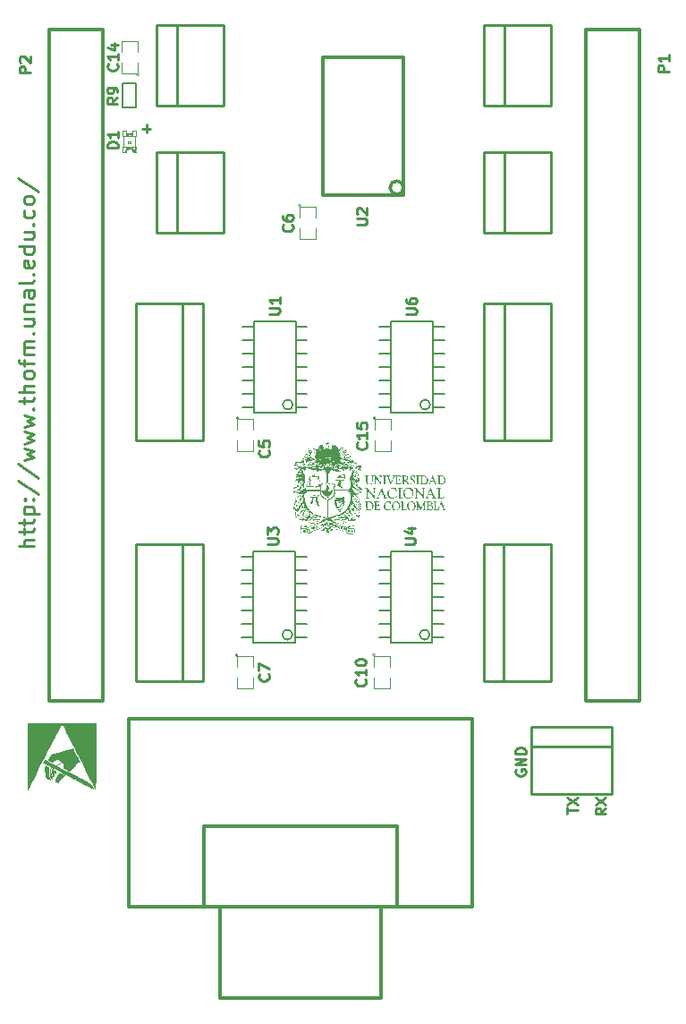
<source format=gto>
G04 (created by PCBNEW (2013-07-07 BZR 4022)-stable) date 01/03/2015 13:42:32*
%MOIN*%
G04 Gerber Fmt 3.4, Leading zero omitted, Abs format*
%FSLAX34Y34*%
G01*
G70*
G90*
G04 APERTURE LIST*
%ADD10C,0.00590551*%
%ADD11C,0.00984252*%
%ADD12C,0.01*%
%ADD13C,0.012*%
%ADD14C,0.0039*%
%ADD15C,0.011811*%
%ADD16C,0.005*%
%ADD17C,0.0026*%
%ADD18C,0.004*%
%ADD19C,0.002*%
%ADD20C,0.0001*%
%ADD21C,0.0108*%
G04 APERTURE END LIST*
G54D10*
G54D11*
X69779Y-53339D02*
X69188Y-53339D01*
X69779Y-53086D02*
X69469Y-53086D01*
X69413Y-53114D01*
X69385Y-53170D01*
X69385Y-53255D01*
X69413Y-53311D01*
X69441Y-53339D01*
X69385Y-52889D02*
X69385Y-52664D01*
X69188Y-52805D02*
X69694Y-52805D01*
X69750Y-52777D01*
X69779Y-52720D01*
X69779Y-52664D01*
X69385Y-52552D02*
X69385Y-52327D01*
X69188Y-52467D02*
X69694Y-52467D01*
X69750Y-52439D01*
X69779Y-52383D01*
X69779Y-52327D01*
X69385Y-52130D02*
X69975Y-52130D01*
X69413Y-52130D02*
X69385Y-52073D01*
X69385Y-51961D01*
X69413Y-51905D01*
X69441Y-51877D01*
X69497Y-51849D01*
X69666Y-51849D01*
X69722Y-51877D01*
X69750Y-51905D01*
X69779Y-51961D01*
X69779Y-52073D01*
X69750Y-52130D01*
X69722Y-51595D02*
X69750Y-51567D01*
X69779Y-51595D01*
X69750Y-51624D01*
X69722Y-51595D01*
X69779Y-51595D01*
X69413Y-51595D02*
X69441Y-51567D01*
X69469Y-51595D01*
X69441Y-51624D01*
X69413Y-51595D01*
X69469Y-51595D01*
X69160Y-50892D02*
X69919Y-51399D01*
X69160Y-50274D02*
X69919Y-50780D01*
X69385Y-50133D02*
X69779Y-50021D01*
X69497Y-49908D01*
X69779Y-49796D01*
X69385Y-49683D01*
X69385Y-49514D02*
X69779Y-49402D01*
X69497Y-49289D01*
X69779Y-49177D01*
X69385Y-49064D01*
X69385Y-48896D02*
X69779Y-48783D01*
X69497Y-48671D01*
X69779Y-48558D01*
X69385Y-48446D01*
X69722Y-48221D02*
X69750Y-48193D01*
X69779Y-48221D01*
X69750Y-48249D01*
X69722Y-48221D01*
X69779Y-48221D01*
X69385Y-48024D02*
X69385Y-47799D01*
X69188Y-47940D02*
X69694Y-47940D01*
X69750Y-47912D01*
X69779Y-47855D01*
X69779Y-47799D01*
X69779Y-47602D02*
X69188Y-47602D01*
X69779Y-47349D02*
X69469Y-47349D01*
X69413Y-47377D01*
X69385Y-47433D01*
X69385Y-47518D01*
X69413Y-47574D01*
X69441Y-47602D01*
X69779Y-46984D02*
X69750Y-47040D01*
X69722Y-47068D01*
X69666Y-47096D01*
X69497Y-47096D01*
X69441Y-47068D01*
X69413Y-47040D01*
X69385Y-46984D01*
X69385Y-46899D01*
X69413Y-46843D01*
X69441Y-46815D01*
X69497Y-46787D01*
X69666Y-46787D01*
X69722Y-46815D01*
X69750Y-46843D01*
X69779Y-46899D01*
X69779Y-46984D01*
X69385Y-46618D02*
X69385Y-46393D01*
X69779Y-46534D02*
X69272Y-46534D01*
X69216Y-46505D01*
X69188Y-46449D01*
X69188Y-46393D01*
X69779Y-46196D02*
X69385Y-46196D01*
X69441Y-46196D02*
X69413Y-46168D01*
X69385Y-46112D01*
X69385Y-46027D01*
X69413Y-45971D01*
X69469Y-45943D01*
X69779Y-45943D01*
X69469Y-45943D02*
X69413Y-45915D01*
X69385Y-45859D01*
X69385Y-45774D01*
X69413Y-45718D01*
X69469Y-45690D01*
X69779Y-45690D01*
X69722Y-45409D02*
X69750Y-45381D01*
X69779Y-45409D01*
X69750Y-45437D01*
X69722Y-45409D01*
X69779Y-45409D01*
X69385Y-44874D02*
X69779Y-44874D01*
X69385Y-45127D02*
X69694Y-45127D01*
X69750Y-45099D01*
X69779Y-45043D01*
X69779Y-44959D01*
X69750Y-44903D01*
X69722Y-44874D01*
X69385Y-44593D02*
X69779Y-44593D01*
X69441Y-44593D02*
X69413Y-44565D01*
X69385Y-44509D01*
X69385Y-44424D01*
X69413Y-44368D01*
X69469Y-44340D01*
X69779Y-44340D01*
X69779Y-43806D02*
X69469Y-43806D01*
X69413Y-43834D01*
X69385Y-43890D01*
X69385Y-44003D01*
X69413Y-44059D01*
X69750Y-43806D02*
X69779Y-43862D01*
X69779Y-44003D01*
X69750Y-44059D01*
X69694Y-44087D01*
X69638Y-44087D01*
X69582Y-44059D01*
X69554Y-44003D01*
X69554Y-43862D01*
X69525Y-43806D01*
X69779Y-43440D02*
X69750Y-43496D01*
X69694Y-43525D01*
X69188Y-43525D01*
X69722Y-43215D02*
X69750Y-43187D01*
X69779Y-43215D01*
X69750Y-43243D01*
X69722Y-43215D01*
X69779Y-43215D01*
X69750Y-42709D02*
X69779Y-42765D01*
X69779Y-42878D01*
X69750Y-42934D01*
X69694Y-42962D01*
X69469Y-42962D01*
X69413Y-42934D01*
X69385Y-42878D01*
X69385Y-42765D01*
X69413Y-42709D01*
X69469Y-42681D01*
X69525Y-42681D01*
X69582Y-42962D01*
X69779Y-42175D02*
X69188Y-42175D01*
X69750Y-42175D02*
X69779Y-42231D01*
X69779Y-42343D01*
X69750Y-42400D01*
X69722Y-42428D01*
X69666Y-42456D01*
X69497Y-42456D01*
X69441Y-42428D01*
X69413Y-42400D01*
X69385Y-42343D01*
X69385Y-42231D01*
X69413Y-42175D01*
X69385Y-41640D02*
X69779Y-41640D01*
X69385Y-41894D02*
X69694Y-41894D01*
X69750Y-41865D01*
X69779Y-41809D01*
X69779Y-41725D01*
X69750Y-41669D01*
X69722Y-41640D01*
X69722Y-41359D02*
X69750Y-41331D01*
X69779Y-41359D01*
X69750Y-41387D01*
X69722Y-41359D01*
X69779Y-41359D01*
X69750Y-40825D02*
X69779Y-40881D01*
X69779Y-40994D01*
X69750Y-41050D01*
X69722Y-41078D01*
X69666Y-41106D01*
X69497Y-41106D01*
X69441Y-41078D01*
X69413Y-41050D01*
X69385Y-40994D01*
X69385Y-40881D01*
X69413Y-40825D01*
X69779Y-40487D02*
X69750Y-40544D01*
X69722Y-40572D01*
X69666Y-40600D01*
X69497Y-40600D01*
X69441Y-40572D01*
X69413Y-40544D01*
X69385Y-40487D01*
X69385Y-40403D01*
X69413Y-40347D01*
X69441Y-40319D01*
X69497Y-40291D01*
X69666Y-40291D01*
X69722Y-40319D01*
X69750Y-40347D01*
X69779Y-40403D01*
X69779Y-40487D01*
X69160Y-39616D02*
X69919Y-40122D01*
X73810Y-37789D02*
X74109Y-37789D01*
X73960Y-37939D02*
X73960Y-37639D01*
X87724Y-61659D02*
X87705Y-61697D01*
X87705Y-61753D01*
X87724Y-61809D01*
X87761Y-61847D01*
X87799Y-61866D01*
X87874Y-61884D01*
X87930Y-61884D01*
X88005Y-61866D01*
X88043Y-61847D01*
X88080Y-61809D01*
X88099Y-61753D01*
X88099Y-61716D01*
X88080Y-61659D01*
X88061Y-61641D01*
X87930Y-61641D01*
X87930Y-61716D01*
X88099Y-61472D02*
X87705Y-61472D01*
X88099Y-61247D01*
X87705Y-61247D01*
X88099Y-61060D02*
X87705Y-61060D01*
X87705Y-60966D01*
X87724Y-60910D01*
X87761Y-60872D01*
X87799Y-60853D01*
X87874Y-60835D01*
X87930Y-60835D01*
X88005Y-60853D01*
X88043Y-60872D01*
X88080Y-60910D01*
X88099Y-60966D01*
X88099Y-61060D01*
X91079Y-63085D02*
X90891Y-63216D01*
X91079Y-63310D02*
X90685Y-63310D01*
X90685Y-63160D01*
X90704Y-63123D01*
X90723Y-63104D01*
X90760Y-63085D01*
X90816Y-63085D01*
X90854Y-63104D01*
X90873Y-63123D01*
X90891Y-63160D01*
X90891Y-63310D01*
X90685Y-62954D02*
X91079Y-62691D01*
X90685Y-62691D02*
X91079Y-62954D01*
X89625Y-63279D02*
X89625Y-63054D01*
X90019Y-63167D02*
X89625Y-63167D01*
X89625Y-62961D02*
X90019Y-62698D01*
X89625Y-62698D02*
X90019Y-62961D01*
G54D12*
X89025Y-55810D02*
X89025Y-53251D01*
X87275Y-55810D02*
X87275Y-53251D01*
X86525Y-55810D02*
X86525Y-53251D01*
X86525Y-58369D02*
X89025Y-58369D01*
X86525Y-53251D02*
X89025Y-53251D01*
X87275Y-55810D02*
X87275Y-58369D01*
X86525Y-58369D02*
X86525Y-55810D01*
X89025Y-55810D02*
X89025Y-58369D01*
G54D13*
X90338Y-59094D02*
X90338Y-34094D01*
X92338Y-59094D02*
X92338Y-34094D01*
X92338Y-59094D02*
X90338Y-59094D01*
X92338Y-34094D02*
X90338Y-34094D01*
X70338Y-59094D02*
X70338Y-34094D01*
X72338Y-59094D02*
X72338Y-34094D01*
X72338Y-59094D02*
X70338Y-59094D01*
X72338Y-34094D02*
X70338Y-34094D01*
G54D14*
X82510Y-48562D02*
G75*
G03X82510Y-48562I-50J0D01*
G74*
G01*
X82460Y-49012D02*
X82460Y-48612D01*
X82460Y-48612D02*
X83060Y-48612D01*
X83060Y-48612D02*
X83060Y-49012D01*
X83060Y-49412D02*
X83060Y-49812D01*
X83060Y-49812D02*
X82460Y-49812D01*
X82460Y-49812D02*
X82460Y-49412D01*
X82490Y-57390D02*
G75*
G03X82490Y-57390I-50J0D01*
G74*
G01*
X82440Y-57840D02*
X82440Y-57440D01*
X82440Y-57440D02*
X83040Y-57440D01*
X83040Y-57440D02*
X83040Y-57840D01*
X83040Y-58240D02*
X83040Y-58640D01*
X83040Y-58640D02*
X82440Y-58640D01*
X82440Y-58640D02*
X82440Y-58240D01*
X77370Y-57390D02*
G75*
G03X77370Y-57390I-50J0D01*
G74*
G01*
X77320Y-57840D02*
X77320Y-57440D01*
X77320Y-57440D02*
X77920Y-57440D01*
X77920Y-57440D02*
X77920Y-57840D01*
X77920Y-58240D02*
X77920Y-58640D01*
X77920Y-58640D02*
X77320Y-58640D01*
X77320Y-58640D02*
X77320Y-58240D01*
X77390Y-48562D02*
G75*
G03X77390Y-48562I-50J0D01*
G74*
G01*
X77340Y-49012D02*
X77340Y-48612D01*
X77340Y-48612D02*
X77940Y-48612D01*
X77940Y-48612D02*
X77940Y-49012D01*
X77940Y-49412D02*
X77940Y-49812D01*
X77940Y-49812D02*
X77340Y-49812D01*
X77340Y-49812D02*
X77340Y-49412D01*
X79730Y-40650D02*
G75*
G03X79730Y-40650I-50J0D01*
G74*
G01*
X79680Y-41100D02*
X79680Y-40700D01*
X79680Y-40700D02*
X80280Y-40700D01*
X80280Y-40700D02*
X80280Y-41100D01*
X80280Y-41500D02*
X80280Y-41900D01*
X80280Y-41900D02*
X79680Y-41900D01*
X79680Y-41900D02*
X79680Y-41500D01*
X73690Y-35770D02*
G75*
G03X73690Y-35770I-50J0D01*
G74*
G01*
X73640Y-35320D02*
X73640Y-35720D01*
X73640Y-35720D02*
X73040Y-35720D01*
X73040Y-35720D02*
X73040Y-35320D01*
X73040Y-34920D02*
X73040Y-34520D01*
X73040Y-34520D02*
X73640Y-34520D01*
X73640Y-34520D02*
X73640Y-34920D01*
G54D12*
X88300Y-60050D02*
X88300Y-62550D01*
X91300Y-60050D02*
X91300Y-62550D01*
X91300Y-60800D02*
X88300Y-60800D01*
X88300Y-60050D02*
X91300Y-60050D01*
X91300Y-62550D02*
X88300Y-62550D01*
X86545Y-36933D02*
X89045Y-36933D01*
X86545Y-33933D02*
X89045Y-33933D01*
X87295Y-33933D02*
X87295Y-36933D01*
X86545Y-36933D02*
X86545Y-33933D01*
X89045Y-33933D02*
X89045Y-36933D01*
X86545Y-41657D02*
X89045Y-41657D01*
X86545Y-38657D02*
X89045Y-38657D01*
X87295Y-38657D02*
X87295Y-41657D01*
X86545Y-41657D02*
X86545Y-38657D01*
X89045Y-38657D02*
X89045Y-41657D01*
X74340Y-36933D02*
X76840Y-36933D01*
X74340Y-33933D02*
X76840Y-33933D01*
X75090Y-33933D02*
X75090Y-36933D01*
X74340Y-36933D02*
X74340Y-33933D01*
X76840Y-33933D02*
X76840Y-36933D01*
X74340Y-41657D02*
X76840Y-41657D01*
X74340Y-38657D02*
X76840Y-38657D01*
X75090Y-38657D02*
X75090Y-41657D01*
X74340Y-41657D02*
X74340Y-38657D01*
X76840Y-38657D02*
X76840Y-41657D01*
G54D13*
X86090Y-59760D02*
X73290Y-59760D01*
X73290Y-59760D02*
X73290Y-66760D01*
X73290Y-66760D02*
X86090Y-66760D01*
X86090Y-66760D02*
X86090Y-59760D01*
X83290Y-66760D02*
X83290Y-63760D01*
X83290Y-63760D02*
X76090Y-63760D01*
X76090Y-63760D02*
X76090Y-66760D01*
X82690Y-66760D02*
X82690Y-70160D01*
X82690Y-70160D02*
X76690Y-70160D01*
X76690Y-70160D02*
X76690Y-66760D01*
G54D15*
X83540Y-39985D02*
G75*
G03X83540Y-39985I-250J0D01*
G74*
G01*
X83536Y-40259D02*
X83536Y-35140D01*
X80543Y-40259D02*
X80543Y-35140D01*
X80563Y-40259D02*
X83516Y-40259D01*
X80563Y-35140D02*
X83516Y-35140D01*
G54D16*
X77960Y-48353D02*
X79520Y-48353D01*
X79520Y-48353D02*
X79520Y-44953D01*
X79520Y-44953D02*
X77960Y-44953D01*
X77960Y-44953D02*
X77960Y-48353D01*
X77960Y-47653D02*
X77530Y-47653D01*
X77960Y-47153D02*
X77530Y-47153D01*
X77960Y-46653D02*
X77530Y-46653D01*
X77960Y-48153D02*
X77530Y-48153D01*
X77530Y-46153D02*
X77960Y-46153D01*
X77530Y-45653D02*
X77960Y-45653D01*
X77530Y-45153D02*
X77960Y-45153D01*
X79520Y-45153D02*
X79950Y-45153D01*
X79520Y-45653D02*
X79950Y-45653D01*
X79520Y-48153D02*
X79950Y-48153D01*
X79950Y-47653D02*
X79520Y-47653D01*
X79950Y-46153D02*
X79520Y-46153D01*
X79950Y-46653D02*
X79520Y-46653D01*
X79950Y-47153D02*
X79520Y-47153D01*
X79416Y-48063D02*
G75*
G03X79416Y-48063I-186J0D01*
G74*
G01*
X77940Y-56920D02*
X79500Y-56920D01*
X79500Y-56920D02*
X79500Y-53520D01*
X79500Y-53520D02*
X77940Y-53520D01*
X77940Y-53520D02*
X77940Y-56920D01*
X77940Y-56220D02*
X77510Y-56220D01*
X77940Y-55720D02*
X77510Y-55720D01*
X77940Y-55220D02*
X77510Y-55220D01*
X77940Y-56720D02*
X77510Y-56720D01*
X77510Y-54720D02*
X77940Y-54720D01*
X77510Y-54220D02*
X77940Y-54220D01*
X77510Y-53720D02*
X77940Y-53720D01*
X79500Y-53720D02*
X79930Y-53720D01*
X79500Y-54220D02*
X79930Y-54220D01*
X79500Y-56720D02*
X79930Y-56720D01*
X79930Y-56220D02*
X79500Y-56220D01*
X79930Y-54720D02*
X79500Y-54720D01*
X79930Y-55220D02*
X79500Y-55220D01*
X79930Y-55720D02*
X79500Y-55720D01*
X79396Y-56630D02*
G75*
G03X79396Y-56630I-186J0D01*
G74*
G01*
X83058Y-56920D02*
X84618Y-56920D01*
X84618Y-56920D02*
X84618Y-53520D01*
X84618Y-53520D02*
X83058Y-53520D01*
X83058Y-53520D02*
X83058Y-56920D01*
X83058Y-56220D02*
X82628Y-56220D01*
X83058Y-55720D02*
X82628Y-55720D01*
X83058Y-55220D02*
X82628Y-55220D01*
X83058Y-56720D02*
X82628Y-56720D01*
X82628Y-54720D02*
X83058Y-54720D01*
X82628Y-54220D02*
X83058Y-54220D01*
X82628Y-53720D02*
X83058Y-53720D01*
X84618Y-53720D02*
X85048Y-53720D01*
X84618Y-54220D02*
X85048Y-54220D01*
X84618Y-56720D02*
X85048Y-56720D01*
X85048Y-56220D02*
X84618Y-56220D01*
X85048Y-54720D02*
X84618Y-54720D01*
X85048Y-55220D02*
X84618Y-55220D01*
X85048Y-55720D02*
X84618Y-55720D01*
X84514Y-56630D02*
G75*
G03X84514Y-56630I-186J0D01*
G74*
G01*
X83078Y-48353D02*
X84638Y-48353D01*
X84638Y-48353D02*
X84638Y-44953D01*
X84638Y-44953D02*
X83078Y-44953D01*
X83078Y-44953D02*
X83078Y-48353D01*
X83078Y-47653D02*
X82648Y-47653D01*
X83078Y-47153D02*
X82648Y-47153D01*
X83078Y-46653D02*
X82648Y-46653D01*
X83078Y-48153D02*
X82648Y-48153D01*
X82648Y-46153D02*
X83078Y-46153D01*
X82648Y-45653D02*
X83078Y-45653D01*
X82648Y-45153D02*
X83078Y-45153D01*
X84638Y-45153D02*
X85068Y-45153D01*
X84638Y-45653D02*
X85068Y-45653D01*
X84638Y-48153D02*
X85068Y-48153D01*
X85068Y-47653D02*
X84638Y-47653D01*
X85068Y-46153D02*
X84638Y-46153D01*
X85068Y-46653D02*
X84638Y-46653D01*
X85068Y-47153D02*
X84638Y-47153D01*
X84534Y-48063D02*
G75*
G03X84534Y-48063I-186J0D01*
G74*
G01*
G54D12*
X89045Y-46850D02*
X89045Y-44291D01*
X87295Y-46850D02*
X87295Y-44291D01*
X86545Y-46850D02*
X86545Y-44291D01*
X86545Y-49409D02*
X89045Y-49409D01*
X86545Y-44291D02*
X89045Y-44291D01*
X87295Y-46850D02*
X87295Y-49409D01*
X86545Y-49409D02*
X86545Y-46850D01*
X89045Y-46850D02*
X89045Y-49409D01*
X73553Y-55810D02*
X73553Y-58369D01*
X75303Y-55810D02*
X75303Y-58369D01*
X76053Y-55810D02*
X76053Y-58369D01*
X76053Y-53251D02*
X73553Y-53251D01*
X76053Y-58369D02*
X73553Y-58369D01*
X75303Y-55810D02*
X75303Y-53251D01*
X76053Y-53251D02*
X76053Y-55810D01*
X73553Y-55810D02*
X73553Y-53251D01*
X73553Y-46850D02*
X73553Y-49409D01*
X75303Y-46850D02*
X75303Y-49409D01*
X76053Y-46850D02*
X76053Y-49409D01*
X76053Y-44291D02*
X73553Y-44291D01*
X76053Y-49409D02*
X73553Y-49409D01*
X75303Y-46850D02*
X75303Y-44291D01*
X76053Y-44291D02*
X76053Y-46850D01*
X73553Y-46850D02*
X73553Y-44291D01*
G54D16*
X73070Y-37010D02*
X73070Y-36110D01*
X73070Y-36110D02*
X73570Y-36110D01*
X73570Y-36110D02*
X73570Y-37010D01*
X73570Y-37010D02*
X73070Y-37010D01*
G54D17*
X73202Y-38456D02*
X73074Y-38456D01*
X73074Y-38456D02*
X73074Y-38653D01*
X73202Y-38653D02*
X73074Y-38653D01*
X73202Y-38456D02*
X73202Y-38653D01*
X73447Y-38456D02*
X73388Y-38456D01*
X73388Y-38456D02*
X73388Y-38555D01*
X73447Y-38555D02*
X73388Y-38555D01*
X73447Y-38456D02*
X73447Y-38555D01*
X73252Y-38456D02*
X73193Y-38456D01*
X73193Y-38456D02*
X73193Y-38555D01*
X73252Y-38555D02*
X73193Y-38555D01*
X73252Y-38456D02*
X73252Y-38555D01*
X73398Y-38456D02*
X73242Y-38456D01*
X73242Y-38456D02*
X73242Y-38525D01*
X73398Y-38525D02*
X73242Y-38525D01*
X73398Y-38456D02*
X73398Y-38525D01*
X73202Y-37867D02*
X73074Y-37867D01*
X73074Y-37867D02*
X73074Y-38064D01*
X73202Y-38064D02*
X73074Y-38064D01*
X73202Y-37867D02*
X73202Y-38064D01*
X73566Y-37867D02*
X73438Y-37867D01*
X73438Y-37867D02*
X73438Y-38064D01*
X73566Y-38064D02*
X73438Y-38064D01*
X73566Y-37867D02*
X73566Y-38064D01*
X73252Y-37965D02*
X73193Y-37965D01*
X73193Y-37965D02*
X73193Y-38064D01*
X73252Y-38064D02*
X73193Y-38064D01*
X73252Y-37965D02*
X73252Y-38064D01*
X73447Y-37965D02*
X73388Y-37965D01*
X73388Y-37965D02*
X73388Y-38064D01*
X73447Y-38064D02*
X73388Y-38064D01*
X73447Y-37965D02*
X73447Y-38064D01*
X73398Y-37995D02*
X73242Y-37995D01*
X73242Y-37995D02*
X73242Y-38064D01*
X73398Y-38064D02*
X73242Y-38064D01*
X73398Y-37995D02*
X73398Y-38064D01*
X73359Y-38260D02*
X73281Y-38260D01*
X73281Y-38260D02*
X73281Y-38338D01*
X73359Y-38338D02*
X73281Y-38338D01*
X73359Y-38260D02*
X73359Y-38338D01*
X73556Y-38456D02*
X73438Y-38456D01*
X73438Y-38456D02*
X73438Y-38574D01*
X73556Y-38574D02*
X73438Y-38574D01*
X73556Y-38456D02*
X73556Y-38574D01*
X73566Y-38624D02*
X73477Y-38624D01*
X73477Y-38624D02*
X73477Y-38653D01*
X73566Y-38653D02*
X73477Y-38653D01*
X73566Y-38624D02*
X73566Y-38653D01*
G54D18*
X73094Y-38466D02*
X73094Y-38054D01*
X73546Y-38064D02*
X73546Y-38624D01*
G54D19*
X73525Y-38594D02*
G75*
G03X73525Y-38594I-28J0D01*
G74*
G01*
G54D18*
X73457Y-38653D02*
G75*
G03X73183Y-38653I-137J0D01*
G74*
G01*
X73183Y-37867D02*
G75*
G03X73457Y-37867I137J0D01*
G74*
G01*
G54D20*
G36*
X72093Y-62466D02*
X70810Y-62469D01*
X69528Y-62473D01*
X69528Y-61207D01*
X69528Y-59941D01*
X70807Y-59941D01*
X72086Y-59941D01*
X72086Y-61197D01*
X72086Y-61411D01*
X72086Y-61600D01*
X72086Y-61764D01*
X72086Y-61905D01*
X72086Y-62025D01*
X72085Y-62126D01*
X72084Y-62209D01*
X72083Y-62275D01*
X72081Y-62326D01*
X72080Y-62365D01*
X72078Y-62392D01*
X72076Y-62409D01*
X72073Y-62418D01*
X72069Y-62420D01*
X72066Y-62417D01*
X72062Y-62411D01*
X72061Y-62411D01*
X72052Y-62392D01*
X72030Y-62351D01*
X71998Y-62289D01*
X71957Y-62207D01*
X71906Y-62108D01*
X71848Y-61993D01*
X71782Y-61863D01*
X71710Y-61721D01*
X71633Y-61568D01*
X71552Y-61407D01*
X71466Y-61238D01*
X71429Y-61162D01*
X71343Y-60992D01*
X71260Y-60828D01*
X71182Y-60674D01*
X71109Y-60530D01*
X71042Y-60398D01*
X70983Y-60280D01*
X70930Y-60178D01*
X70887Y-60093D01*
X70852Y-60027D01*
X70829Y-59981D01*
X70816Y-59958D01*
X70814Y-59955D01*
X70806Y-59967D01*
X70788Y-60000D01*
X70760Y-60051D01*
X70726Y-60117D01*
X70686Y-60194D01*
X70658Y-60249D01*
X70612Y-60340D01*
X70556Y-60449D01*
X70495Y-60570D01*
X70431Y-60696D01*
X70368Y-60820D01*
X70309Y-60936D01*
X70305Y-60944D01*
X70185Y-61178D01*
X70078Y-61388D01*
X69983Y-61575D01*
X69898Y-61741D01*
X69824Y-61886D01*
X69760Y-62013D01*
X69705Y-62120D01*
X69660Y-62211D01*
X69622Y-62285D01*
X69592Y-62344D01*
X69570Y-62389D01*
X69555Y-62421D01*
X69545Y-62441D01*
X69541Y-62450D01*
X69541Y-62450D01*
X69555Y-62451D01*
X69594Y-62452D01*
X69657Y-62454D01*
X69742Y-62455D01*
X69847Y-62457D01*
X69970Y-62457D01*
X70109Y-62459D01*
X70262Y-62460D01*
X70427Y-62461D01*
X70603Y-62462D01*
X70787Y-62462D01*
X70817Y-62462D01*
X72093Y-62466D01*
X72093Y-62466D01*
X72093Y-62466D01*
G37*
G36*
X72018Y-62396D02*
X72010Y-62403D01*
X71986Y-62395D01*
X71943Y-62373D01*
X71941Y-62371D01*
X71911Y-62355D01*
X71862Y-62328D01*
X71798Y-62295D01*
X71725Y-62256D01*
X71651Y-62218D01*
X71565Y-62173D01*
X71476Y-62127D01*
X71392Y-62083D01*
X71319Y-62045D01*
X71277Y-62023D01*
X71210Y-61988D01*
X71129Y-61945D01*
X71043Y-61901D01*
X70963Y-61859D01*
X70959Y-61857D01*
X70881Y-61817D01*
X70799Y-61774D01*
X70722Y-61733D01*
X70659Y-61700D01*
X70655Y-61698D01*
X70597Y-61668D01*
X70524Y-61630D01*
X70441Y-61586D01*
X70358Y-61543D01*
X70323Y-61525D01*
X70254Y-61489D01*
X70194Y-61458D01*
X70148Y-61433D01*
X70118Y-61417D01*
X70110Y-61412D01*
X70111Y-61398D01*
X70122Y-61369D01*
X70137Y-61335D01*
X70153Y-61305D01*
X70165Y-61289D01*
X70166Y-61288D01*
X70182Y-61292D01*
X70217Y-61306D01*
X70263Y-61328D01*
X70292Y-61343D01*
X70331Y-61364D01*
X70379Y-61389D01*
X70438Y-61420D01*
X70509Y-61458D01*
X70594Y-61503D01*
X70695Y-61556D01*
X70813Y-61618D01*
X70950Y-61690D01*
X71108Y-61772D01*
X71287Y-61867D01*
X71360Y-61905D01*
X71464Y-61959D01*
X71562Y-62011D01*
X71652Y-62058D01*
X71730Y-62099D01*
X71793Y-62132D01*
X71837Y-62156D01*
X71856Y-62166D01*
X71895Y-62191D01*
X71925Y-62220D01*
X71952Y-62262D01*
X71970Y-62296D01*
X71993Y-62341D01*
X72010Y-62376D01*
X72017Y-62395D01*
X72018Y-62396D01*
X72018Y-62396D01*
X72018Y-62396D01*
G37*
G36*
X70924Y-61872D02*
X70805Y-62013D01*
X70749Y-62078D01*
X70705Y-62122D01*
X70673Y-62147D01*
X70649Y-62154D01*
X70631Y-62146D01*
X70629Y-62145D01*
X70621Y-62122D01*
X70625Y-62079D01*
X70635Y-62040D01*
X70646Y-62007D01*
X70658Y-61996D01*
X70676Y-62002D01*
X70704Y-62015D01*
X70716Y-62011D01*
X70717Y-62003D01*
X70706Y-61986D01*
X70688Y-61974D01*
X70656Y-61970D01*
X70627Y-61987D01*
X70609Y-62021D01*
X70605Y-62042D01*
X70601Y-62080D01*
X70593Y-62108D01*
X70583Y-62119D01*
X70576Y-62112D01*
X70574Y-62079D01*
X70583Y-62029D01*
X70600Y-61971D01*
X70623Y-61912D01*
X70649Y-61859D01*
X70670Y-61829D01*
X70698Y-61795D01*
X70720Y-61773D01*
X70729Y-61767D01*
X70744Y-61774D01*
X70778Y-61791D01*
X70821Y-61815D01*
X70831Y-61820D01*
X70924Y-61872D01*
X70924Y-61872D01*
X70924Y-61872D01*
G37*
G36*
X70358Y-62058D02*
X70348Y-62071D01*
X70329Y-62066D01*
X70326Y-62063D01*
X70323Y-62044D01*
X70324Y-62042D01*
X70339Y-62036D01*
X70354Y-62047D01*
X70358Y-62058D01*
X70358Y-62058D01*
X70358Y-62058D01*
G37*
G36*
X70413Y-62063D02*
X70405Y-62071D01*
X70388Y-62061D01*
X70367Y-62036D01*
X70346Y-62013D01*
X70330Y-62011D01*
X70320Y-62018D01*
X70305Y-62026D01*
X70287Y-62018D01*
X70262Y-61992D01*
X70253Y-61982D01*
X70232Y-61954D01*
X70216Y-61925D01*
X70204Y-61891D01*
X70196Y-61845D01*
X70189Y-61783D01*
X70183Y-61699D01*
X70183Y-61683D01*
X70178Y-61605D01*
X70179Y-61551D01*
X70185Y-61519D01*
X70200Y-61505D01*
X70223Y-61508D01*
X70257Y-61522D01*
X70268Y-61527D01*
X70312Y-61549D01*
X70335Y-61564D01*
X70343Y-61573D01*
X70338Y-61584D01*
X70332Y-61592D01*
X70322Y-61611D01*
X70322Y-61617D01*
X70325Y-61632D01*
X70328Y-61670D01*
X70330Y-61722D01*
X70331Y-61759D01*
X70333Y-61824D01*
X70336Y-61869D01*
X70344Y-61903D01*
X70357Y-61932D01*
X70373Y-61959D01*
X70397Y-62003D01*
X70410Y-62038D01*
X70413Y-62063D01*
X70413Y-62063D01*
X70413Y-62063D01*
G37*
G36*
X70480Y-61977D02*
X70471Y-62006D01*
X70463Y-62015D01*
X70449Y-62019D01*
X70434Y-62008D01*
X70413Y-61976D01*
X70402Y-61957D01*
X70383Y-61920D01*
X70370Y-61887D01*
X70362Y-61848D01*
X70358Y-61797D01*
X70356Y-61740D01*
X70354Y-61668D01*
X70357Y-61619D01*
X70362Y-61594D01*
X70365Y-61592D01*
X70377Y-61601D01*
X70390Y-61630D01*
X70401Y-61671D01*
X70410Y-61718D01*
X70413Y-61761D01*
X70419Y-61802D01*
X70436Y-61852D01*
X70447Y-61878D01*
X70473Y-61936D01*
X70480Y-61977D01*
X70480Y-61977D01*
X70480Y-61977D01*
G37*
G36*
X70545Y-61900D02*
X70534Y-61925D01*
X70521Y-61938D01*
X70510Y-61936D01*
X70495Y-61915D01*
X70482Y-61890D01*
X70461Y-61841D01*
X70445Y-61781D01*
X70439Y-61747D01*
X70431Y-61695D01*
X70424Y-61652D01*
X70419Y-61631D01*
X70409Y-61598D01*
X70456Y-61622D01*
X70489Y-61639D01*
X70507Y-61654D01*
X70516Y-61674D01*
X70522Y-61709D01*
X70525Y-61730D01*
X70532Y-61782D01*
X70541Y-61832D01*
X70544Y-61850D01*
X70545Y-61900D01*
X70545Y-61900D01*
X70545Y-61900D01*
G37*
G36*
X70598Y-61708D02*
X70597Y-61733D01*
X70595Y-61771D01*
X70595Y-61774D01*
X70589Y-61810D01*
X70578Y-61820D01*
X70562Y-61803D01*
X70554Y-61787D01*
X70541Y-61747D01*
X70537Y-61717D01*
X70542Y-61691D01*
X70561Y-61686D01*
X70568Y-61687D01*
X70592Y-61696D01*
X70598Y-61708D01*
X70598Y-61708D01*
X70598Y-61708D01*
G37*
G36*
X71492Y-61372D02*
X71481Y-61381D01*
X71453Y-61397D01*
X71444Y-61401D01*
X71380Y-61443D01*
X71326Y-61500D01*
X71304Y-61534D01*
X71284Y-61561D01*
X71251Y-61598D01*
X71210Y-61638D01*
X71167Y-61675D01*
X71129Y-61705D01*
X71100Y-61723D01*
X71092Y-61725D01*
X71070Y-61719D01*
X71032Y-61702D01*
X70983Y-61677D01*
X70959Y-61664D01*
X70905Y-61632D01*
X70868Y-61606D01*
X70854Y-61588D01*
X70854Y-61585D01*
X70871Y-61518D01*
X70880Y-61473D01*
X70878Y-61445D01*
X70865Y-61428D01*
X70840Y-61419D01*
X70830Y-61417D01*
X70787Y-61395D01*
X70749Y-61353D01*
X70713Y-61309D01*
X70676Y-61289D01*
X70633Y-61290D01*
X70577Y-61313D01*
X70568Y-61318D01*
X70525Y-61343D01*
X70492Y-61367D01*
X70478Y-61381D01*
X70468Y-61393D01*
X70454Y-61395D01*
X70429Y-61387D01*
X70388Y-61366D01*
X70383Y-61364D01*
X70340Y-61340D01*
X70308Y-61320D01*
X70294Y-61309D01*
X70297Y-61292D01*
X70313Y-61259D01*
X70337Y-61215D01*
X70366Y-61168D01*
X70396Y-61124D01*
X70410Y-61106D01*
X70424Y-61093D01*
X70450Y-61080D01*
X70490Y-61065D01*
X70548Y-61047D01*
X70628Y-61026D01*
X70676Y-61014D01*
X70768Y-60990D01*
X70864Y-60966D01*
X70955Y-60941D01*
X71033Y-60920D01*
X71069Y-60911D01*
X71130Y-60894D01*
X71181Y-60880D01*
X71217Y-60871D01*
X71231Y-60868D01*
X71239Y-60880D01*
X71258Y-60912D01*
X71284Y-60959D01*
X71316Y-61018D01*
X71350Y-61084D01*
X71386Y-61153D01*
X71419Y-61219D01*
X71449Y-61278D01*
X71472Y-61327D01*
X71487Y-61360D01*
X71492Y-61372D01*
X71492Y-61372D01*
X71492Y-61372D01*
G37*
G36*
X70773Y-61420D02*
X70761Y-61434D01*
X70732Y-61454D01*
X70703Y-61470D01*
X70662Y-61489D01*
X70641Y-61493D01*
X70634Y-61486D01*
X70634Y-61485D01*
X70646Y-61468D01*
X70675Y-61449D01*
X70693Y-61441D01*
X70730Y-61425D01*
X70756Y-61413D01*
X70762Y-61410D01*
X70772Y-61415D01*
X70773Y-61420D01*
X70773Y-61420D01*
X70773Y-61420D01*
G37*
G36*
X81989Y-51220D02*
X81985Y-51229D01*
X81985Y-51200D01*
X81980Y-51194D01*
X81979Y-51194D01*
X81972Y-51198D01*
X81972Y-51199D01*
X81967Y-51206D01*
X81953Y-51213D01*
X81936Y-51217D01*
X81920Y-51217D01*
X81918Y-51217D01*
X81905Y-51210D01*
X81903Y-51199D01*
X81914Y-51184D01*
X81915Y-51184D01*
X81924Y-51173D01*
X81927Y-51167D01*
X81925Y-51166D01*
X81925Y-51140D01*
X81919Y-51132D01*
X81911Y-51132D01*
X81908Y-51137D01*
X81913Y-51146D01*
X81918Y-51147D01*
X81925Y-51143D01*
X81925Y-51140D01*
X81925Y-51166D01*
X81924Y-51166D01*
X81917Y-51171D01*
X81901Y-51181D01*
X81884Y-51179D01*
X81871Y-51168D01*
X81869Y-51162D01*
X81862Y-51148D01*
X81853Y-51145D01*
X81847Y-51146D01*
X81833Y-51145D01*
X81822Y-51135D01*
X81814Y-51121D01*
X81812Y-51112D01*
X81807Y-51101D01*
X81800Y-51092D01*
X81790Y-51082D01*
X81774Y-51066D01*
X81755Y-51045D01*
X81736Y-51023D01*
X81718Y-51002D01*
X81708Y-50989D01*
X81699Y-50977D01*
X81697Y-50970D01*
X81692Y-50962D01*
X81687Y-50956D01*
X81680Y-50947D01*
X81669Y-50929D01*
X81657Y-50905D01*
X81648Y-50889D01*
X81636Y-50863D01*
X81625Y-50842D01*
X81617Y-50829D01*
X81613Y-50825D01*
X81609Y-50828D01*
X81607Y-50844D01*
X81607Y-50860D01*
X81610Y-50894D01*
X81620Y-50934D01*
X81638Y-50981D01*
X81652Y-51011D01*
X81660Y-51029D01*
X81664Y-51041D01*
X81664Y-51043D01*
X81668Y-51051D01*
X81676Y-51066D01*
X81687Y-51084D01*
X81699Y-51103D01*
X81709Y-51118D01*
X81714Y-51123D01*
X81732Y-51144D01*
X81752Y-51165D01*
X81771Y-51184D01*
X81788Y-51200D01*
X81799Y-51210D01*
X81804Y-51213D01*
X81812Y-51217D01*
X81822Y-51226D01*
X81833Y-51235D01*
X81841Y-51238D01*
X81851Y-51242D01*
X81864Y-51251D01*
X81878Y-51261D01*
X81888Y-51264D01*
X81892Y-51262D01*
X81887Y-51253D01*
X81885Y-51251D01*
X81879Y-51243D01*
X81879Y-51241D01*
X81889Y-51245D01*
X81898Y-51248D01*
X81924Y-51255D01*
X81946Y-51252D01*
X81968Y-51238D01*
X81978Y-51226D01*
X81984Y-51213D01*
X81985Y-51200D01*
X81985Y-51229D01*
X81979Y-51246D01*
X81970Y-51256D01*
X81962Y-51267D01*
X81962Y-51276D01*
X81967Y-51285D01*
X81979Y-51312D01*
X81980Y-51339D01*
X81975Y-51352D01*
X81967Y-51366D01*
X81966Y-51367D01*
X81966Y-51346D01*
X81966Y-51326D01*
X81963Y-51308D01*
X81959Y-51300D01*
X81954Y-51288D01*
X81953Y-51282D01*
X81952Y-51272D01*
X81951Y-51270D01*
X81925Y-51267D01*
X81907Y-51266D01*
X81895Y-51268D01*
X81890Y-51270D01*
X81878Y-51273D01*
X81869Y-51267D01*
X81860Y-51259D01*
X81854Y-51258D01*
X81855Y-51264D01*
X81858Y-51269D01*
X81863Y-51276D01*
X81860Y-51275D01*
X81854Y-51271D01*
X81841Y-51260D01*
X81836Y-51253D01*
X81827Y-51246D01*
X81824Y-51245D01*
X81822Y-51249D01*
X81827Y-51260D01*
X81827Y-51261D01*
X81835Y-51275D01*
X81837Y-51285D01*
X81835Y-51287D01*
X81828Y-51281D01*
X81821Y-51271D01*
X81814Y-51259D01*
X81812Y-51250D01*
X81808Y-51238D01*
X81804Y-51235D01*
X81800Y-51235D01*
X81801Y-51246D01*
X81801Y-51249D01*
X81804Y-51261D01*
X81802Y-51262D01*
X81796Y-51255D01*
X81788Y-51241D01*
X81786Y-51232D01*
X81782Y-51224D01*
X81773Y-51211D01*
X81761Y-51198D01*
X81749Y-51187D01*
X81741Y-51181D01*
X81739Y-51182D01*
X81734Y-51194D01*
X81733Y-51214D01*
X81735Y-51235D01*
X81738Y-51247D01*
X81743Y-51264D01*
X81743Y-51270D01*
X81739Y-51264D01*
X81731Y-51248D01*
X81726Y-51228D01*
X81723Y-51203D01*
X81722Y-51192D01*
X81720Y-51166D01*
X81712Y-51145D01*
X81705Y-51135D01*
X81695Y-51121D01*
X81688Y-51113D01*
X81686Y-51112D01*
X81686Y-51119D01*
X81688Y-51135D01*
X81690Y-51149D01*
X81694Y-51169D01*
X81696Y-51184D01*
X81696Y-51190D01*
X81695Y-51189D01*
X81690Y-51180D01*
X81685Y-51164D01*
X81678Y-51144D01*
X81672Y-51124D01*
X81667Y-51107D01*
X81665Y-51094D01*
X81665Y-51092D01*
X81662Y-51077D01*
X81655Y-51058D01*
X81652Y-51051D01*
X81644Y-51034D01*
X81639Y-51021D01*
X81639Y-51019D01*
X81635Y-51010D01*
X81629Y-51004D01*
X81622Y-50998D01*
X81620Y-51002D01*
X81622Y-51016D01*
X81628Y-51041D01*
X81630Y-51046D01*
X81633Y-51059D01*
X81636Y-51072D01*
X81637Y-51086D01*
X81637Y-51103D01*
X81636Y-51127D01*
X81634Y-51158D01*
X81631Y-51198D01*
X81628Y-51224D01*
X81627Y-51246D01*
X81628Y-51260D01*
X81631Y-51264D01*
X81640Y-51259D01*
X81651Y-51248D01*
X81659Y-51234D01*
X81660Y-51232D01*
X81662Y-51233D01*
X81663Y-51243D01*
X81664Y-51259D01*
X81666Y-51284D01*
X81671Y-51297D01*
X81673Y-51298D01*
X81687Y-51298D01*
X81697Y-51286D01*
X81698Y-51283D01*
X81701Y-51279D01*
X81702Y-51287D01*
X81704Y-51301D01*
X81709Y-51320D01*
X81710Y-51324D01*
X81716Y-51340D01*
X81722Y-51343D01*
X81728Y-51333D01*
X81730Y-51325D01*
X81733Y-51322D01*
X81738Y-51331D01*
X81744Y-51348D01*
X81752Y-51370D01*
X81761Y-51390D01*
X81766Y-51399D01*
X81773Y-51409D01*
X81777Y-51409D01*
X81779Y-51402D01*
X81783Y-51387D01*
X81790Y-51369D01*
X81790Y-51368D01*
X81796Y-51351D01*
X81797Y-51339D01*
X81797Y-51338D01*
X81797Y-51328D01*
X81799Y-51325D01*
X81805Y-51328D01*
X81813Y-51340D01*
X81816Y-51347D01*
X81823Y-51363D01*
X81829Y-51372D01*
X81830Y-51373D01*
X81835Y-51368D01*
X81844Y-51354D01*
X81852Y-51337D01*
X81859Y-51320D01*
X81863Y-51308D01*
X81863Y-51306D01*
X81868Y-51298D01*
X81879Y-51296D01*
X81890Y-51300D01*
X81892Y-51303D01*
X81901Y-51308D01*
X81907Y-51309D01*
X81925Y-51312D01*
X81941Y-51320D01*
X81951Y-51331D01*
X81953Y-51336D01*
X81956Y-51346D01*
X81961Y-51352D01*
X81966Y-51350D01*
X81966Y-51346D01*
X81966Y-51367D01*
X81959Y-51373D01*
X81954Y-51370D01*
X81953Y-51364D01*
X81947Y-51349D01*
X81932Y-51334D01*
X81912Y-51324D01*
X81897Y-51320D01*
X81880Y-51319D01*
X81871Y-51321D01*
X81870Y-51327D01*
X81866Y-51339D01*
X81858Y-51356D01*
X81854Y-51362D01*
X81844Y-51379D01*
X81838Y-51393D01*
X81838Y-51396D01*
X81836Y-51401D01*
X81830Y-51397D01*
X81825Y-51391D01*
X81816Y-51377D01*
X81812Y-51366D01*
X81810Y-51363D01*
X81806Y-51369D01*
X81801Y-51381D01*
X81797Y-51396D01*
X81794Y-51410D01*
X81793Y-51419D01*
X81791Y-51432D01*
X81787Y-51437D01*
X81778Y-51432D01*
X81766Y-51419D01*
X81754Y-51402D01*
X81744Y-51384D01*
X81742Y-51380D01*
X81733Y-51366D01*
X81723Y-51362D01*
X81714Y-51358D01*
X81704Y-51345D01*
X81703Y-51344D01*
X81696Y-51331D01*
X81692Y-51323D01*
X81692Y-51322D01*
X81687Y-51323D01*
X81686Y-51323D01*
X81686Y-51332D01*
X81690Y-51347D01*
X81696Y-51364D01*
X81704Y-51380D01*
X81708Y-51387D01*
X81720Y-51400D01*
X81738Y-51419D01*
X81761Y-51442D01*
X81786Y-51466D01*
X81811Y-51489D01*
X81828Y-51505D01*
X81858Y-51534D01*
X81878Y-51561D01*
X81891Y-51589D01*
X81896Y-51609D01*
X81903Y-51634D01*
X81912Y-51658D01*
X81915Y-51663D01*
X81922Y-51679D01*
X81927Y-51689D01*
X81927Y-51691D01*
X81922Y-51694D01*
X81910Y-51694D01*
X81894Y-51690D01*
X81881Y-51685D01*
X81876Y-51681D01*
X81867Y-51674D01*
X81863Y-51675D01*
X81868Y-51686D01*
X81880Y-51697D01*
X81895Y-51705D01*
X81902Y-51707D01*
X81912Y-51711D01*
X81915Y-51716D01*
X81918Y-51725D01*
X81921Y-51726D01*
X81927Y-51731D01*
X81927Y-51735D01*
X81932Y-51745D01*
X81940Y-51752D01*
X81948Y-51760D01*
X81952Y-51774D01*
X81953Y-51787D01*
X81950Y-51795D01*
X81947Y-51796D01*
X81946Y-51801D01*
X81950Y-51814D01*
X81956Y-51826D01*
X81968Y-51857D01*
X81973Y-51894D01*
X81971Y-51931D01*
X81968Y-51942D01*
X81961Y-51953D01*
X81961Y-51893D01*
X81957Y-51863D01*
X81946Y-51832D01*
X81930Y-51803D01*
X81912Y-51782D01*
X81909Y-51780D01*
X81899Y-51770D01*
X81895Y-51763D01*
X81900Y-51763D01*
X81911Y-51768D01*
X81915Y-51771D01*
X81928Y-51779D01*
X81937Y-51782D01*
X81938Y-51781D01*
X81938Y-51773D01*
X81929Y-51758D01*
X81911Y-51738D01*
X81886Y-51715D01*
X81871Y-51702D01*
X81855Y-51683D01*
X81846Y-51663D01*
X81845Y-51648D01*
X81850Y-51643D01*
X81862Y-51649D01*
X81880Y-51665D01*
X81894Y-51677D01*
X81903Y-51685D01*
X81906Y-51686D01*
X81905Y-51678D01*
X81900Y-51663D01*
X81893Y-51644D01*
X81883Y-51624D01*
X81873Y-51609D01*
X81872Y-51606D01*
X81863Y-51593D01*
X81861Y-51586D01*
X81862Y-51585D01*
X81869Y-51581D01*
X81867Y-51570D01*
X81858Y-51554D01*
X81843Y-51535D01*
X81823Y-51514D01*
X81800Y-51493D01*
X81783Y-51479D01*
X81769Y-51468D01*
X81752Y-51452D01*
X81733Y-51434D01*
X81716Y-51417D01*
X81703Y-51403D01*
X81696Y-51394D01*
X81696Y-51394D01*
X81688Y-51387D01*
X81679Y-51383D01*
X81669Y-51382D01*
X81665Y-51388D01*
X81664Y-51399D01*
X81668Y-51416D01*
X81677Y-51440D01*
X81690Y-51464D01*
X81704Y-51486D01*
X81707Y-51489D01*
X81712Y-51501D01*
X81714Y-51519D01*
X81714Y-51521D01*
X81718Y-51546D01*
X81730Y-51570D01*
X81746Y-51598D01*
X81753Y-51621D01*
X81751Y-51636D01*
X81750Y-51637D01*
X81745Y-51640D01*
X81741Y-51632D01*
X81738Y-51626D01*
X81733Y-51628D01*
X81726Y-51639D01*
X81720Y-51649D01*
X81718Y-51649D01*
X81718Y-51647D01*
X81725Y-51618D01*
X81726Y-51591D01*
X81723Y-51572D01*
X81718Y-51562D01*
X81716Y-51563D01*
X81716Y-51569D01*
X81712Y-51585D01*
X81709Y-51591D01*
X81705Y-51594D01*
X81705Y-51586D01*
X81707Y-51577D01*
X81708Y-51560D01*
X81704Y-51553D01*
X81703Y-51553D01*
X81698Y-51547D01*
X81698Y-51532D01*
X81698Y-51514D01*
X81695Y-51495D01*
X81690Y-51481D01*
X81683Y-51476D01*
X81679Y-51481D01*
X81676Y-51495D01*
X81675Y-51497D01*
X81674Y-51506D01*
X81673Y-51504D01*
X81671Y-51491D01*
X81671Y-51485D01*
X81670Y-51468D01*
X81668Y-51462D01*
X81666Y-51467D01*
X81665Y-51473D01*
X81663Y-51479D01*
X81660Y-51476D01*
X81658Y-51461D01*
X81657Y-51440D01*
X81653Y-51406D01*
X81647Y-51379D01*
X81639Y-51361D01*
X81631Y-51354D01*
X81631Y-51354D01*
X81628Y-51359D01*
X81629Y-51372D01*
X81634Y-51398D01*
X81636Y-51431D01*
X81637Y-51468D01*
X81636Y-51504D01*
X81633Y-51535D01*
X81630Y-51553D01*
X81622Y-51583D01*
X81620Y-51608D01*
X81623Y-51633D01*
X81627Y-51645D01*
X81634Y-51671D01*
X81644Y-51656D01*
X81654Y-51647D01*
X81660Y-51648D01*
X81663Y-51662D01*
X81664Y-51684D01*
X81666Y-51708D01*
X81674Y-51726D01*
X81680Y-51736D01*
X81691Y-51747D01*
X81698Y-51749D01*
X81702Y-51746D01*
X81708Y-51742D01*
X81715Y-51751D01*
X81721Y-51770D01*
X81724Y-51786D01*
X81729Y-51803D01*
X81738Y-51823D01*
X81748Y-51840D01*
X81757Y-51852D01*
X81762Y-51854D01*
X81767Y-51849D01*
X81771Y-51837D01*
X81775Y-51825D01*
X81778Y-51825D01*
X81780Y-51832D01*
X81783Y-51846D01*
X81783Y-51866D01*
X81782Y-51871D01*
X81781Y-51890D01*
X81785Y-51904D01*
X81795Y-51915D01*
X81809Y-51926D01*
X81821Y-51931D01*
X81822Y-51931D01*
X81834Y-51935D01*
X81849Y-51946D01*
X81852Y-51948D01*
X81864Y-51963D01*
X81869Y-51981D01*
X81870Y-51993D01*
X81870Y-52010D01*
X81873Y-52017D01*
X81879Y-52016D01*
X81881Y-52015D01*
X81889Y-52005D01*
X81897Y-51988D01*
X81899Y-51981D01*
X81901Y-51947D01*
X81895Y-51909D01*
X81881Y-51876D01*
X81865Y-51846D01*
X81856Y-51825D01*
X81852Y-51812D01*
X81852Y-51805D01*
X81853Y-51805D01*
X81860Y-51805D01*
X81865Y-51812D01*
X81876Y-51827D01*
X81884Y-51836D01*
X81893Y-51847D01*
X81895Y-51852D01*
X81889Y-51851D01*
X81886Y-51848D01*
X81878Y-51844D01*
X81877Y-51849D01*
X81882Y-51861D01*
X81885Y-51864D01*
X81892Y-51878D01*
X81899Y-51898D01*
X81901Y-51904D01*
X81908Y-51921D01*
X81915Y-51928D01*
X81922Y-51927D01*
X81936Y-51928D01*
X81943Y-51931D01*
X81952Y-51934D01*
X81958Y-51927D01*
X81960Y-51907D01*
X81961Y-51893D01*
X81961Y-51953D01*
X81960Y-51954D01*
X81949Y-51956D01*
X81939Y-51949D01*
X81937Y-51945D01*
X81933Y-51938D01*
X81929Y-51942D01*
X81925Y-51947D01*
X81917Y-51967D01*
X81910Y-51989D01*
X81908Y-52010D01*
X81910Y-52024D01*
X81910Y-52024D01*
X81912Y-52035D01*
X81912Y-52052D01*
X81911Y-52072D01*
X81909Y-52089D01*
X81905Y-52101D01*
X81903Y-52104D01*
X81900Y-52110D01*
X81898Y-52126D01*
X81897Y-52148D01*
X81897Y-52173D01*
X81898Y-52199D01*
X81899Y-52221D01*
X81901Y-52238D01*
X81903Y-52244D01*
X81907Y-52256D01*
X81906Y-52262D01*
X81897Y-52263D01*
X81881Y-52259D01*
X81862Y-52250D01*
X81843Y-52238D01*
X81834Y-52231D01*
X81819Y-52220D01*
X81809Y-52216D01*
X81800Y-52219D01*
X81791Y-52222D01*
X81786Y-52216D01*
X81783Y-52207D01*
X81776Y-52190D01*
X81767Y-52178D01*
X81757Y-52161D01*
X81754Y-52145D01*
X81753Y-52130D01*
X81749Y-52126D01*
X81739Y-52127D01*
X81729Y-52127D01*
X81722Y-52120D01*
X81714Y-52105D01*
X81707Y-52087D01*
X81703Y-52071D01*
X81703Y-52068D01*
X81705Y-52066D01*
X81711Y-52074D01*
X81716Y-52084D01*
X81725Y-52100D01*
X81734Y-52107D01*
X81740Y-52103D01*
X81742Y-52093D01*
X81744Y-52086D01*
X81749Y-52090D01*
X81755Y-52100D01*
X81760Y-52115D01*
X81764Y-52128D01*
X81769Y-52148D01*
X81778Y-52169D01*
X81787Y-52187D01*
X81795Y-52198D01*
X81799Y-52200D01*
X81807Y-52195D01*
X81812Y-52186D01*
X81816Y-52178D01*
X81818Y-52181D01*
X81824Y-52199D01*
X81837Y-52218D01*
X81854Y-52233D01*
X81870Y-52240D01*
X81890Y-52243D01*
X81886Y-52214D01*
X81882Y-52195D01*
X81877Y-52180D01*
X81875Y-52177D01*
X81872Y-52166D01*
X81874Y-52159D01*
X81878Y-52151D01*
X81883Y-52154D01*
X81887Y-52159D01*
X81892Y-52165D01*
X81895Y-52162D01*
X81895Y-52149D01*
X81892Y-52128D01*
X81886Y-52111D01*
X81878Y-52094D01*
X81876Y-52080D01*
X81880Y-52074D01*
X81885Y-52074D01*
X81895Y-52072D01*
X81900Y-52059D01*
X81902Y-52043D01*
X81900Y-52030D01*
X81893Y-52028D01*
X81880Y-52036D01*
X81877Y-52037D01*
X81867Y-52044D01*
X81864Y-52041D01*
X81863Y-52034D01*
X81858Y-52009D01*
X81845Y-51984D01*
X81826Y-51965D01*
X81804Y-51954D01*
X81803Y-51954D01*
X81790Y-51950D01*
X81782Y-51942D01*
X81776Y-51926D01*
X81774Y-51920D01*
X81764Y-51893D01*
X81752Y-51874D01*
X81739Y-51867D01*
X81737Y-51867D01*
X81732Y-51861D01*
X81725Y-51847D01*
X81718Y-51829D01*
X81712Y-51811D01*
X81709Y-51796D01*
X81709Y-51795D01*
X81703Y-51783D01*
X81685Y-51769D01*
X81673Y-51761D01*
X81655Y-51747D01*
X81642Y-51728D01*
X81641Y-51726D01*
X81629Y-51703D01*
X81627Y-51722D01*
X81628Y-51737D01*
X81632Y-51747D01*
X81638Y-51759D01*
X81639Y-51764D01*
X81643Y-51773D01*
X81654Y-51789D01*
X81671Y-51807D01*
X81676Y-51813D01*
X81704Y-51843D01*
X81725Y-51869D01*
X81743Y-51896D01*
X81759Y-51927D01*
X81761Y-51932D01*
X81772Y-51954D01*
X81778Y-51970D01*
X81779Y-51979D01*
X81776Y-51978D01*
X81769Y-51967D01*
X81767Y-51964D01*
X81759Y-51949D01*
X81754Y-51938D01*
X81754Y-51937D01*
X81751Y-51926D01*
X81741Y-51910D01*
X81729Y-51892D01*
X81717Y-51876D01*
X81708Y-51866D01*
X81705Y-51864D01*
X81697Y-51858D01*
X81697Y-51855D01*
X81692Y-51847D01*
X81682Y-51834D01*
X81673Y-51824D01*
X81654Y-51803D01*
X81635Y-51779D01*
X81627Y-51767D01*
X81605Y-51736D01*
X81593Y-51751D01*
X81585Y-51768D01*
X81581Y-51792D01*
X81581Y-51801D01*
X81580Y-51820D01*
X81579Y-51831D01*
X81577Y-51833D01*
X81570Y-51833D01*
X81559Y-51845D01*
X81546Y-51867D01*
X81538Y-51883D01*
X81527Y-51915D01*
X81525Y-51945D01*
X81533Y-51975D01*
X81551Y-52010D01*
X81552Y-52012D01*
X81563Y-52033D01*
X81572Y-52051D01*
X81575Y-52061D01*
X81579Y-52074D01*
X81589Y-52087D01*
X81612Y-52115D01*
X81623Y-52140D01*
X81625Y-52159D01*
X81625Y-52176D01*
X81630Y-52181D01*
X81637Y-52186D01*
X81646Y-52200D01*
X81650Y-52208D01*
X81660Y-52227D01*
X81670Y-52241D01*
X81673Y-52244D01*
X81683Y-52255D01*
X81680Y-52265D01*
X81668Y-52272D01*
X81664Y-52275D01*
X81664Y-52262D01*
X81660Y-52252D01*
X81652Y-52242D01*
X81642Y-52227D01*
X81639Y-52212D01*
X81637Y-52199D01*
X81633Y-52194D01*
X81624Y-52190D01*
X81611Y-52180D01*
X81598Y-52169D01*
X81589Y-52159D01*
X81587Y-52155D01*
X81592Y-52153D01*
X81599Y-52153D01*
X81607Y-52154D01*
X81609Y-52146D01*
X81608Y-52137D01*
X81600Y-52119D01*
X81581Y-52095D01*
X81571Y-52085D01*
X81554Y-52068D01*
X81542Y-52054D01*
X81537Y-52045D01*
X81536Y-52044D01*
X81540Y-52043D01*
X81546Y-52049D01*
X81554Y-52057D01*
X81559Y-52058D01*
X81559Y-52049D01*
X81551Y-52034D01*
X81537Y-52012D01*
X81535Y-52009D01*
X81526Y-51992D01*
X81523Y-51977D01*
X81520Y-51959D01*
X81511Y-51942D01*
X81503Y-51931D01*
X81498Y-51930D01*
X81495Y-51934D01*
X81493Y-51948D01*
X81491Y-51966D01*
X81491Y-51970D01*
X81494Y-51992D01*
X81505Y-52009D01*
X81509Y-52012D01*
X81520Y-52023D01*
X81521Y-52026D01*
X81514Y-52025D01*
X81512Y-52024D01*
X81501Y-52023D01*
X81498Y-52026D01*
X81501Y-52042D01*
X81509Y-52060D01*
X81519Y-52075D01*
X81520Y-52076D01*
X81528Y-52087D01*
X81530Y-52093D01*
X81526Y-52094D01*
X81516Y-52086D01*
X81511Y-52081D01*
X81502Y-52069D01*
X81496Y-52056D01*
X81492Y-52037D01*
X81489Y-52010D01*
X81489Y-52009D01*
X81485Y-51980D01*
X81481Y-51962D01*
X81475Y-51956D01*
X81470Y-51963D01*
X81468Y-51966D01*
X81462Y-51975D01*
X81450Y-51990D01*
X81434Y-52008D01*
X81433Y-52009D01*
X81416Y-52027D01*
X81407Y-52040D01*
X81404Y-52051D01*
X81404Y-52064D01*
X81405Y-52069D01*
X81409Y-52086D01*
X81414Y-52097D01*
X81415Y-52098D01*
X81419Y-52106D01*
X81415Y-52116D01*
X81409Y-52132D01*
X81408Y-52141D01*
X81402Y-52151D01*
X81388Y-52159D01*
X81368Y-52163D01*
X81358Y-52164D01*
X81353Y-52165D01*
X81358Y-52172D01*
X81372Y-52181D01*
X81383Y-52186D01*
X81400Y-52197D01*
X81405Y-52207D01*
X81399Y-52213D01*
X81381Y-52215D01*
X81381Y-52205D01*
X81376Y-52197D01*
X81366Y-52189D01*
X81361Y-52188D01*
X81359Y-52191D01*
X81366Y-52197D01*
X81378Y-52205D01*
X81381Y-52205D01*
X81381Y-52215D01*
X81381Y-52215D01*
X81380Y-52215D01*
X81366Y-52215D01*
X81360Y-52219D01*
X81365Y-52228D01*
X81378Y-52244D01*
X81391Y-52255D01*
X81399Y-52256D01*
X81404Y-52246D01*
X81405Y-52245D01*
X81413Y-52233D01*
X81427Y-52223D01*
X81441Y-52217D01*
X81450Y-52218D01*
X81459Y-52226D01*
X81471Y-52244D01*
X81469Y-52261D01*
X81459Y-52274D01*
X81450Y-52287D01*
X81446Y-52301D01*
X81449Y-52312D01*
X81456Y-52316D01*
X81465Y-52319D01*
X81466Y-52322D01*
X81460Y-52327D01*
X81446Y-52329D01*
X81446Y-52329D01*
X81432Y-52327D01*
X81429Y-52322D01*
X81430Y-52319D01*
X81430Y-52313D01*
X81424Y-52311D01*
X81408Y-52312D01*
X81402Y-52313D01*
X81383Y-52315D01*
X81376Y-52313D01*
X81376Y-52280D01*
X81371Y-52272D01*
X81366Y-52271D01*
X81357Y-52274D01*
X81358Y-52280D01*
X81367Y-52287D01*
X81374Y-52290D01*
X81376Y-52285D01*
X81376Y-52280D01*
X81376Y-52313D01*
X81372Y-52313D01*
X81367Y-52307D01*
X81359Y-52299D01*
X81339Y-52296D01*
X81338Y-52296D01*
X81312Y-52292D01*
X81299Y-52284D01*
X81281Y-52274D01*
X81256Y-52271D01*
X81240Y-52274D01*
X81240Y-52235D01*
X81239Y-52235D01*
X81235Y-52235D01*
X81235Y-52239D01*
X81237Y-52244D01*
X81239Y-52243D01*
X81240Y-52235D01*
X81240Y-52274D01*
X81229Y-52276D01*
X81215Y-52282D01*
X81191Y-52290D01*
X81166Y-52293D01*
X81143Y-52291D01*
X81126Y-52285D01*
X81122Y-52280D01*
X81115Y-52265D01*
X81116Y-52251D01*
X81124Y-52243D01*
X81129Y-52242D01*
X81140Y-52247D01*
X81144Y-52256D01*
X81147Y-52265D01*
X81154Y-52270D01*
X81170Y-52271D01*
X81176Y-52271D01*
X81197Y-52269D01*
X81214Y-52264D01*
X81224Y-52258D01*
X81226Y-52252D01*
X81223Y-52249D01*
X81217Y-52240D01*
X81216Y-52229D01*
X81218Y-52217D01*
X81227Y-52213D01*
X81234Y-52213D01*
X81250Y-52217D01*
X81259Y-52230D01*
X81260Y-52246D01*
X81264Y-52256D01*
X81275Y-52257D01*
X81290Y-52258D01*
X81298Y-52260D01*
X81314Y-52268D01*
X81331Y-52272D01*
X81344Y-52272D01*
X81348Y-52270D01*
X81351Y-52257D01*
X81352Y-52235D01*
X81350Y-52211D01*
X81347Y-52187D01*
X81342Y-52169D01*
X81339Y-52164D01*
X81332Y-52153D01*
X81333Y-52149D01*
X81343Y-52152D01*
X81367Y-52154D01*
X81386Y-52147D01*
X81398Y-52131D01*
X81401Y-52110D01*
X81394Y-52087D01*
X81384Y-52066D01*
X81359Y-52085D01*
X81341Y-52099D01*
X81325Y-52111D01*
X81320Y-52115D01*
X81306Y-52124D01*
X81285Y-52138D01*
X81260Y-52152D01*
X81236Y-52165D01*
X81217Y-52175D01*
X81216Y-52175D01*
X81200Y-52182D01*
X81180Y-52192D01*
X81168Y-52197D01*
X81128Y-52213D01*
X81083Y-52227D01*
X81039Y-52238D01*
X81030Y-52239D01*
X81004Y-52245D01*
X80971Y-52253D01*
X80933Y-52263D01*
X80896Y-52274D01*
X80862Y-52284D01*
X80843Y-52291D01*
X80823Y-52300D01*
X80801Y-52315D01*
X80778Y-52331D01*
X80758Y-52349D01*
X80743Y-52365D01*
X80735Y-52377D01*
X80735Y-52379D01*
X80741Y-52384D01*
X80756Y-52386D01*
X80761Y-52386D01*
X80777Y-52386D01*
X80784Y-52382D01*
X80783Y-52375D01*
X80783Y-52373D01*
X80783Y-52357D01*
X80789Y-52344D01*
X80804Y-52332D01*
X80825Y-52328D01*
X80848Y-52331D01*
X80869Y-52343D01*
X80871Y-52345D01*
X80882Y-52356D01*
X80888Y-52364D01*
X80889Y-52365D01*
X80893Y-52374D01*
X80905Y-52385D01*
X80918Y-52397D01*
X80930Y-52404D01*
X80934Y-52405D01*
X80945Y-52401D01*
X80958Y-52392D01*
X80968Y-52381D01*
X80971Y-52368D01*
X80969Y-52357D01*
X80967Y-52342D01*
X80969Y-52337D01*
X80976Y-52340D01*
X80978Y-52341D01*
X80993Y-52345D01*
X81012Y-52342D01*
X81015Y-52341D01*
X81036Y-52337D01*
X81058Y-52337D01*
X81059Y-52337D01*
X81073Y-52338D01*
X81078Y-52335D01*
X81077Y-52332D01*
X81076Y-52319D01*
X81084Y-52315D01*
X81103Y-52319D01*
X81105Y-52319D01*
X81127Y-52325D01*
X81148Y-52328D01*
X81149Y-52328D01*
X81170Y-52333D01*
X81193Y-52349D01*
X81194Y-52351D01*
X81209Y-52364D01*
X81220Y-52372D01*
X81223Y-52373D01*
X81227Y-52368D01*
X81231Y-52355D01*
X81232Y-52354D01*
X81240Y-52337D01*
X81251Y-52331D01*
X81263Y-52326D01*
X81267Y-52322D01*
X81272Y-52315D01*
X81284Y-52315D01*
X81300Y-52322D01*
X81314Y-52331D01*
X81331Y-52342D01*
X81347Y-52347D01*
X81365Y-52346D01*
X81383Y-52344D01*
X81396Y-52341D01*
X81398Y-52341D01*
X81407Y-52343D01*
X81408Y-52345D01*
X81404Y-52348D01*
X81389Y-52351D01*
X81368Y-52353D01*
X81342Y-52353D01*
X81324Y-52351D01*
X81311Y-52345D01*
X81306Y-52342D01*
X81289Y-52331D01*
X81277Y-52330D01*
X81269Y-52338D01*
X81267Y-52342D01*
X81260Y-52351D01*
X81256Y-52352D01*
X81249Y-52351D01*
X81240Y-52359D01*
X81235Y-52370D01*
X81235Y-52374D01*
X81231Y-52384D01*
X81220Y-52386D01*
X81206Y-52379D01*
X81196Y-52370D01*
X81176Y-52355D01*
X81147Y-52342D01*
X81112Y-52333D01*
X81108Y-52332D01*
X81094Y-52331D01*
X81088Y-52335D01*
X81087Y-52340D01*
X81091Y-52354D01*
X81095Y-52359D01*
X81099Y-52366D01*
X81096Y-52367D01*
X81087Y-52362D01*
X81086Y-52361D01*
X81079Y-52356D01*
X81061Y-52353D01*
X81032Y-52353D01*
X81011Y-52353D01*
X80977Y-52354D01*
X80987Y-52370D01*
X80994Y-52381D01*
X80993Y-52386D01*
X80986Y-52386D01*
X80974Y-52390D01*
X80970Y-52395D01*
X80962Y-52403D01*
X80947Y-52411D01*
X80946Y-52411D01*
X80936Y-52414D01*
X80927Y-52414D01*
X80918Y-52408D01*
X80904Y-52396D01*
X80888Y-52380D01*
X80863Y-52357D01*
X80844Y-52344D01*
X80835Y-52341D01*
X80813Y-52344D01*
X80802Y-52352D01*
X80799Y-52368D01*
X80801Y-52381D01*
X80809Y-52386D01*
X80815Y-52386D01*
X80830Y-52382D01*
X80835Y-52373D01*
X80838Y-52364D01*
X80843Y-52362D01*
X80851Y-52367D01*
X80865Y-52381D01*
X80869Y-52385D01*
X80900Y-52411D01*
X80934Y-52431D01*
X80968Y-52442D01*
X80987Y-52444D01*
X81010Y-52446D01*
X81030Y-52451D01*
X81044Y-52458D01*
X81049Y-52464D01*
X81044Y-52469D01*
X81043Y-52470D01*
X81036Y-52475D01*
X81036Y-52477D01*
X81042Y-52480D01*
X81056Y-52481D01*
X81076Y-52480D01*
X81098Y-52477D01*
X81117Y-52473D01*
X81117Y-52473D01*
X81127Y-52471D01*
X81129Y-52478D01*
X81128Y-52482D01*
X81127Y-52491D01*
X81135Y-52495D01*
X81143Y-52495D01*
X81161Y-52493D01*
X81182Y-52487D01*
X81186Y-52486D01*
X81205Y-52481D01*
X81215Y-52482D01*
X81216Y-52484D01*
X81224Y-52487D01*
X81239Y-52482D01*
X81243Y-52480D01*
X81260Y-52474D01*
X81274Y-52473D01*
X81276Y-52473D01*
X81287Y-52474D01*
X81304Y-52472D01*
X81323Y-52468D01*
X81340Y-52463D01*
X81349Y-52458D01*
X81350Y-52457D01*
X81356Y-52451D01*
X81362Y-52447D01*
X81383Y-52436D01*
X81408Y-52416D01*
X81433Y-52390D01*
X81456Y-52359D01*
X81471Y-52336D01*
X81476Y-52323D01*
X81473Y-52316D01*
X81472Y-52316D01*
X81467Y-52308D01*
X81472Y-52300D01*
X81482Y-52296D01*
X81488Y-52301D01*
X81491Y-52315D01*
X81491Y-52325D01*
X81492Y-52343D01*
X81496Y-52352D01*
X81503Y-52354D01*
X81504Y-52354D01*
X81514Y-52359D01*
X81520Y-52374D01*
X81526Y-52388D01*
X81535Y-52389D01*
X81544Y-52379D01*
X81546Y-52375D01*
X81555Y-52361D01*
X81560Y-52353D01*
X81566Y-52342D01*
X81573Y-52324D01*
X81575Y-52319D01*
X81580Y-52305D01*
X81585Y-52300D01*
X81586Y-52302D01*
X81591Y-52306D01*
X81598Y-52302D01*
X81604Y-52299D01*
X81607Y-52306D01*
X81607Y-52312D01*
X81609Y-52324D01*
X81614Y-52329D01*
X81625Y-52323D01*
X81634Y-52309D01*
X81638Y-52291D01*
X81638Y-52289D01*
X81641Y-52275D01*
X81650Y-52271D01*
X81652Y-52271D01*
X81662Y-52267D01*
X81664Y-52262D01*
X81664Y-52275D01*
X81653Y-52285D01*
X81648Y-52303D01*
X81653Y-52323D01*
X81668Y-52344D01*
X81682Y-52353D01*
X81694Y-52353D01*
X81702Y-52347D01*
X81703Y-52342D01*
X81708Y-52328D01*
X81721Y-52321D01*
X81738Y-52323D01*
X81739Y-52324D01*
X81752Y-52335D01*
X81752Y-52349D01*
X81742Y-52367D01*
X81738Y-52371D01*
X81737Y-52372D01*
X81737Y-52340D01*
X81732Y-52335D01*
X81725Y-52331D01*
X81721Y-52334D01*
X81720Y-52348D01*
X81720Y-52351D01*
X81714Y-52362D01*
X81701Y-52366D01*
X81683Y-52364D01*
X81664Y-52355D01*
X81659Y-52351D01*
X81647Y-52342D01*
X81639Y-52340D01*
X81639Y-52341D01*
X81644Y-52353D01*
X81659Y-52364D01*
X81678Y-52371D01*
X81691Y-52373D01*
X81714Y-52369D01*
X81728Y-52358D01*
X81737Y-52347D01*
X81737Y-52340D01*
X81737Y-52372D01*
X81727Y-52380D01*
X81717Y-52385D01*
X81702Y-52386D01*
X81680Y-52385D01*
X81658Y-52383D01*
X81646Y-52384D01*
X81640Y-52387D01*
X81638Y-52395D01*
X81636Y-52400D01*
X81636Y-52366D01*
X81633Y-52355D01*
X81624Y-52353D01*
X81613Y-52350D01*
X81609Y-52342D01*
X81600Y-52330D01*
X81593Y-52326D01*
X81584Y-52326D01*
X81582Y-52334D01*
X81582Y-52340D01*
X81587Y-52353D01*
X81596Y-52356D01*
X81607Y-52360D01*
X81614Y-52370D01*
X81623Y-52382D01*
X81631Y-52383D01*
X81635Y-52371D01*
X81636Y-52366D01*
X81636Y-52400D01*
X81633Y-52407D01*
X81625Y-52408D01*
X81616Y-52397D01*
X81614Y-52392D01*
X81606Y-52379D01*
X81597Y-52376D01*
X81593Y-52377D01*
X81583Y-52377D01*
X81581Y-52370D01*
X81578Y-52362D01*
X81571Y-52364D01*
X81562Y-52374D01*
X81553Y-52388D01*
X81542Y-52406D01*
X81533Y-52411D01*
X81524Y-52403D01*
X81518Y-52392D01*
X81508Y-52377D01*
X81497Y-52369D01*
X81497Y-52369D01*
X81487Y-52364D01*
X81485Y-52360D01*
X81482Y-52354D01*
X81475Y-52357D01*
X81469Y-52366D01*
X81469Y-52366D01*
X81463Y-52376D01*
X81451Y-52391D01*
X81436Y-52408D01*
X81420Y-52424D01*
X81405Y-52437D01*
X81396Y-52444D01*
X81395Y-52444D01*
X81386Y-52448D01*
X81381Y-52452D01*
X81371Y-52458D01*
X81353Y-52467D01*
X81330Y-52476D01*
X81324Y-52478D01*
X81298Y-52487D01*
X81274Y-52492D01*
X81246Y-52496D01*
X81212Y-52499D01*
X81196Y-52499D01*
X81163Y-52500D01*
X81137Y-52500D01*
X81120Y-52499D01*
X81114Y-52497D01*
X81105Y-52494D01*
X81088Y-52494D01*
X81081Y-52495D01*
X81066Y-52498D01*
X81061Y-52500D01*
X81064Y-52501D01*
X81075Y-52503D01*
X81095Y-52508D01*
X81115Y-52514D01*
X81144Y-52522D01*
X81177Y-52531D01*
X81196Y-52536D01*
X81234Y-52546D01*
X81269Y-52556D01*
X81304Y-52570D01*
X81345Y-52588D01*
X81366Y-52598D01*
X81383Y-52606D01*
X81395Y-52610D01*
X81397Y-52611D01*
X81405Y-52614D01*
X81419Y-52623D01*
X81423Y-52627D01*
X81439Y-52637D01*
X81452Y-52643D01*
X81455Y-52643D01*
X81466Y-52646D01*
X81469Y-52649D01*
X81478Y-52655D01*
X81481Y-52656D01*
X81486Y-52653D01*
X81486Y-52645D01*
X81481Y-52632D01*
X81474Y-52609D01*
X81474Y-52595D01*
X81480Y-52586D01*
X81489Y-52580D01*
X81509Y-52574D01*
X81530Y-52574D01*
X81556Y-52580D01*
X81560Y-52582D01*
X81577Y-52587D01*
X81592Y-52588D01*
X81610Y-52585D01*
X81624Y-52581D01*
X81649Y-52576D01*
X81668Y-52575D01*
X81686Y-52578D01*
X81706Y-52590D01*
X81718Y-52607D01*
X81720Y-52627D01*
X81719Y-52630D01*
X81718Y-52640D01*
X81718Y-52661D01*
X81720Y-52688D01*
X81722Y-52714D01*
X81725Y-52757D01*
X81725Y-52789D01*
X81722Y-52809D01*
X81722Y-52809D01*
X81711Y-52831D01*
X81711Y-52783D01*
X81711Y-52781D01*
X81710Y-52766D01*
X81709Y-52745D01*
X81707Y-52722D01*
X81704Y-52699D01*
X81702Y-52681D01*
X81700Y-52670D01*
X81699Y-52668D01*
X81695Y-52670D01*
X81695Y-52622D01*
X81690Y-52605D01*
X81677Y-52596D01*
X81656Y-52593D01*
X81625Y-52597D01*
X81607Y-52601D01*
X81564Y-52612D01*
X81553Y-52615D01*
X81553Y-52594D01*
X81552Y-52592D01*
X81540Y-52587D01*
X81523Y-52586D01*
X81507Y-52589D01*
X81495Y-52595D01*
X81492Y-52599D01*
X81494Y-52608D01*
X81506Y-52611D01*
X81507Y-52611D01*
X81520Y-52608D01*
X81523Y-52602D01*
X81528Y-52596D01*
X81541Y-52596D01*
X81552Y-52597D01*
X81553Y-52594D01*
X81553Y-52615D01*
X81521Y-52624D01*
X81493Y-52633D01*
X81494Y-52639D01*
X81499Y-52651D01*
X81511Y-52665D01*
X81530Y-52672D01*
X81552Y-52676D01*
X81571Y-52680D01*
X81575Y-52680D01*
X81582Y-52680D01*
X81599Y-52678D01*
X81619Y-52674D01*
X81656Y-52666D01*
X81681Y-52653D01*
X81693Y-52636D01*
X81695Y-52622D01*
X81695Y-52670D01*
X81692Y-52671D01*
X81678Y-52676D01*
X81663Y-52682D01*
X81616Y-52694D01*
X81564Y-52695D01*
X81509Y-52684D01*
X81450Y-52661D01*
X81411Y-52641D01*
X81372Y-52619D01*
X81333Y-52599D01*
X81296Y-52582D01*
X81265Y-52569D01*
X81240Y-52562D01*
X81226Y-52559D01*
X81214Y-52557D01*
X81193Y-52552D01*
X81168Y-52545D01*
X81161Y-52543D01*
X81136Y-52536D01*
X81116Y-52530D01*
X81103Y-52527D01*
X81101Y-52527D01*
X81090Y-52525D01*
X81073Y-52519D01*
X81051Y-52511D01*
X81030Y-52503D01*
X81027Y-52501D01*
X81027Y-52467D01*
X81023Y-52461D01*
X81011Y-52457D01*
X81002Y-52457D01*
X80989Y-52458D01*
X80987Y-52460D01*
X80994Y-52467D01*
X81004Y-52474D01*
X81010Y-52475D01*
X81019Y-52472D01*
X81019Y-52472D01*
X81027Y-52467D01*
X81027Y-52501D01*
X81013Y-52495D01*
X81004Y-52490D01*
X81004Y-52489D01*
X80996Y-52484D01*
X80980Y-52474D01*
X80958Y-52462D01*
X80933Y-52450D01*
X80908Y-52438D01*
X80892Y-52430D01*
X80874Y-52424D01*
X80874Y-52411D01*
X80873Y-52407D01*
X80869Y-52399D01*
X80861Y-52391D01*
X80850Y-52386D01*
X80840Y-52387D01*
X80837Y-52391D01*
X80842Y-52397D01*
X80857Y-52404D01*
X80874Y-52411D01*
X80874Y-52424D01*
X80867Y-52421D01*
X80833Y-52412D01*
X80796Y-52404D01*
X80759Y-52397D01*
X80727Y-52393D01*
X80711Y-52393D01*
X80690Y-52394D01*
X80690Y-52375D01*
X80685Y-52364D01*
X80671Y-52348D01*
X80652Y-52330D01*
X80630Y-52312D01*
X80607Y-52296D01*
X80586Y-52286D01*
X80565Y-52279D01*
X80537Y-52270D01*
X80505Y-52262D01*
X80472Y-52253D01*
X80441Y-52246D01*
X80415Y-52241D01*
X80398Y-52239D01*
X80396Y-52239D01*
X80377Y-52236D01*
X80348Y-52228D01*
X80314Y-52216D01*
X80276Y-52201D01*
X80236Y-52183D01*
X80235Y-52182D01*
X80196Y-52163D01*
X80164Y-52146D01*
X80137Y-52129D01*
X80110Y-52110D01*
X80079Y-52085D01*
X80073Y-52080D01*
X80023Y-52040D01*
X80023Y-52061D01*
X80021Y-52078D01*
X80017Y-52090D01*
X80014Y-52103D01*
X80015Y-52114D01*
X80019Y-52124D01*
X80028Y-52129D01*
X80046Y-52133D01*
X80049Y-52134D01*
X80069Y-52138D01*
X80080Y-52144D01*
X80081Y-52146D01*
X80076Y-52156D01*
X80064Y-52168D01*
X80050Y-52177D01*
X80038Y-52181D01*
X80031Y-52186D01*
X80029Y-52194D01*
X80032Y-52205D01*
X80041Y-52205D01*
X80052Y-52196D01*
X80058Y-52188D01*
X80067Y-52176D01*
X80075Y-52172D01*
X80076Y-52172D01*
X80080Y-52181D01*
X80080Y-52197D01*
X80077Y-52213D01*
X80074Y-52220D01*
X80071Y-52234D01*
X80072Y-52251D01*
X80079Y-52267D01*
X80090Y-52270D01*
X80106Y-52262D01*
X80113Y-52255D01*
X80129Y-52244D01*
X80145Y-52243D01*
X80146Y-52243D01*
X80158Y-52244D01*
X80164Y-52237D01*
X80165Y-52228D01*
X80170Y-52214D01*
X80182Y-52208D01*
X80182Y-52208D01*
X80192Y-52208D01*
X80196Y-52213D01*
X80195Y-52228D01*
X80195Y-52229D01*
X80196Y-52249D01*
X80204Y-52260D01*
X80205Y-52262D01*
X80222Y-52269D01*
X80242Y-52270D01*
X80261Y-52267D01*
X80274Y-52259D01*
X80279Y-52248D01*
X80284Y-52241D01*
X80294Y-52240D01*
X80304Y-52244D01*
X80310Y-52253D01*
X80307Y-52265D01*
X80294Y-52274D01*
X80273Y-52280D01*
X80249Y-52282D01*
X80222Y-52279D01*
X80196Y-52272D01*
X80193Y-52271D01*
X80190Y-52270D01*
X80190Y-52229D01*
X80186Y-52221D01*
X80183Y-52220D01*
X80177Y-52225D01*
X80177Y-52229D01*
X80180Y-52238D01*
X80183Y-52239D01*
X80189Y-52234D01*
X80190Y-52229D01*
X80190Y-52270D01*
X80163Y-52264D01*
X80130Y-52269D01*
X80093Y-52282D01*
X80068Y-52290D01*
X80068Y-52207D01*
X80052Y-52213D01*
X80034Y-52216D01*
X80019Y-52211D01*
X80011Y-52202D01*
X80010Y-52198D01*
X80016Y-52185D01*
X80032Y-52169D01*
X80045Y-52158D01*
X80052Y-52152D01*
X80051Y-52150D01*
X80039Y-52150D01*
X80033Y-52151D01*
X80016Y-52152D01*
X80008Y-52149D01*
X80005Y-52139D01*
X80005Y-52134D01*
X80003Y-52098D01*
X80007Y-52060D01*
X80007Y-52059D01*
X80007Y-52034D01*
X79999Y-52014D01*
X79992Y-52001D01*
X79980Y-51984D01*
X79967Y-51965D01*
X79954Y-51946D01*
X79944Y-51932D01*
X79938Y-51925D01*
X79937Y-51925D01*
X79937Y-51931D01*
X79936Y-51947D01*
X79936Y-51971D01*
X79936Y-51993D01*
X79935Y-52025D01*
X79934Y-52048D01*
X79930Y-52066D01*
X79925Y-52084D01*
X79916Y-52104D01*
X79915Y-52106D01*
X79898Y-52136D01*
X79878Y-52165D01*
X79865Y-52179D01*
X79847Y-52195D01*
X79836Y-52204D01*
X79832Y-52206D01*
X79836Y-52199D01*
X79849Y-52184D01*
X79851Y-52183D01*
X79877Y-52151D01*
X79896Y-52122D01*
X79910Y-52088D01*
X79921Y-52053D01*
X79928Y-52026D01*
X79932Y-52003D01*
X79932Y-51982D01*
X79931Y-51968D01*
X79930Y-51963D01*
X79929Y-51965D01*
X79924Y-51979D01*
X79917Y-51993D01*
X79911Y-52001D01*
X79908Y-52003D01*
X79908Y-52000D01*
X79910Y-51989D01*
X79913Y-51986D01*
X79917Y-51978D01*
X79922Y-51962D01*
X79924Y-51950D01*
X79925Y-51927D01*
X79921Y-51908D01*
X79913Y-51888D01*
X79898Y-51857D01*
X79894Y-51902D01*
X79883Y-51959D01*
X79862Y-52009D01*
X79862Y-52010D01*
X79858Y-52022D01*
X79862Y-52026D01*
X79872Y-52021D01*
X79878Y-52017D01*
X79878Y-52021D01*
X79875Y-52033D01*
X79866Y-52048D01*
X79850Y-52066D01*
X79837Y-52077D01*
X79815Y-52096D01*
X79799Y-52115D01*
X79792Y-52131D01*
X79792Y-52133D01*
X79796Y-52137D01*
X79806Y-52132D01*
X79820Y-52120D01*
X79821Y-52119D01*
X79831Y-52110D01*
X79835Y-52109D01*
X79835Y-52111D01*
X79820Y-52141D01*
X79800Y-52164D01*
X79794Y-52169D01*
X79781Y-52180D01*
X79774Y-52188D01*
X79773Y-52190D01*
X79769Y-52198D01*
X79761Y-52212D01*
X79759Y-52214D01*
X79751Y-52228D01*
X79750Y-52236D01*
X79754Y-52239D01*
X79767Y-52245D01*
X79772Y-52245D01*
X79777Y-52249D01*
X79776Y-52252D01*
X79776Y-52261D01*
X79780Y-52276D01*
X79786Y-52292D01*
X79794Y-52305D01*
X79799Y-52309D01*
X79804Y-52304D01*
X79807Y-52295D01*
X79811Y-52285D01*
X79816Y-52287D01*
X79818Y-52290D01*
X79824Y-52296D01*
X79830Y-52291D01*
X79835Y-52285D01*
X79842Y-52277D01*
X79846Y-52277D01*
X79847Y-52287D01*
X79847Y-52299D01*
X79852Y-52330D01*
X79861Y-52347D01*
X79870Y-52362D01*
X79875Y-52375D01*
X79875Y-52377D01*
X79878Y-52385D01*
X79885Y-52384D01*
X79892Y-52374D01*
X79899Y-52360D01*
X79907Y-52344D01*
X79916Y-52340D01*
X79924Y-52338D01*
X79926Y-52327D01*
X79927Y-52319D01*
X79925Y-52300D01*
X79920Y-52284D01*
X79920Y-52283D01*
X79917Y-52273D01*
X79920Y-52271D01*
X79928Y-52276D01*
X79931Y-52280D01*
X79939Y-52289D01*
X79953Y-52296D01*
X79969Y-52299D01*
X79975Y-52295D01*
X79972Y-52284D01*
X79959Y-52270D01*
X79945Y-52255D01*
X79942Y-52242D01*
X79942Y-52241D01*
X79946Y-52228D01*
X79946Y-52223D01*
X79951Y-52215D01*
X79962Y-52208D01*
X79981Y-52205D01*
X79997Y-52212D01*
X80008Y-52226D01*
X80010Y-52236D01*
X80012Y-52248D01*
X80016Y-52252D01*
X80023Y-52247D01*
X80023Y-52245D01*
X80028Y-52240D01*
X80034Y-52239D01*
X80046Y-52234D01*
X80057Y-52223D01*
X80068Y-52207D01*
X80068Y-52290D01*
X80061Y-52293D01*
X80061Y-52273D01*
X80058Y-52271D01*
X80054Y-52271D01*
X80043Y-52276D01*
X80040Y-52281D01*
X80038Y-52288D01*
X80043Y-52286D01*
X80047Y-52283D01*
X80057Y-52275D01*
X80061Y-52273D01*
X80061Y-52293D01*
X80055Y-52295D01*
X80025Y-52299D01*
X80006Y-52299D01*
X79997Y-52301D01*
X79996Y-52306D01*
X80000Y-52312D01*
X80014Y-52324D01*
X80036Y-52332D01*
X80060Y-52334D01*
X80084Y-52331D01*
X80102Y-52323D01*
X80112Y-52312D01*
X80119Y-52301D01*
X80125Y-52296D01*
X80137Y-52301D01*
X80154Y-52311D01*
X80172Y-52324D01*
X80187Y-52337D01*
X80196Y-52348D01*
X80196Y-52350D01*
X80200Y-52364D01*
X80216Y-52347D01*
X80229Y-52336D01*
X80248Y-52328D01*
X80274Y-52322D01*
X80277Y-52322D01*
X80301Y-52317D01*
X80321Y-52312D01*
X80333Y-52308D01*
X80342Y-52305D01*
X80343Y-52310D01*
X80341Y-52318D01*
X80337Y-52334D01*
X80333Y-52344D01*
X80332Y-52350D01*
X80337Y-52350D01*
X80351Y-52342D01*
X80367Y-52335D01*
X80385Y-52332D01*
X80410Y-52333D01*
X80413Y-52333D01*
X80436Y-52336D01*
X80447Y-52339D01*
X80450Y-52346D01*
X80447Y-52360D01*
X80444Y-52367D01*
X80445Y-52376D01*
X80457Y-52385D01*
X80460Y-52387D01*
X80475Y-52392D01*
X80487Y-52392D01*
X80500Y-52386D01*
X80516Y-52372D01*
X80530Y-52358D01*
X80548Y-52342D01*
X80561Y-52333D01*
X80575Y-52329D01*
X80589Y-52329D01*
X80608Y-52330D01*
X80619Y-52334D01*
X80627Y-52345D01*
X80629Y-52347D01*
X80635Y-52364D01*
X80638Y-52376D01*
X80639Y-52376D01*
X80642Y-52383D01*
X80656Y-52386D01*
X80664Y-52386D01*
X80681Y-52385D01*
X80689Y-52380D01*
X80690Y-52375D01*
X80690Y-52394D01*
X80689Y-52394D01*
X80659Y-52398D01*
X80625Y-52404D01*
X80625Y-52404D01*
X80625Y-52367D01*
X80619Y-52353D01*
X80609Y-52345D01*
X80597Y-52338D01*
X80587Y-52337D01*
X80573Y-52342D01*
X80568Y-52345D01*
X80550Y-52355D01*
X80538Y-52367D01*
X80536Y-52369D01*
X80526Y-52383D01*
X80510Y-52396D01*
X80510Y-52396D01*
X80499Y-52406D01*
X80498Y-52412D01*
X80499Y-52413D01*
X80509Y-52413D01*
X80521Y-52408D01*
X80529Y-52401D01*
X80530Y-52398D01*
X80534Y-52392D01*
X80544Y-52380D01*
X80549Y-52374D01*
X80569Y-52358D01*
X80587Y-52354D01*
X80600Y-52355D01*
X80603Y-52361D01*
X80600Y-52371D01*
X80596Y-52382D01*
X80600Y-52386D01*
X80608Y-52385D01*
X80621Y-52379D01*
X80625Y-52367D01*
X80625Y-52404D01*
X80591Y-52411D01*
X80584Y-52413D01*
X80584Y-52386D01*
X80583Y-52384D01*
X80579Y-52372D01*
X80575Y-52369D01*
X80566Y-52375D01*
X80555Y-52386D01*
X80541Y-52402D01*
X80536Y-52410D01*
X80542Y-52411D01*
X80546Y-52409D01*
X80560Y-52405D01*
X80572Y-52401D01*
X80583Y-52396D01*
X80584Y-52386D01*
X80584Y-52413D01*
X80560Y-52419D01*
X80535Y-52426D01*
X80523Y-52431D01*
X80500Y-52442D01*
X80481Y-52452D01*
X80481Y-52427D01*
X80479Y-52419D01*
X80469Y-52409D01*
X80452Y-52397D01*
X80437Y-52390D01*
X80435Y-52389D01*
X80425Y-52384D01*
X80426Y-52374D01*
X80427Y-52370D01*
X80429Y-52361D01*
X80425Y-52356D01*
X80412Y-52353D01*
X80406Y-52352D01*
X80375Y-52351D01*
X80351Y-52355D01*
X80336Y-52365D01*
X80328Y-52372D01*
X80324Y-52373D01*
X80318Y-52368D01*
X80315Y-52356D01*
X80316Y-52343D01*
X80319Y-52337D01*
X80321Y-52332D01*
X80314Y-52329D01*
X80298Y-52329D01*
X80278Y-52331D01*
X80256Y-52339D01*
X80229Y-52353D01*
X80227Y-52354D01*
X80198Y-52371D01*
X80178Y-52379D01*
X80167Y-52379D01*
X80167Y-52371D01*
X80167Y-52369D01*
X80173Y-52351D01*
X80172Y-52340D01*
X80162Y-52332D01*
X80156Y-52328D01*
X80142Y-52323D01*
X80132Y-52323D01*
X80119Y-52331D01*
X80113Y-52335D01*
X80088Y-52348D01*
X80065Y-52350D01*
X80043Y-52347D01*
X80019Y-52339D01*
X80000Y-52329D01*
X79989Y-52320D01*
X79985Y-52316D01*
X79985Y-52321D01*
X79979Y-52328D01*
X79975Y-52329D01*
X79966Y-52324D01*
X79965Y-52321D01*
X79963Y-52318D01*
X79959Y-52323D01*
X79957Y-52339D01*
X79965Y-52361D01*
X79982Y-52386D01*
X80001Y-52409D01*
X80035Y-52438D01*
X80072Y-52458D01*
X80112Y-52470D01*
X80133Y-52475D01*
X80150Y-52479D01*
X80154Y-52480D01*
X80163Y-52482D01*
X80161Y-52477D01*
X80158Y-52474D01*
X80153Y-52465D01*
X80158Y-52464D01*
X80172Y-52470D01*
X80182Y-52476D01*
X80201Y-52486D01*
X80211Y-52488D01*
X80212Y-52481D01*
X80211Y-52478D01*
X80211Y-52472D01*
X80218Y-52472D01*
X80233Y-52477D01*
X80257Y-52486D01*
X80275Y-52493D01*
X80287Y-52494D01*
X80298Y-52490D01*
X80298Y-52489D01*
X80303Y-52481D01*
X80302Y-52477D01*
X80302Y-52471D01*
X80310Y-52470D01*
X80329Y-52473D01*
X80348Y-52477D01*
X80373Y-52481D01*
X80389Y-52479D01*
X80392Y-52477D01*
X80399Y-52472D01*
X80397Y-52468D01*
X80386Y-52463D01*
X80374Y-52457D01*
X80374Y-52451D01*
X80386Y-52445D01*
X80410Y-52441D01*
X80425Y-52440D01*
X80455Y-52437D01*
X80474Y-52432D01*
X80481Y-52427D01*
X80481Y-52452D01*
X80467Y-52459D01*
X80439Y-52473D01*
X80439Y-52452D01*
X80435Y-52451D01*
X80422Y-52451D01*
X80417Y-52451D01*
X80401Y-52451D01*
X80397Y-52453D01*
X80402Y-52458D01*
X80404Y-52460D01*
X80416Y-52466D01*
X80426Y-52462D01*
X80426Y-52462D01*
X80436Y-52455D01*
X80439Y-52452D01*
X80439Y-52473D01*
X80424Y-52481D01*
X80376Y-52506D01*
X80354Y-52517D01*
X80335Y-52524D01*
X80322Y-52527D01*
X80322Y-52527D01*
X80310Y-52529D01*
X80289Y-52534D01*
X80264Y-52541D01*
X80254Y-52543D01*
X80228Y-52551D01*
X80206Y-52556D01*
X80191Y-52559D01*
X80188Y-52559D01*
X80173Y-52562D01*
X80149Y-52572D01*
X80116Y-52586D01*
X80090Y-52598D01*
X80073Y-52606D01*
X80060Y-52610D01*
X80057Y-52611D01*
X80049Y-52614D01*
X80049Y-52616D01*
X80043Y-52621D01*
X80030Y-52629D01*
X80025Y-52632D01*
X80004Y-52643D01*
X79986Y-52652D01*
X79983Y-52653D01*
X79935Y-52673D01*
X79933Y-52673D01*
X79933Y-52619D01*
X79931Y-52615D01*
X79931Y-52593D01*
X79928Y-52588D01*
X79916Y-52583D01*
X79900Y-52580D01*
X79886Y-52579D01*
X79881Y-52581D01*
X79879Y-52583D01*
X79886Y-52585D01*
X79899Y-52589D01*
X79904Y-52595D01*
X79912Y-52602D01*
X79923Y-52602D01*
X79931Y-52594D01*
X79931Y-52593D01*
X79931Y-52615D01*
X79931Y-52613D01*
X79922Y-52615D01*
X79918Y-52617D01*
X79898Y-52619D01*
X79892Y-52618D01*
X79892Y-52602D01*
X79890Y-52600D01*
X79880Y-52599D01*
X79877Y-52600D01*
X79879Y-52603D01*
X79886Y-52604D01*
X79892Y-52602D01*
X79892Y-52618D01*
X79870Y-52615D01*
X79837Y-52606D01*
X79810Y-52595D01*
X79786Y-52588D01*
X79762Y-52585D01*
X79741Y-52588D01*
X79728Y-52594D01*
X79726Y-52606D01*
X79730Y-52621D01*
X79738Y-52635D01*
X79749Y-52643D01*
X79751Y-52643D01*
X79759Y-52646D01*
X79760Y-52649D01*
X79766Y-52655D01*
X79781Y-52662D01*
X79801Y-52666D01*
X79819Y-52668D01*
X79837Y-52666D01*
X79844Y-52661D01*
X79844Y-52660D01*
X79845Y-52656D01*
X79849Y-52661D01*
X79858Y-52667D01*
X79874Y-52668D01*
X79888Y-52667D01*
X79907Y-52665D01*
X79920Y-52662D01*
X79924Y-52660D01*
X79927Y-52653D01*
X79930Y-52637D01*
X79931Y-52634D01*
X79933Y-52619D01*
X79933Y-52673D01*
X79885Y-52684D01*
X79836Y-52686D01*
X79790Y-52679D01*
X79762Y-52668D01*
X79729Y-52652D01*
X79721Y-52714D01*
X79718Y-52743D01*
X79716Y-52762D01*
X79717Y-52776D01*
X79720Y-52787D01*
X79726Y-52799D01*
X79729Y-52803D01*
X79749Y-52830D01*
X79776Y-52848D01*
X79812Y-52858D01*
X79849Y-52861D01*
X79900Y-52858D01*
X79950Y-52848D01*
X80002Y-52832D01*
X80061Y-52808D01*
X80088Y-52795D01*
X80130Y-52775D01*
X80162Y-52759D01*
X80187Y-52748D01*
X80206Y-52740D01*
X80222Y-52734D01*
X80235Y-52730D01*
X80249Y-52727D01*
X80259Y-52726D01*
X80287Y-52720D01*
X80317Y-52712D01*
X80343Y-52703D01*
X80363Y-52694D01*
X80370Y-52689D01*
X80381Y-52682D01*
X80400Y-52672D01*
X80424Y-52659D01*
X80450Y-52646D01*
X80476Y-52633D01*
X80500Y-52622D01*
X80517Y-52614D01*
X80527Y-52611D01*
X80527Y-52611D01*
X80539Y-52608D01*
X80555Y-52601D01*
X80557Y-52600D01*
X80573Y-52594D01*
X80599Y-52589D01*
X80630Y-52583D01*
X80663Y-52579D01*
X80695Y-52576D01*
X80721Y-52575D01*
X80735Y-52576D01*
X80753Y-52578D01*
X80778Y-52582D01*
X80803Y-52585D01*
X80848Y-52593D01*
X80889Y-52606D01*
X80915Y-52617D01*
X80954Y-52638D01*
X80989Y-52657D01*
X81017Y-52673D01*
X81037Y-52685D01*
X81043Y-52689D01*
X81057Y-52697D01*
X81066Y-52700D01*
X81075Y-52703D01*
X81091Y-52709D01*
X81097Y-52712D01*
X81120Y-52721D01*
X81146Y-52727D01*
X81155Y-52729D01*
X81174Y-52732D01*
X81199Y-52738D01*
X81226Y-52746D01*
X81251Y-52754D01*
X81273Y-52762D01*
X81286Y-52768D01*
X81289Y-52771D01*
X81298Y-52778D01*
X81317Y-52788D01*
X81345Y-52801D01*
X81377Y-52814D01*
X81413Y-52828D01*
X81451Y-52841D01*
X81487Y-52853D01*
X81491Y-52854D01*
X81515Y-52861D01*
X81534Y-52867D01*
X81545Y-52870D01*
X81546Y-52870D01*
X81563Y-52873D01*
X81587Y-52873D01*
X81613Y-52871D01*
X81634Y-52866D01*
X81641Y-52864D01*
X81673Y-52846D01*
X81694Y-52828D01*
X81706Y-52808D01*
X81711Y-52783D01*
X81711Y-52831D01*
X81710Y-52833D01*
X81688Y-52856D01*
X81660Y-52874D01*
X81653Y-52877D01*
X81631Y-52882D01*
X81601Y-52885D01*
X81565Y-52885D01*
X81529Y-52882D01*
X81507Y-52879D01*
X81477Y-52871D01*
X81441Y-52859D01*
X81402Y-52844D01*
X81367Y-52829D01*
X81366Y-52828D01*
X81349Y-52821D01*
X81337Y-52816D01*
X81335Y-52816D01*
X81326Y-52812D01*
X81313Y-52803D01*
X81308Y-52800D01*
X81293Y-52790D01*
X81282Y-52784D01*
X81280Y-52784D01*
X81270Y-52781D01*
X81258Y-52774D01*
X81244Y-52768D01*
X81222Y-52761D01*
X81205Y-52758D01*
X81139Y-52742D01*
X81074Y-52719D01*
X81008Y-52686D01*
X80991Y-52676D01*
X80967Y-52662D01*
X80951Y-52652D01*
X80937Y-52645D01*
X80922Y-52637D01*
X80905Y-52628D01*
X80886Y-52619D01*
X80873Y-52615D01*
X80863Y-52617D01*
X80853Y-52622D01*
X80838Y-52631D01*
X80838Y-52606D01*
X80833Y-52602D01*
X80817Y-52600D01*
X80800Y-52607D01*
X80787Y-52617D01*
X80787Y-52595D01*
X80785Y-52594D01*
X80771Y-52593D01*
X80749Y-52593D01*
X80721Y-52593D01*
X80717Y-52593D01*
X80679Y-52595D01*
X80651Y-52598D01*
X80635Y-52601D01*
X80631Y-52603D01*
X80620Y-52608D01*
X80602Y-52611D01*
X80601Y-52611D01*
X80578Y-52611D01*
X80592Y-52624D01*
X80605Y-52632D01*
X80614Y-52633D01*
X80624Y-52632D01*
X80636Y-52637D01*
X80648Y-52649D01*
X80650Y-52665D01*
X80641Y-52680D01*
X80637Y-52684D01*
X80626Y-52691D01*
X80619Y-52689D01*
X80614Y-52683D01*
X80607Y-52676D01*
X80600Y-52678D01*
X80596Y-52683D01*
X80589Y-52696D01*
X80590Y-52712D01*
X80598Y-52725D01*
X80605Y-52728D01*
X80615Y-52731D01*
X80617Y-52732D01*
X80622Y-52730D01*
X80635Y-52726D01*
X80636Y-52726D01*
X80654Y-52714D01*
X80669Y-52696D01*
X80676Y-52676D01*
X80677Y-52671D01*
X80673Y-52661D01*
X80661Y-52646D01*
X80651Y-52635D01*
X80637Y-52620D01*
X80632Y-52613D01*
X80636Y-52611D01*
X80648Y-52616D01*
X80662Y-52628D01*
X80676Y-52643D01*
X80683Y-52657D01*
X80684Y-52660D01*
X80689Y-52672D01*
X80700Y-52683D01*
X80712Y-52691D01*
X80720Y-52691D01*
X80729Y-52684D01*
X80738Y-52672D01*
X80741Y-52664D01*
X80745Y-52653D01*
X80754Y-52637D01*
X80766Y-52619D01*
X80778Y-52604D01*
X80787Y-52595D01*
X80787Y-52595D01*
X80787Y-52617D01*
X80782Y-52622D01*
X80767Y-52641D01*
X80756Y-52662D01*
X80754Y-52678D01*
X80759Y-52697D01*
X80774Y-52710D01*
X80794Y-52715D01*
X80807Y-52713D01*
X80823Y-52707D01*
X80833Y-52701D01*
X80836Y-52691D01*
X80832Y-52680D01*
X80824Y-52675D01*
X80817Y-52680D01*
X80813Y-52688D01*
X80809Y-52698D01*
X80802Y-52699D01*
X80791Y-52690D01*
X80781Y-52673D01*
X80781Y-52651D01*
X80787Y-52635D01*
X80793Y-52625D01*
X80798Y-52627D01*
X80802Y-52633D01*
X80809Y-52639D01*
X80815Y-52638D01*
X80824Y-52628D01*
X80827Y-52626D01*
X80837Y-52613D01*
X80838Y-52606D01*
X80838Y-52631D01*
X80837Y-52632D01*
X80824Y-52642D01*
X80812Y-52650D01*
X80804Y-52651D01*
X80794Y-52653D01*
X80792Y-52659D01*
X80795Y-52666D01*
X80804Y-52667D01*
X80814Y-52666D01*
X80835Y-52666D01*
X80848Y-52674D01*
X80853Y-52688D01*
X80852Y-52693D01*
X80851Y-52701D01*
X80856Y-52703D01*
X80870Y-52701D01*
X80873Y-52700D01*
X80902Y-52693D01*
X80921Y-52690D01*
X80934Y-52689D01*
X80944Y-52691D01*
X80953Y-52694D01*
X80967Y-52703D01*
X80972Y-52715D01*
X80972Y-52722D01*
X80969Y-52743D01*
X80959Y-52753D01*
X80959Y-52723D01*
X80953Y-52712D01*
X80938Y-52704D01*
X80919Y-52702D01*
X80897Y-52705D01*
X80885Y-52710D01*
X80867Y-52717D01*
X80850Y-52720D01*
X80849Y-52720D01*
X80831Y-52723D01*
X80821Y-52727D01*
X80818Y-52730D01*
X80826Y-52731D01*
X80845Y-52730D01*
X80846Y-52730D01*
X80868Y-52727D01*
X80884Y-52723D01*
X80891Y-52720D01*
X80902Y-52715D01*
X80918Y-52714D01*
X80933Y-52715D01*
X80943Y-52719D01*
X80943Y-52719D01*
X80940Y-52724D01*
X80928Y-52727D01*
X80926Y-52727D01*
X80912Y-52729D01*
X80910Y-52733D01*
X80917Y-52741D01*
X80917Y-52741D01*
X80933Y-52750D01*
X80947Y-52746D01*
X80955Y-52737D01*
X80959Y-52723D01*
X80959Y-52753D01*
X80958Y-52754D01*
X80937Y-52758D01*
X80933Y-52758D01*
X80912Y-52755D01*
X80899Y-52745D01*
X80892Y-52736D01*
X80884Y-52735D01*
X80871Y-52741D01*
X80870Y-52742D01*
X80848Y-52748D01*
X80825Y-52748D01*
X80806Y-52741D01*
X80798Y-52735D01*
X80786Y-52728D01*
X80777Y-52726D01*
X80762Y-52723D01*
X80755Y-52719D01*
X80747Y-52713D01*
X80744Y-52717D01*
X80747Y-52729D01*
X80755Y-52746D01*
X80766Y-52778D01*
X80769Y-52808D01*
X80764Y-52835D01*
X80757Y-52847D01*
X80757Y-52799D01*
X80753Y-52783D01*
X80750Y-52770D01*
X80741Y-52744D01*
X80734Y-52731D01*
X80728Y-52729D01*
X80725Y-52735D01*
X80725Y-52748D01*
X80731Y-52757D01*
X80737Y-52772D01*
X80741Y-52793D01*
X80741Y-52815D01*
X80737Y-52831D01*
X80732Y-52836D01*
X80732Y-52792D01*
X80723Y-52767D01*
X80722Y-52765D01*
X80716Y-52759D01*
X80709Y-52763D01*
X80706Y-52767D01*
X80697Y-52788D01*
X80699Y-52812D01*
X80703Y-52823D01*
X80712Y-52834D01*
X80721Y-52832D01*
X80729Y-52818D01*
X80732Y-52792D01*
X80732Y-52836D01*
X80728Y-52839D01*
X80716Y-52842D01*
X80701Y-52838D01*
X80691Y-52826D01*
X80690Y-52823D01*
X80685Y-52796D01*
X80693Y-52767D01*
X80712Y-52736D01*
X80716Y-52731D01*
X80732Y-52712D01*
X80739Y-52701D01*
X80739Y-52697D01*
X80732Y-52698D01*
X80730Y-52699D01*
X80713Y-52711D01*
X80698Y-52730D01*
X80698Y-52704D01*
X80694Y-52697D01*
X80691Y-52696D01*
X80685Y-52698D01*
X80683Y-52704D01*
X80687Y-52711D01*
X80694Y-52710D01*
X80698Y-52704D01*
X80698Y-52730D01*
X80696Y-52732D01*
X80683Y-52758D01*
X80674Y-52785D01*
X80673Y-52809D01*
X80674Y-52814D01*
X80684Y-52840D01*
X80698Y-52856D01*
X80716Y-52861D01*
X80733Y-52856D01*
X80740Y-52847D01*
X80749Y-52831D01*
X80750Y-52827D01*
X80756Y-52812D01*
X80757Y-52799D01*
X80757Y-52847D01*
X80752Y-52856D01*
X80733Y-52870D01*
X80714Y-52873D01*
X80698Y-52872D01*
X80688Y-52865D01*
X80677Y-52850D01*
X80677Y-52850D01*
X80663Y-52819D01*
X80660Y-52791D01*
X80667Y-52763D01*
X80669Y-52758D01*
X80676Y-52740D01*
X80680Y-52728D01*
X80680Y-52725D01*
X80673Y-52725D01*
X80658Y-52729D01*
X80648Y-52733D01*
X80624Y-52741D01*
X80598Y-52745D01*
X80584Y-52746D01*
X80584Y-52728D01*
X80577Y-52727D01*
X80562Y-52722D01*
X80547Y-52713D01*
X80529Y-52704D01*
X80507Y-52700D01*
X80488Y-52702D01*
X80474Y-52710D01*
X80472Y-52713D01*
X80466Y-52725D01*
X80468Y-52733D01*
X80475Y-52742D01*
X80489Y-52750D01*
X80502Y-52751D01*
X80510Y-52744D01*
X80510Y-52739D01*
X80506Y-52728D01*
X80496Y-52726D01*
X80486Y-52725D01*
X80488Y-52723D01*
X80497Y-52719D01*
X80513Y-52717D01*
X80536Y-52721D01*
X80543Y-52723D01*
X80563Y-52729D01*
X80578Y-52731D01*
X80582Y-52730D01*
X80584Y-52728D01*
X80584Y-52746D01*
X80572Y-52746D01*
X80553Y-52743D01*
X80546Y-52739D01*
X80537Y-52735D01*
X80529Y-52740D01*
X80524Y-52746D01*
X80509Y-52756D01*
X80489Y-52760D01*
X80470Y-52755D01*
X80460Y-52747D01*
X80453Y-52728D01*
X80458Y-52710D01*
X80474Y-52695D01*
X80479Y-52692D01*
X80494Y-52685D01*
X80505Y-52684D01*
X80518Y-52687D01*
X80533Y-52694D01*
X80551Y-52701D01*
X80562Y-52706D01*
X80565Y-52707D01*
X80567Y-52701D01*
X80569Y-52689D01*
X80576Y-52673D01*
X80591Y-52664D01*
X80610Y-52663D01*
X80620Y-52667D01*
X80630Y-52672D01*
X80635Y-52667D01*
X80636Y-52665D01*
X80637Y-52654D01*
X80632Y-52647D01*
X80626Y-52646D01*
X80623Y-52648D01*
X80615Y-52649D01*
X80599Y-52643D01*
X80587Y-52636D01*
X80555Y-52617D01*
X80525Y-52631D01*
X80496Y-52644D01*
X80465Y-52659D01*
X80434Y-52675D01*
X80406Y-52689D01*
X80384Y-52702D01*
X80369Y-52710D01*
X80367Y-52712D01*
X80356Y-52717D01*
X80336Y-52724D01*
X80308Y-52733D01*
X80277Y-52742D01*
X80243Y-52750D01*
X80228Y-52754D01*
X80198Y-52763D01*
X80167Y-52775D01*
X80148Y-52784D01*
X80121Y-52798D01*
X80091Y-52813D01*
X80074Y-52822D01*
X80021Y-52847D01*
X79972Y-52864D01*
X79924Y-52874D01*
X79898Y-52876D01*
X79858Y-52878D01*
X79822Y-52877D01*
X79792Y-52874D01*
X79772Y-52869D01*
X79764Y-52864D01*
X79754Y-52855D01*
X79739Y-52845D01*
X79739Y-52845D01*
X79726Y-52835D01*
X79716Y-52824D01*
X79709Y-52810D01*
X79706Y-52790D01*
X79704Y-52763D01*
X79703Y-52727D01*
X79704Y-52693D01*
X79706Y-52590D01*
X79724Y-52577D01*
X79732Y-52572D01*
X79738Y-52568D01*
X79746Y-52567D01*
X79758Y-52569D01*
X79776Y-52573D01*
X79803Y-52579D01*
X79824Y-52585D01*
X79841Y-52588D01*
X79852Y-52584D01*
X79858Y-52578D01*
X79875Y-52568D01*
X79897Y-52566D01*
X79920Y-52571D01*
X79934Y-52579D01*
X79944Y-52591D01*
X79948Y-52607D01*
X79948Y-52620D01*
X79947Y-52637D01*
X79950Y-52645D01*
X79957Y-52645D01*
X79959Y-52644D01*
X79970Y-52640D01*
X79989Y-52632D01*
X80013Y-52620D01*
X80039Y-52607D01*
X80064Y-52594D01*
X80085Y-52583D01*
X80100Y-52575D01*
X80103Y-52573D01*
X80113Y-52568D01*
X80132Y-52561D01*
X80157Y-52552D01*
X80185Y-52544D01*
X80211Y-52536D01*
X80233Y-52530D01*
X80247Y-52527D01*
X80248Y-52527D01*
X80262Y-52525D01*
X80283Y-52520D01*
X80308Y-52513D01*
X80312Y-52512D01*
X80335Y-52504D01*
X80348Y-52499D01*
X80352Y-52495D01*
X80348Y-52492D01*
X80340Y-52489D01*
X80326Y-52485D01*
X80317Y-52488D01*
X80314Y-52492D01*
X80307Y-52497D01*
X80293Y-52500D01*
X80269Y-52501D01*
X80256Y-52501D01*
X80231Y-52500D01*
X80210Y-52498D01*
X80196Y-52495D01*
X80195Y-52495D01*
X80185Y-52493D01*
X80182Y-52497D01*
X80175Y-52498D01*
X80159Y-52496D01*
X80137Y-52490D01*
X80111Y-52482D01*
X80084Y-52472D01*
X80059Y-52462D01*
X80038Y-52452D01*
X80031Y-52448D01*
X80011Y-52433D01*
X79988Y-52411D01*
X79966Y-52388D01*
X79950Y-52367D01*
X79946Y-52361D01*
X79940Y-52351D01*
X79935Y-52352D01*
X79932Y-52356D01*
X79923Y-52363D01*
X79917Y-52363D01*
X79909Y-52364D01*
X79908Y-52370D01*
X79903Y-52382D01*
X79893Y-52392D01*
X79884Y-52399D01*
X79878Y-52398D01*
X79872Y-52388D01*
X79868Y-52380D01*
X79860Y-52364D01*
X79849Y-52357D01*
X79838Y-52356D01*
X79837Y-52356D01*
X79837Y-52327D01*
X79837Y-52327D01*
X79833Y-52316D01*
X79829Y-52314D01*
X79819Y-52316D01*
X79808Y-52326D01*
X79797Y-52340D01*
X79790Y-52352D01*
X79790Y-52358D01*
X79794Y-52363D01*
X79802Y-52357D01*
X79806Y-52353D01*
X79814Y-52340D01*
X79818Y-52330D01*
X79819Y-52324D01*
X79827Y-52328D01*
X79827Y-52329D01*
X79835Y-52333D01*
X79837Y-52327D01*
X79837Y-52356D01*
X79822Y-52358D01*
X79818Y-52364D01*
X79813Y-52374D01*
X79804Y-52382D01*
X79789Y-52388D01*
X79784Y-52385D01*
X79784Y-52314D01*
X79784Y-52311D01*
X79777Y-52313D01*
X79765Y-52321D01*
X79758Y-52327D01*
X79737Y-52342D01*
X79717Y-52348D01*
X79701Y-52343D01*
X79696Y-52338D01*
X79692Y-52330D01*
X79695Y-52329D01*
X79701Y-52323D01*
X79702Y-52318D01*
X79698Y-52311D01*
X79690Y-52311D01*
X79681Y-52317D01*
X79678Y-52324D01*
X79677Y-52341D01*
X79685Y-52350D01*
X79703Y-52354D01*
X79714Y-52354D01*
X79736Y-52352D01*
X79753Y-52346D01*
X79766Y-52335D01*
X79778Y-52323D01*
X79784Y-52314D01*
X79784Y-52385D01*
X79777Y-52382D01*
X79773Y-52366D01*
X79773Y-52366D01*
X79770Y-52356D01*
X79762Y-52357D01*
X79739Y-52367D01*
X79723Y-52372D01*
X79712Y-52372D01*
X79702Y-52369D01*
X79693Y-52365D01*
X79674Y-52351D01*
X79666Y-52332D01*
X79669Y-52312D01*
X79670Y-52310D01*
X79681Y-52299D01*
X79695Y-52297D01*
X79708Y-52303D01*
X79714Y-52314D01*
X79720Y-52326D01*
X79731Y-52328D01*
X79745Y-52320D01*
X79754Y-52311D01*
X79763Y-52291D01*
X79760Y-52270D01*
X79744Y-52250D01*
X79744Y-52250D01*
X79727Y-52236D01*
X79743Y-52214D01*
X79755Y-52195D01*
X79763Y-52177D01*
X79763Y-52174D01*
X79769Y-52161D01*
X79776Y-52155D01*
X79781Y-52150D01*
X79781Y-52141D01*
X79783Y-52117D01*
X79794Y-52093D01*
X79813Y-52073D01*
X79825Y-52065D01*
X79840Y-52056D01*
X79846Y-52050D01*
X79843Y-52043D01*
X79840Y-52030D01*
X79844Y-52011D01*
X79856Y-51983D01*
X79861Y-51973D01*
X79870Y-51949D01*
X79876Y-51922D01*
X79877Y-51894D01*
X79875Y-51869D01*
X79869Y-51849D01*
X79860Y-51839D01*
X79859Y-51839D01*
X79851Y-51841D01*
X79845Y-51853D01*
X79844Y-51872D01*
X79845Y-51890D01*
X79847Y-51904D01*
X79843Y-51911D01*
X79841Y-51911D01*
X79841Y-51798D01*
X79840Y-51782D01*
X79835Y-51764D01*
X79833Y-51759D01*
X79825Y-51743D01*
X79818Y-51733D01*
X79816Y-51732D01*
X79808Y-51735D01*
X79795Y-51741D01*
X79795Y-51616D01*
X79794Y-51597D01*
X79792Y-51573D01*
X79786Y-51542D01*
X79779Y-51510D01*
X79775Y-51487D01*
X79776Y-51467D01*
X79782Y-51442D01*
X79790Y-51409D01*
X79792Y-51386D01*
X79789Y-51372D01*
X79781Y-51369D01*
X79765Y-51374D01*
X79765Y-51330D01*
X79762Y-51326D01*
X79756Y-51332D01*
X79748Y-51346D01*
X79741Y-51363D01*
X79740Y-51372D01*
X79746Y-51372D01*
X79755Y-51360D01*
X79757Y-51357D01*
X79764Y-51342D01*
X79765Y-51330D01*
X79765Y-51374D01*
X79758Y-51376D01*
X79736Y-51389D01*
X79710Y-51409D01*
X79694Y-51424D01*
X79668Y-51447D01*
X79639Y-51473D01*
X79613Y-51496D01*
X79612Y-51496D01*
X79588Y-51517D01*
X79565Y-51538D01*
X79546Y-51557D01*
X79534Y-51572D01*
X79529Y-51581D01*
X79534Y-51584D01*
X79545Y-51582D01*
X79558Y-51582D01*
X79561Y-51588D01*
X79556Y-51597D01*
X79546Y-51603D01*
X79534Y-51615D01*
X79524Y-51632D01*
X79522Y-51635D01*
X79516Y-51651D01*
X79512Y-51662D01*
X79511Y-51663D01*
X79512Y-51668D01*
X79520Y-51667D01*
X79531Y-51662D01*
X79539Y-51655D01*
X79551Y-51644D01*
X79558Y-51645D01*
X79561Y-51658D01*
X79561Y-51661D01*
X79560Y-51672D01*
X79556Y-51682D01*
X79546Y-51694D01*
X79530Y-51708D01*
X79505Y-51729D01*
X79503Y-51730D01*
X79487Y-51745D01*
X79475Y-51759D01*
X79472Y-51767D01*
X79473Y-51774D01*
X79481Y-51776D01*
X79495Y-51774D01*
X79510Y-51772D01*
X79515Y-51775D01*
X79514Y-51778D01*
X79508Y-51792D01*
X79506Y-51798D01*
X79500Y-51807D01*
X79497Y-51809D01*
X79491Y-51814D01*
X79481Y-51827D01*
X79475Y-51837D01*
X79462Y-51869D01*
X79460Y-51901D01*
X79464Y-51921D01*
X79468Y-51928D01*
X79473Y-51928D01*
X79483Y-51918D01*
X79493Y-51905D01*
X79497Y-51896D01*
X79500Y-51896D01*
X79504Y-51905D01*
X79507Y-51919D01*
X79504Y-51923D01*
X79500Y-51931D01*
X79501Y-51949D01*
X79501Y-51949D01*
X79506Y-51967D01*
X79514Y-51984D01*
X79523Y-51999D01*
X79532Y-52010D01*
X79538Y-52014D01*
X79542Y-52009D01*
X79542Y-52003D01*
X79542Y-51982D01*
X79548Y-51965D01*
X79561Y-51950D01*
X79583Y-51935D01*
X79599Y-51931D01*
X79613Y-51929D01*
X79621Y-51921D01*
X79625Y-51908D01*
X79630Y-51889D01*
X79629Y-51872D01*
X79629Y-51870D01*
X79629Y-51853D01*
X79632Y-51837D01*
X79637Y-51825D01*
X79641Y-51824D01*
X79647Y-51833D01*
X79655Y-51842D01*
X79662Y-51842D01*
X79669Y-51833D01*
X79678Y-51816D01*
X79688Y-51794D01*
X79696Y-51772D01*
X79699Y-51760D01*
X79704Y-51743D01*
X79711Y-51739D01*
X79717Y-51747D01*
X79718Y-51749D01*
X79723Y-51756D01*
X79731Y-51752D01*
X79735Y-51746D01*
X79740Y-51735D01*
X79745Y-51717D01*
X79752Y-51690D01*
X79758Y-51662D01*
X79761Y-51651D01*
X79765Y-51651D01*
X79770Y-51658D01*
X79778Y-51666D01*
X79784Y-51664D01*
X79789Y-51652D01*
X79793Y-51634D01*
X79795Y-51616D01*
X79795Y-51741D01*
X79794Y-51742D01*
X79778Y-51750D01*
X79766Y-51758D01*
X79760Y-51762D01*
X79760Y-51762D01*
X79765Y-51763D01*
X79770Y-51762D01*
X79778Y-51761D01*
X79779Y-51765D01*
X79772Y-51772D01*
X79760Y-51780D01*
X79745Y-51789D01*
X79737Y-51797D01*
X79737Y-51802D01*
X79746Y-51801D01*
X79758Y-51800D01*
X79758Y-51805D01*
X79748Y-51816D01*
X79738Y-51825D01*
X79724Y-51839D01*
X79716Y-51852D01*
X79715Y-51856D01*
X79712Y-51865D01*
X79709Y-51867D01*
X79703Y-51872D01*
X79696Y-51885D01*
X79687Y-51904D01*
X79680Y-51918D01*
X79672Y-51933D01*
X79662Y-51954D01*
X79655Y-51969D01*
X79644Y-51990D01*
X79633Y-52008D01*
X79627Y-52015D01*
X79616Y-52025D01*
X79612Y-52031D01*
X79605Y-52039D01*
X79593Y-52050D01*
X79579Y-52062D01*
X79567Y-52070D01*
X79562Y-52072D01*
X79559Y-52067D01*
X79560Y-52054D01*
X79559Y-52041D01*
X79551Y-52033D01*
X79543Y-52030D01*
X79529Y-52026D01*
X79522Y-52029D01*
X79517Y-52038D01*
X79512Y-52056D01*
X79510Y-52075D01*
X79512Y-52090D01*
X79515Y-52094D01*
X79521Y-52093D01*
X79530Y-52084D01*
X79539Y-52075D01*
X79542Y-52079D01*
X79539Y-52094D01*
X79532Y-52119D01*
X79526Y-52143D01*
X79523Y-52159D01*
X79524Y-52165D01*
X79529Y-52161D01*
X79532Y-52156D01*
X79537Y-52148D01*
X79540Y-52148D01*
X79543Y-52158D01*
X79544Y-52168D01*
X79546Y-52192D01*
X79540Y-52210D01*
X79539Y-52210D01*
X79531Y-52227D01*
X79530Y-52242D01*
X79534Y-52250D01*
X79538Y-52252D01*
X79549Y-52248D01*
X79563Y-52239D01*
X79564Y-52238D01*
X79578Y-52224D01*
X79589Y-52207D01*
X79597Y-52192D01*
X79597Y-52181D01*
X79597Y-52173D01*
X79601Y-52160D01*
X79607Y-52147D01*
X79614Y-52139D01*
X79617Y-52139D01*
X79618Y-52146D01*
X79614Y-52160D01*
X79610Y-52179D01*
X79613Y-52191D01*
X79620Y-52194D01*
X79632Y-52188D01*
X79644Y-52169D01*
X79653Y-52144D01*
X79661Y-52119D01*
X79667Y-52105D01*
X79672Y-52100D01*
X79676Y-52104D01*
X79677Y-52105D01*
X79685Y-52109D01*
X79693Y-52104D01*
X79700Y-52089D01*
X79706Y-52068D01*
X79706Y-52065D01*
X79709Y-52048D01*
X79713Y-52038D01*
X79715Y-52037D01*
X79721Y-52034D01*
X79727Y-52022D01*
X79728Y-52021D01*
X79737Y-52006D01*
X79745Y-52002D01*
X79751Y-52011D01*
X79757Y-52018D01*
X79765Y-52015D01*
X79774Y-52003D01*
X79782Y-51986D01*
X79789Y-51965D01*
X79792Y-51943D01*
X79792Y-51936D01*
X79794Y-51918D01*
X79799Y-51903D01*
X79806Y-51891D01*
X79812Y-51887D01*
X79816Y-51891D01*
X79822Y-51899D01*
X79827Y-51896D01*
X79830Y-51884D01*
X79831Y-51877D01*
X79832Y-51859D01*
X79835Y-51834D01*
X79838Y-51821D01*
X79841Y-51798D01*
X79841Y-51911D01*
X79832Y-51912D01*
X79830Y-51912D01*
X79817Y-51913D01*
X79809Y-51919D01*
X79803Y-51932D01*
X79799Y-51955D01*
X79798Y-51968D01*
X79793Y-51997D01*
X79783Y-52021D01*
X79774Y-52034D01*
X79755Y-52060D01*
X79745Y-52042D01*
X79738Y-52031D01*
X79735Y-52030D01*
X79735Y-52039D01*
X79732Y-52050D01*
X79728Y-52053D01*
X79722Y-52058D01*
X79722Y-52063D01*
X79719Y-52074D01*
X79713Y-52092D01*
X79709Y-52101D01*
X79697Y-52121D01*
X79686Y-52129D01*
X79683Y-52130D01*
X79673Y-52134D01*
X79670Y-52139D01*
X79667Y-52150D01*
X79660Y-52168D01*
X79653Y-52181D01*
X79641Y-52202D01*
X79630Y-52212D01*
X79623Y-52213D01*
X79611Y-52217D01*
X79595Y-52228D01*
X79584Y-52238D01*
X79560Y-52259D01*
X79540Y-52268D01*
X79524Y-52267D01*
X79517Y-52259D01*
X79513Y-52245D01*
X79518Y-52228D01*
X79519Y-52228D01*
X79527Y-52209D01*
X79532Y-52195D01*
X79534Y-52185D01*
X79530Y-52184D01*
X79522Y-52188D01*
X79515Y-52191D01*
X79511Y-52190D01*
X79510Y-52181D01*
X79511Y-52162D01*
X79511Y-52156D01*
X79512Y-52137D01*
X79511Y-52124D01*
X79508Y-52121D01*
X79506Y-52117D01*
X79505Y-52102D01*
X79504Y-52079D01*
X79504Y-52058D01*
X79504Y-52025D01*
X79502Y-52002D01*
X79499Y-51985D01*
X79494Y-51970D01*
X79492Y-51967D01*
X79483Y-51953D01*
X79477Y-51948D01*
X79475Y-51949D01*
X79466Y-51956D01*
X79462Y-51957D01*
X79457Y-51951D01*
X79451Y-51936D01*
X79446Y-51916D01*
X79443Y-51894D01*
X79442Y-51874D01*
X79443Y-51862D01*
X79452Y-51841D01*
X79467Y-51817D01*
X79482Y-51799D01*
X79484Y-51798D01*
X79490Y-51792D01*
X79486Y-51790D01*
X79483Y-51789D01*
X79468Y-51788D01*
X79463Y-51787D01*
X79459Y-51782D01*
X79458Y-51770D01*
X79461Y-51758D01*
X79466Y-51752D01*
X79471Y-51745D01*
X79472Y-51741D01*
X79477Y-51731D01*
X79481Y-51728D01*
X79491Y-51720D01*
X79494Y-51713D01*
X79502Y-51703D01*
X79516Y-51697D01*
X79531Y-51691D01*
X79538Y-51684D01*
X79539Y-51678D01*
X79533Y-51681D01*
X79526Y-51685D01*
X79512Y-51691D01*
X79499Y-51688D01*
X79497Y-51687D01*
X79488Y-51681D01*
X79489Y-51674D01*
X79492Y-51669D01*
X79501Y-51655D01*
X79506Y-51641D01*
X79512Y-51625D01*
X79520Y-51615D01*
X79528Y-51604D01*
X79526Y-51598D01*
X79520Y-51598D01*
X79512Y-51596D01*
X79511Y-51589D01*
X79517Y-51576D01*
X79523Y-51565D01*
X79537Y-51547D01*
X79557Y-51525D01*
X79580Y-51502D01*
X79603Y-51482D01*
X79618Y-51471D01*
X79634Y-51460D01*
X79645Y-51452D01*
X79671Y-51429D01*
X79690Y-51411D01*
X79701Y-51399D01*
X79702Y-51395D01*
X79706Y-51387D01*
X79714Y-51377D01*
X79724Y-51364D01*
X79733Y-51348D01*
X79739Y-51332D01*
X79743Y-51320D01*
X79741Y-51315D01*
X79733Y-51320D01*
X79724Y-51332D01*
X79723Y-51333D01*
X79709Y-51354D01*
X79699Y-51363D01*
X79693Y-51362D01*
X79689Y-51364D01*
X79683Y-51376D01*
X79682Y-51378D01*
X79669Y-51397D01*
X79649Y-51409D01*
X79636Y-51412D01*
X79629Y-51406D01*
X79624Y-51390D01*
X79623Y-51386D01*
X79620Y-51370D01*
X79616Y-51364D01*
X79610Y-51368D01*
X79609Y-51370D01*
X79596Y-51378D01*
X79585Y-51378D01*
X79581Y-51368D01*
X79581Y-51367D01*
X79578Y-51355D01*
X79574Y-51351D01*
X79568Y-51343D01*
X79559Y-51328D01*
X79556Y-51321D01*
X79548Y-51306D01*
X79543Y-51300D01*
X79537Y-51303D01*
X79532Y-51309D01*
X79517Y-51319D01*
X79504Y-51322D01*
X79485Y-51325D01*
X79473Y-51336D01*
X79468Y-51347D01*
X79464Y-51358D01*
X79460Y-51357D01*
X79454Y-51350D01*
X79449Y-51335D01*
X79447Y-51308D01*
X79447Y-51291D01*
X79446Y-51262D01*
X79443Y-51244D01*
X79439Y-51238D01*
X79434Y-51228D01*
X79432Y-51211D01*
X79433Y-51191D01*
X79437Y-51172D01*
X79440Y-51168D01*
X79448Y-51152D01*
X79457Y-51167D01*
X79472Y-51179D01*
X79486Y-51181D01*
X79506Y-51181D01*
X79492Y-51166D01*
X79480Y-51148D01*
X79479Y-51131D01*
X79489Y-51118D01*
X79493Y-51116D01*
X79512Y-51111D01*
X79524Y-51118D01*
X79530Y-51136D01*
X79531Y-51137D01*
X79533Y-51158D01*
X79543Y-51135D01*
X79555Y-51114D01*
X79565Y-51106D01*
X79575Y-51110D01*
X79578Y-51113D01*
X79584Y-51120D01*
X79588Y-51116D01*
X79589Y-51114D01*
X79589Y-51103D01*
X79586Y-51100D01*
X79583Y-51092D01*
X79583Y-51073D01*
X79584Y-51057D01*
X79588Y-51032D01*
X79594Y-51016D01*
X79603Y-51005D01*
X79605Y-51004D01*
X79616Y-50994D01*
X79618Y-50984D01*
X79613Y-50970D01*
X79606Y-50956D01*
X79599Y-50950D01*
X79599Y-50950D01*
X79594Y-50945D01*
X79593Y-50938D01*
X79591Y-50926D01*
X79589Y-50922D01*
X79586Y-50913D01*
X79586Y-50897D01*
X79586Y-50890D01*
X79587Y-50874D01*
X79585Y-50869D01*
X79581Y-50873D01*
X79578Y-50877D01*
X79568Y-50886D01*
X79551Y-50897D01*
X79532Y-50908D01*
X79516Y-50915D01*
X79507Y-50918D01*
X79503Y-50913D01*
X79505Y-50900D01*
X79511Y-50883D01*
X79513Y-50879D01*
X79520Y-50863D01*
X79525Y-50844D01*
X79528Y-50826D01*
X79528Y-50812D01*
X79526Y-50805D01*
X79524Y-50805D01*
X79516Y-50807D01*
X79512Y-50799D01*
X79514Y-50786D01*
X79519Y-50769D01*
X79526Y-50751D01*
X79536Y-50734D01*
X79547Y-50722D01*
X79549Y-50721D01*
X79559Y-50710D01*
X79561Y-50703D01*
X79565Y-50694D01*
X79568Y-50694D01*
X79574Y-50689D01*
X79574Y-50687D01*
X79568Y-50683D01*
X79555Y-50681D01*
X79554Y-50681D01*
X79533Y-50681D01*
X79547Y-50666D01*
X79557Y-50654D01*
X79561Y-50646D01*
X79565Y-50638D01*
X79573Y-50625D01*
X79575Y-50621D01*
X79592Y-50596D01*
X79603Y-50579D01*
X79610Y-50568D01*
X79614Y-50558D01*
X79616Y-50552D01*
X79632Y-50516D01*
X79654Y-50483D01*
X79682Y-50457D01*
X79712Y-50441D01*
X79723Y-50437D01*
X79744Y-50432D01*
X79725Y-50425D01*
X79696Y-50419D01*
X79664Y-50423D01*
X79633Y-50435D01*
X79605Y-50454D01*
X79598Y-50463D01*
X79586Y-50474D01*
X79578Y-50477D01*
X79570Y-50473D01*
X79562Y-50468D01*
X79553Y-50471D01*
X79541Y-50483D01*
X79522Y-50496D01*
X79501Y-50502D01*
X79482Y-50497D01*
X79481Y-50496D01*
X79468Y-50482D01*
X79464Y-50465D01*
X79468Y-50450D01*
X79479Y-50439D01*
X79491Y-50437D01*
X79506Y-50434D01*
X79517Y-50421D01*
X79519Y-50417D01*
X79525Y-50403D01*
X79528Y-50396D01*
X79528Y-50395D01*
X79513Y-50390D01*
X79494Y-50390D01*
X79476Y-50395D01*
X79475Y-50396D01*
X79461Y-50402D01*
X79452Y-50405D01*
X79447Y-50400D01*
X79446Y-50389D01*
X79450Y-50379D01*
X79452Y-50376D01*
X79456Y-50367D01*
X79455Y-50351D01*
X79455Y-50350D01*
X79456Y-50328D01*
X79464Y-50312D01*
X79479Y-50303D01*
X79485Y-50302D01*
X79497Y-50306D01*
X79504Y-50320D01*
X79506Y-50337D01*
X79510Y-50353D01*
X79521Y-50359D01*
X79537Y-50355D01*
X79557Y-50340D01*
X79558Y-50339D01*
X79571Y-50326D01*
X79579Y-50316D01*
X79580Y-50314D01*
X79575Y-50313D01*
X79560Y-50314D01*
X79550Y-50316D01*
X79527Y-50318D01*
X79514Y-50314D01*
X79511Y-50304D01*
X79515Y-50289D01*
X79518Y-50264D01*
X79516Y-50253D01*
X79512Y-50237D01*
X79510Y-50218D01*
X79510Y-50200D01*
X79512Y-50186D01*
X79516Y-50180D01*
X79522Y-50186D01*
X79523Y-50190D01*
X79528Y-50201D01*
X79543Y-50208D01*
X79562Y-50209D01*
X79567Y-50209D01*
X79583Y-50202D01*
X79587Y-50193D01*
X79590Y-50180D01*
X79599Y-50179D01*
X79613Y-50188D01*
X79622Y-50197D01*
X79643Y-50221D01*
X79654Y-50200D01*
X79665Y-50179D01*
X79684Y-50197D01*
X79696Y-50210D01*
X79702Y-50221D01*
X79702Y-50223D01*
X79707Y-50231D01*
X79709Y-50232D01*
X79714Y-50226D01*
X79713Y-50213D01*
X79712Y-50199D01*
X79717Y-50194D01*
X79719Y-50193D01*
X79727Y-50188D01*
X79728Y-50184D01*
X79733Y-50178D01*
X79744Y-50179D01*
X79759Y-50186D01*
X79771Y-50195D01*
X79782Y-50202D01*
X79789Y-50200D01*
X79796Y-50197D01*
X79805Y-50203D01*
X79813Y-50214D01*
X79818Y-50228D01*
X79818Y-50232D01*
X79821Y-50247D01*
X79831Y-50253D01*
X79839Y-50254D01*
X79842Y-50250D01*
X79842Y-50238D01*
X79841Y-50227D01*
X79838Y-50202D01*
X79837Y-50179D01*
X79837Y-50173D01*
X79835Y-50156D01*
X79829Y-50148D01*
X79824Y-50146D01*
X79815Y-50145D01*
X79816Y-50150D01*
X79818Y-50152D01*
X79822Y-50165D01*
X79821Y-50175D01*
X79815Y-50184D01*
X79805Y-50186D01*
X79797Y-50184D01*
X79779Y-50178D01*
X79770Y-50167D01*
X79768Y-50149D01*
X79769Y-50138D01*
X79770Y-50120D01*
X79768Y-50109D01*
X79766Y-50107D01*
X79761Y-50098D01*
X79760Y-50091D01*
X79765Y-50079D01*
X79779Y-50073D01*
X79799Y-50072D01*
X79824Y-50077D01*
X79849Y-50087D01*
X79874Y-50101D01*
X79886Y-50110D01*
X79905Y-50134D01*
X79917Y-50166D01*
X79920Y-50194D01*
X79922Y-50212D01*
X79927Y-50225D01*
X79927Y-50225D01*
X79930Y-50227D01*
X79930Y-50217D01*
X79929Y-50205D01*
X79928Y-50188D01*
X79928Y-50169D01*
X79930Y-50151D01*
X79932Y-50138D01*
X79935Y-50131D01*
X79938Y-50134D01*
X79945Y-50141D01*
X79954Y-50141D01*
X79959Y-50135D01*
X79959Y-50134D01*
X79955Y-50123D01*
X79949Y-50114D01*
X79942Y-50098D01*
X79940Y-50083D01*
X79942Y-50069D01*
X79950Y-50065D01*
X79952Y-50065D01*
X79963Y-50061D01*
X79965Y-50051D01*
X79958Y-50043D01*
X79956Y-50042D01*
X79943Y-50041D01*
X79926Y-50045D01*
X79926Y-50045D01*
X79910Y-50049D01*
X79899Y-50046D01*
X79894Y-50042D01*
X79884Y-50028D01*
X79880Y-50018D01*
X79878Y-50008D01*
X79875Y-50011D01*
X79872Y-50019D01*
X79866Y-50030D01*
X79860Y-50030D01*
X79855Y-50019D01*
X79851Y-49999D01*
X79851Y-49994D01*
X79852Y-49969D01*
X79860Y-49951D01*
X79877Y-49938D01*
X79894Y-49930D01*
X79905Y-49922D01*
X79906Y-49911D01*
X79905Y-49903D01*
X79912Y-49899D01*
X79927Y-49898D01*
X79945Y-49900D01*
X79959Y-49906D01*
X79960Y-49907D01*
X79974Y-49917D01*
X79980Y-49919D01*
X79989Y-49927D01*
X79991Y-49932D01*
X79994Y-49934D01*
X80000Y-49928D01*
X80011Y-49921D01*
X80020Y-49923D01*
X80023Y-49934D01*
X80028Y-49944D01*
X80036Y-49950D01*
X80046Y-49959D01*
X80049Y-49966D01*
X80046Y-49974D01*
X80038Y-49973D01*
X80027Y-49960D01*
X80026Y-49959D01*
X80017Y-49948D01*
X80010Y-49948D01*
X80008Y-49949D01*
X80001Y-49951D01*
X79989Y-49944D01*
X79981Y-49937D01*
X79961Y-49923D01*
X79938Y-49914D01*
X79937Y-49914D01*
X79921Y-49912D01*
X79915Y-49913D01*
X79915Y-49921D01*
X79915Y-49926D01*
X79916Y-49939D01*
X79909Y-49943D01*
X79903Y-49943D01*
X79885Y-49949D01*
X79870Y-49963D01*
X79863Y-49983D01*
X79863Y-49987D01*
X79864Y-49998D01*
X79867Y-49999D01*
X79872Y-49993D01*
X79885Y-49984D01*
X79894Y-49982D01*
X79905Y-49985D01*
X79907Y-49992D01*
X79901Y-49998D01*
X79896Y-50007D01*
X79895Y-50020D01*
X79899Y-50032D01*
X79903Y-50035D01*
X79914Y-50035D01*
X79931Y-50033D01*
X79935Y-50033D01*
X79954Y-50031D01*
X79966Y-50035D01*
X79973Y-50041D01*
X79986Y-50054D01*
X79969Y-50069D01*
X79957Y-50084D01*
X79955Y-50098D01*
X79962Y-50107D01*
X79974Y-50110D01*
X79987Y-50115D01*
X79995Y-50129D01*
X80002Y-50143D01*
X80009Y-50148D01*
X80010Y-50149D01*
X80016Y-50144D01*
X80014Y-50132D01*
X80006Y-50118D01*
X80001Y-50105D01*
X80001Y-50097D01*
X80000Y-50091D01*
X79998Y-50091D01*
X79995Y-50085D01*
X79993Y-50070D01*
X79993Y-50052D01*
X79994Y-50032D01*
X79996Y-50019D01*
X79997Y-50016D01*
X80005Y-50019D01*
X80019Y-50026D01*
X80024Y-50028D01*
X80040Y-50038D01*
X80051Y-50048D01*
X80052Y-50050D01*
X80056Y-50057D01*
X80059Y-50052D01*
X80062Y-50043D01*
X80063Y-50018D01*
X80058Y-50003D01*
X80051Y-49986D01*
X80049Y-49978D01*
X80051Y-49975D01*
X80055Y-49975D01*
X80062Y-49980D01*
X80070Y-49993D01*
X80071Y-49993D01*
X80077Y-50003D01*
X80080Y-50003D01*
X80080Y-50002D01*
X80077Y-49992D01*
X80068Y-49978D01*
X80067Y-49976D01*
X80058Y-49958D01*
X80057Y-49940D01*
X80058Y-49934D01*
X80062Y-49918D01*
X80069Y-49913D01*
X80071Y-49914D01*
X80078Y-49913D01*
X80080Y-49902D01*
X80081Y-49895D01*
X80082Y-49880D01*
X80085Y-49873D01*
X80086Y-49873D01*
X80091Y-49867D01*
X80097Y-49854D01*
X80098Y-49853D01*
X80106Y-49840D01*
X80117Y-49836D01*
X80120Y-49836D01*
X80132Y-49834D01*
X80137Y-49823D01*
X80137Y-49822D01*
X80138Y-49811D01*
X80135Y-49810D01*
X80126Y-49817D01*
X80117Y-49825D01*
X80110Y-49825D01*
X80101Y-49814D01*
X80100Y-49814D01*
X80086Y-49802D01*
X80072Y-49800D01*
X80058Y-49800D01*
X80052Y-49796D01*
X80046Y-49794D01*
X80038Y-49801D01*
X80032Y-49812D01*
X80030Y-49823D01*
X80033Y-49831D01*
X80045Y-49834D01*
X80051Y-49834D01*
X80070Y-49838D01*
X80078Y-49847D01*
X80074Y-49860D01*
X80065Y-49871D01*
X80058Y-49876D01*
X80058Y-49853D01*
X80053Y-49846D01*
X80040Y-49845D01*
X80029Y-49845D01*
X80024Y-49842D01*
X80023Y-49832D01*
X80024Y-49815D01*
X80029Y-49789D01*
X80038Y-49775D01*
X80039Y-49774D01*
X80046Y-49764D01*
X80044Y-49755D01*
X80036Y-49751D01*
X80029Y-49757D01*
X80021Y-49771D01*
X80015Y-49789D01*
X80011Y-49808D01*
X80010Y-49817D01*
X80014Y-49839D01*
X80024Y-49856D01*
X80037Y-49865D01*
X80044Y-49865D01*
X80055Y-49860D01*
X80058Y-49853D01*
X80058Y-49876D01*
X80051Y-49882D01*
X80041Y-49884D01*
X80030Y-49878D01*
X80017Y-49866D01*
X80001Y-49842D01*
X79997Y-49814D01*
X80006Y-49783D01*
X80011Y-49774D01*
X80019Y-49752D01*
X80021Y-49731D01*
X80020Y-49720D01*
X80016Y-49690D01*
X80056Y-49689D01*
X80082Y-49688D01*
X80106Y-49687D01*
X80119Y-49686D01*
X80141Y-49686D01*
X80165Y-49689D01*
X80169Y-49690D01*
X80186Y-49692D01*
X80194Y-49691D01*
X80196Y-49685D01*
X80196Y-49681D01*
X80199Y-49672D01*
X80207Y-49673D01*
X80219Y-49684D01*
X80233Y-49702D01*
X80244Y-49717D01*
X80254Y-49726D01*
X80258Y-49727D01*
X80265Y-49727D01*
X80270Y-49734D01*
X80273Y-49750D01*
X80276Y-49774D01*
X80277Y-49792D01*
X80277Y-49803D01*
X80275Y-49803D01*
X80270Y-49799D01*
X80263Y-49802D01*
X80258Y-49805D01*
X80258Y-49799D01*
X80261Y-49786D01*
X80264Y-49768D01*
X80264Y-49753D01*
X80263Y-49752D01*
X80259Y-49746D01*
X80253Y-49749D01*
X80247Y-49757D01*
X80235Y-49772D01*
X80235Y-49757D01*
X80232Y-49735D01*
X80227Y-49716D01*
X80219Y-49702D01*
X80211Y-49695D01*
X80203Y-49696D01*
X80198Y-49706D01*
X80195Y-49716D01*
X80190Y-49718D01*
X80179Y-49712D01*
X80169Y-49705D01*
X80155Y-49697D01*
X80141Y-49694D01*
X80120Y-49696D01*
X80117Y-49696D01*
X80091Y-49700D01*
X80065Y-49703D01*
X80057Y-49704D01*
X80037Y-49708D01*
X80030Y-49716D01*
X80034Y-49729D01*
X80042Y-49740D01*
X80051Y-49754D01*
X80055Y-49765D01*
X80059Y-49779D01*
X80069Y-49784D01*
X80081Y-49779D01*
X80089Y-49774D01*
X80094Y-49777D01*
X80100Y-49789D01*
X80109Y-49804D01*
X80120Y-49808D01*
X80130Y-49798D01*
X80132Y-49796D01*
X80141Y-49785D01*
X80147Y-49786D01*
X80151Y-49798D01*
X80151Y-49807D01*
X80147Y-49832D01*
X80136Y-49848D01*
X80120Y-49853D01*
X80110Y-49856D01*
X80107Y-49867D01*
X80106Y-49873D01*
X80104Y-49886D01*
X80099Y-49892D01*
X80095Y-49898D01*
X80095Y-49913D01*
X80095Y-49915D01*
X80096Y-49930D01*
X80092Y-49935D01*
X80086Y-49935D01*
X80074Y-49935D01*
X80071Y-49944D01*
X80076Y-49962D01*
X80080Y-49971D01*
X80088Y-49989D01*
X80093Y-50004D01*
X80093Y-50008D01*
X80099Y-50018D01*
X80110Y-50025D01*
X80122Y-50034D01*
X80125Y-50044D01*
X80122Y-50055D01*
X80115Y-50064D01*
X80110Y-50062D01*
X80109Y-50051D01*
X80105Y-50039D01*
X80094Y-50034D01*
X80082Y-50037D01*
X80075Y-50044D01*
X80072Y-50058D01*
X80074Y-50074D01*
X80079Y-50089D01*
X80085Y-50099D01*
X80091Y-50101D01*
X80099Y-50101D01*
X80098Y-50107D01*
X80090Y-50116D01*
X80082Y-50129D01*
X80081Y-50136D01*
X80077Y-50148D01*
X80077Y-50112D01*
X80075Y-50101D01*
X80073Y-50099D01*
X80064Y-50092D01*
X80057Y-50095D01*
X80055Y-50107D01*
X80057Y-50128D01*
X80059Y-50135D01*
X80062Y-50144D01*
X80065Y-50144D01*
X80071Y-50132D01*
X80072Y-50129D01*
X80077Y-50112D01*
X80077Y-50148D01*
X80076Y-50150D01*
X80065Y-50153D01*
X80059Y-50151D01*
X80051Y-50142D01*
X80049Y-50122D01*
X80049Y-50122D01*
X80047Y-50105D01*
X80044Y-50099D01*
X80037Y-50098D01*
X80030Y-50103D01*
X80026Y-50117D01*
X80024Y-50131D01*
X80022Y-50149D01*
X80019Y-50160D01*
X80018Y-50161D01*
X80007Y-50156D01*
X79995Y-50145D01*
X79989Y-50134D01*
X79982Y-50124D01*
X79973Y-50126D01*
X79969Y-50133D01*
X79971Y-50146D01*
X79982Y-50159D01*
X79994Y-50173D01*
X79996Y-50188D01*
X79995Y-50197D01*
X79995Y-50214D01*
X79999Y-50223D01*
X80012Y-50227D01*
X80030Y-50226D01*
X80045Y-50221D01*
X80051Y-50217D01*
X80053Y-50217D01*
X80053Y-50227D01*
X80052Y-50231D01*
X80045Y-50253D01*
X80039Y-50261D01*
X80039Y-50243D01*
X80035Y-50239D01*
X80022Y-50238D01*
X80017Y-50238D01*
X79999Y-50236D01*
X79989Y-50229D01*
X79985Y-50213D01*
X79985Y-50197D01*
X79979Y-50175D01*
X79964Y-50159D01*
X79949Y-50154D01*
X79941Y-50154D01*
X79937Y-50160D01*
X79936Y-50176D01*
X79936Y-50180D01*
X79938Y-50202D01*
X79940Y-50220D01*
X79942Y-50224D01*
X79943Y-50236D01*
X79937Y-50242D01*
X79922Y-50243D01*
X79913Y-50231D01*
X79908Y-50208D01*
X79908Y-50190D01*
X79907Y-50167D01*
X79903Y-50151D01*
X79896Y-50139D01*
X79890Y-50132D01*
X79865Y-50109D01*
X79839Y-50095D01*
X79808Y-50090D01*
X79783Y-50090D01*
X79775Y-50091D01*
X79776Y-50096D01*
X79783Y-50104D01*
X79790Y-50115D01*
X79788Y-50123D01*
X79787Y-50124D01*
X79780Y-50138D01*
X79780Y-50154D01*
X79786Y-50169D01*
X79796Y-50178D01*
X79808Y-50178D01*
X79817Y-50171D01*
X79814Y-50162D01*
X79805Y-50156D01*
X79796Y-50151D01*
X79798Y-50144D01*
X79801Y-50139D01*
X79807Y-50132D01*
X79814Y-50131D01*
X79826Y-50137D01*
X79829Y-50139D01*
X79838Y-50146D01*
X79845Y-50154D01*
X79849Y-50167D01*
X79851Y-50186D01*
X79851Y-50214D01*
X79850Y-50249D01*
X79851Y-50268D01*
X79853Y-50278D01*
X79859Y-50281D01*
X79861Y-50281D01*
X79867Y-50282D01*
X79870Y-50289D01*
X79871Y-50303D01*
X79871Y-50319D01*
X79870Y-50358D01*
X79897Y-50350D01*
X79920Y-50343D01*
X79941Y-50335D01*
X79944Y-50334D01*
X79959Y-50325D01*
X79968Y-50316D01*
X79969Y-50315D01*
X79975Y-50306D01*
X79989Y-50293D01*
X80000Y-50285D01*
X80018Y-50271D01*
X80031Y-50257D01*
X80036Y-50251D01*
X80039Y-50243D01*
X80039Y-50261D01*
X80031Y-50274D01*
X80015Y-50289D01*
X80007Y-50293D01*
X79993Y-50302D01*
X79980Y-50316D01*
X79972Y-50329D01*
X79972Y-50333D01*
X79976Y-50343D01*
X79983Y-50352D01*
X79995Y-50360D01*
X80005Y-50358D01*
X80015Y-50356D01*
X80028Y-50362D01*
X80038Y-50368D01*
X80059Y-50381D01*
X80076Y-50385D01*
X80095Y-50378D01*
X80103Y-50373D01*
X80121Y-50363D01*
X80137Y-50361D01*
X80157Y-50365D01*
X80170Y-50370D01*
X80188Y-50380D01*
X80196Y-50389D01*
X80196Y-50391D01*
X80195Y-50398D01*
X80190Y-50395D01*
X80188Y-50392D01*
X80173Y-50381D01*
X80150Y-50375D01*
X80126Y-50376D01*
X80124Y-50376D01*
X80105Y-50381D01*
X80129Y-50392D01*
X80154Y-50404D01*
X80132Y-50405D01*
X80120Y-50407D01*
X80118Y-50409D01*
X80120Y-50409D01*
X80130Y-50417D01*
X80138Y-50431D01*
X80138Y-50432D01*
X80144Y-50444D01*
X80149Y-50446D01*
X80149Y-50445D01*
X80156Y-50437D01*
X80162Y-50441D01*
X80164Y-50450D01*
X80166Y-50460D01*
X80169Y-50463D01*
X80178Y-50464D01*
X80187Y-50466D01*
X80194Y-50467D01*
X80197Y-50463D01*
X80198Y-50450D01*
X80198Y-50436D01*
X80197Y-50402D01*
X80207Y-50433D01*
X80213Y-50452D01*
X80217Y-50459D01*
X80222Y-50458D01*
X80225Y-50454D01*
X80236Y-50445D01*
X80246Y-50447D01*
X80256Y-50459D01*
X80268Y-50473D01*
X80279Y-50482D01*
X80286Y-50485D01*
X80289Y-50483D01*
X80287Y-50473D01*
X80282Y-50458D01*
X80277Y-50440D01*
X80274Y-50427D01*
X80273Y-50424D01*
X80268Y-50415D01*
X80257Y-50402D01*
X80243Y-50391D01*
X80236Y-50387D01*
X80225Y-50382D01*
X80222Y-50386D01*
X80222Y-50390D01*
X80221Y-50398D01*
X80217Y-50395D01*
X80212Y-50389D01*
X80204Y-50373D01*
X80202Y-50361D01*
X80202Y-50345D01*
X80220Y-50362D01*
X80234Y-50373D01*
X80244Y-50379D01*
X80245Y-50379D01*
X80254Y-50383D01*
X80268Y-50392D01*
X80270Y-50393D01*
X80288Y-50407D01*
X80284Y-50386D01*
X80281Y-50369D01*
X80279Y-50356D01*
X80279Y-50356D01*
X80274Y-50349D01*
X80263Y-50347D01*
X80246Y-50347D01*
X80263Y-50334D01*
X80280Y-50320D01*
X80260Y-50308D01*
X80237Y-50299D01*
X80221Y-50299D01*
X80207Y-50301D01*
X80203Y-50296D01*
X80202Y-50293D01*
X80201Y-50287D01*
X80195Y-50287D01*
X80184Y-50292D01*
X80170Y-50302D01*
X80162Y-50312D01*
X80153Y-50320D01*
X80148Y-50322D01*
X80142Y-50318D01*
X80143Y-50310D01*
X80145Y-50303D01*
X80141Y-50304D01*
X80135Y-50310D01*
X80125Y-50316D01*
X80111Y-50320D01*
X80089Y-50321D01*
X80058Y-50322D01*
X80039Y-50321D01*
X80013Y-50321D01*
X80029Y-50308D01*
X80041Y-50301D01*
X80056Y-50298D01*
X80075Y-50300D01*
X80099Y-50301D01*
X80116Y-50297D01*
X80122Y-50293D01*
X80136Y-50281D01*
X80137Y-50271D01*
X80126Y-50264D01*
X80116Y-50263D01*
X80102Y-50259D01*
X80098Y-50254D01*
X80105Y-50247D01*
X80121Y-50242D01*
X80133Y-50240D01*
X80156Y-50234D01*
X80177Y-50224D01*
X80181Y-50221D01*
X80196Y-50211D01*
X80208Y-50206D01*
X80210Y-50206D01*
X80221Y-50202D01*
X80236Y-50192D01*
X80251Y-50179D01*
X80263Y-50166D01*
X80267Y-50158D01*
X80263Y-50150D01*
X80250Y-50148D01*
X80230Y-50148D01*
X80221Y-50148D01*
X80219Y-50142D01*
X80222Y-50128D01*
X80226Y-50113D01*
X80228Y-50105D01*
X80228Y-50105D01*
X80223Y-50104D01*
X80209Y-50106D01*
X80193Y-50110D01*
X80177Y-50114D01*
X80168Y-50118D01*
X80156Y-50126D01*
X80141Y-50139D01*
X80137Y-50143D01*
X80124Y-50154D01*
X80114Y-50161D01*
X80113Y-50161D01*
X80110Y-50156D01*
X80108Y-50142D01*
X80107Y-50139D01*
X80112Y-50115D01*
X80122Y-50099D01*
X80133Y-50086D01*
X80138Y-50076D01*
X80138Y-50075D01*
X80144Y-50068D01*
X80157Y-50060D01*
X80174Y-50054D01*
X80185Y-50052D01*
X80205Y-50049D01*
X80224Y-50039D01*
X80237Y-50027D01*
X80241Y-50017D01*
X80243Y-50003D01*
X80247Y-49998D01*
X80253Y-49989D01*
X80254Y-49984D01*
X80250Y-49977D01*
X80238Y-49977D01*
X80225Y-49978D01*
X80223Y-49972D01*
X80233Y-49961D01*
X80233Y-49960D01*
X80245Y-49952D01*
X80251Y-49950D01*
X80250Y-49957D01*
X80247Y-49961D01*
X80242Y-49968D01*
X80244Y-49967D01*
X80247Y-49964D01*
X80258Y-49957D01*
X80262Y-49956D01*
X80265Y-49961D01*
X80267Y-49974D01*
X80265Y-49987D01*
X80261Y-49997D01*
X80260Y-49998D01*
X80255Y-50007D01*
X80254Y-50016D01*
X80248Y-50033D01*
X80233Y-50050D01*
X80212Y-50063D01*
X80207Y-50064D01*
X80192Y-50073D01*
X80189Y-50081D01*
X80197Y-50088D01*
X80216Y-50091D01*
X80219Y-50091D01*
X80237Y-50091D01*
X80245Y-50094D01*
X80247Y-50101D01*
X80245Y-50109D01*
X80244Y-50123D01*
X80250Y-50129D01*
X80260Y-50131D01*
X80275Y-50139D01*
X80279Y-50153D01*
X80273Y-50171D01*
X80263Y-50184D01*
X80253Y-50201D01*
X80248Y-50219D01*
X80247Y-50221D01*
X80247Y-50233D01*
X80242Y-50235D01*
X80231Y-50228D01*
X80217Y-50221D01*
X80210Y-50224D01*
X80212Y-50235D01*
X80212Y-50236D01*
X80216Y-50250D01*
X80216Y-50256D01*
X80219Y-50270D01*
X80230Y-50278D01*
X80240Y-50279D01*
X80254Y-50279D01*
X80271Y-50284D01*
X80287Y-50292D01*
X80297Y-50300D01*
X80299Y-50304D01*
X80295Y-50316D01*
X80291Y-50321D01*
X80286Y-50329D01*
X80291Y-50333D01*
X80296Y-50337D01*
X80292Y-50345D01*
X80287Y-50356D01*
X80291Y-50370D01*
X80298Y-50391D01*
X80298Y-50410D01*
X80293Y-50421D01*
X80291Y-50431D01*
X80294Y-50450D01*
X80298Y-50461D01*
X80305Y-50481D01*
X80311Y-50491D01*
X80320Y-50494D01*
X80325Y-50495D01*
X80333Y-50494D01*
X80338Y-50491D01*
X80339Y-50483D01*
X80336Y-50469D01*
X80329Y-50445D01*
X80324Y-50427D01*
X80318Y-50393D01*
X80323Y-50364D01*
X80328Y-50354D01*
X80336Y-50329D01*
X80334Y-50305D01*
X80327Y-50293D01*
X80319Y-50278D01*
X80321Y-50270D01*
X80333Y-50269D01*
X80334Y-50269D01*
X80351Y-50272D01*
X80331Y-50251D01*
X80317Y-50231D01*
X80312Y-50213D01*
X80312Y-50212D01*
X80307Y-50194D01*
X80300Y-50183D01*
X80292Y-50166D01*
X80287Y-50138D01*
X80287Y-50136D01*
X80286Y-50112D01*
X80283Y-50082D01*
X80279Y-50050D01*
X80279Y-50044D01*
X80276Y-50017D01*
X80275Y-49995D01*
X80275Y-49980D01*
X80276Y-49977D01*
X80280Y-49971D01*
X80286Y-49974D01*
X80292Y-49979D01*
X80299Y-49984D01*
X80303Y-49986D01*
X80304Y-49982D01*
X80303Y-49971D01*
X80299Y-49951D01*
X80294Y-49922D01*
X80283Y-49863D01*
X80279Y-49900D01*
X80276Y-49924D01*
X80269Y-49941D01*
X80262Y-49949D01*
X80256Y-49948D01*
X80257Y-49940D01*
X80262Y-49932D01*
X80271Y-49918D01*
X80273Y-49908D01*
X80271Y-49901D01*
X80265Y-49904D01*
X80263Y-49905D01*
X80256Y-49909D01*
X80254Y-49906D01*
X80258Y-49897D01*
X80263Y-49893D01*
X80270Y-49883D01*
X80274Y-49871D01*
X80275Y-49860D01*
X80272Y-49855D01*
X80270Y-49856D01*
X80265Y-49856D01*
X80266Y-49847D01*
X80269Y-49840D01*
X80274Y-49828D01*
X80278Y-49828D01*
X80280Y-49832D01*
X80283Y-49833D01*
X80285Y-49822D01*
X80288Y-49805D01*
X80294Y-49765D01*
X80306Y-49723D01*
X80321Y-49685D01*
X80333Y-49663D01*
X80358Y-49630D01*
X80390Y-49600D01*
X80424Y-49576D01*
X80459Y-49559D01*
X80491Y-49552D01*
X80495Y-49552D01*
X80519Y-49558D01*
X80538Y-49574D01*
X80550Y-49597D01*
X80551Y-49604D01*
X80557Y-49648D01*
X80563Y-49681D01*
X80569Y-49704D01*
X80575Y-49721D01*
X80582Y-49731D01*
X80591Y-49738D01*
X80601Y-49742D01*
X80617Y-49741D01*
X80627Y-49730D01*
X80632Y-49709D01*
X80632Y-49705D01*
X80636Y-49682D01*
X80647Y-49666D01*
X80658Y-49652D01*
X80666Y-49632D01*
X80672Y-49606D01*
X80675Y-49583D01*
X80676Y-49564D01*
X80674Y-49554D01*
X80666Y-49547D01*
X80659Y-49543D01*
X80640Y-49532D01*
X80632Y-49522D01*
X80635Y-49512D01*
X80649Y-49498D01*
X80659Y-49490D01*
X80688Y-49472D01*
X80713Y-49465D01*
X80736Y-49471D01*
X80751Y-49482D01*
X80764Y-49499D01*
X80770Y-49521D01*
X80769Y-49550D01*
X80766Y-49565D01*
X80760Y-49601D01*
X80756Y-49628D01*
X80755Y-49646D01*
X80758Y-49659D01*
X80763Y-49667D01*
X80764Y-49668D01*
X80772Y-49683D01*
X80775Y-49698D01*
X80778Y-49718D01*
X80788Y-49734D01*
X80801Y-49744D01*
X80805Y-49745D01*
X80817Y-49740D01*
X80832Y-49729D01*
X80837Y-49725D01*
X80847Y-49713D01*
X80853Y-49702D01*
X80856Y-49687D01*
X80857Y-49663D01*
X80857Y-49661D01*
X80857Y-49636D01*
X80860Y-49613D01*
X80863Y-49599D01*
X80877Y-49576D01*
X80897Y-49560D01*
X80920Y-49552D01*
X80923Y-49552D01*
X80941Y-49556D01*
X80965Y-49565D01*
X80992Y-49577D01*
X81017Y-49591D01*
X81033Y-49603D01*
X81046Y-49615D01*
X81061Y-49632D01*
X81074Y-49649D01*
X81084Y-49665D01*
X81087Y-49674D01*
X81090Y-49682D01*
X81098Y-49697D01*
X81101Y-49703D01*
X81109Y-49720D01*
X81117Y-49745D01*
X81124Y-49774D01*
X81125Y-49782D01*
X81136Y-49838D01*
X81141Y-49783D01*
X81145Y-49752D01*
X81151Y-49728D01*
X81157Y-49713D01*
X81164Y-49709D01*
X81166Y-49710D01*
X81171Y-49708D01*
X81177Y-49696D01*
X81178Y-49694D01*
X81189Y-49676D01*
X81203Y-49664D01*
X81219Y-49657D01*
X81226Y-49656D01*
X81228Y-49661D01*
X81228Y-49664D01*
X81232Y-49669D01*
X81244Y-49670D01*
X81257Y-49669D01*
X81282Y-49669D01*
X81303Y-49677D01*
X81309Y-49680D01*
X81335Y-49690D01*
X81361Y-49692D01*
X81383Y-49686D01*
X81386Y-49684D01*
X81397Y-49676D01*
X81403Y-49674D01*
X81407Y-49679D01*
X81407Y-49692D01*
X81403Y-49708D01*
X81401Y-49715D01*
X81397Y-49728D01*
X81399Y-49741D01*
X81407Y-49759D01*
X81419Y-49787D01*
X81425Y-49809D01*
X81423Y-49828D01*
X81418Y-49840D01*
X81413Y-49846D01*
X81413Y-49818D01*
X81410Y-49792D01*
X81398Y-49767D01*
X81393Y-49762D01*
X81393Y-49695D01*
X81384Y-49693D01*
X81370Y-49699D01*
X81356Y-49701D01*
X81331Y-49698D01*
X81309Y-49693D01*
X81276Y-49687D01*
X81253Y-49685D01*
X81243Y-49687D01*
X81230Y-49692D01*
X81224Y-49691D01*
X81220Y-49682D01*
X81220Y-49679D01*
X81217Y-49670D01*
X81213Y-49669D01*
X81205Y-49678D01*
X81200Y-49684D01*
X81188Y-49701D01*
X81185Y-49720D01*
X81186Y-49727D01*
X81186Y-49743D01*
X81183Y-49751D01*
X81178Y-49748D01*
X81175Y-49741D01*
X81168Y-49732D01*
X81162Y-49734D01*
X81158Y-49746D01*
X81158Y-49751D01*
X81155Y-49769D01*
X81150Y-49782D01*
X81146Y-49793D01*
X81148Y-49808D01*
X81153Y-49821D01*
X81159Y-49837D01*
X81159Y-49843D01*
X81155Y-49841D01*
X81154Y-49840D01*
X81147Y-49837D01*
X81145Y-49843D01*
X81148Y-49854D01*
X81155Y-49869D01*
X81159Y-49874D01*
X81167Y-49887D01*
X81168Y-49891D01*
X81162Y-49890D01*
X81153Y-49889D01*
X81152Y-49898D01*
X81155Y-49908D01*
X81163Y-49916D01*
X81168Y-49918D01*
X81178Y-49923D01*
X81188Y-49934D01*
X81194Y-49948D01*
X81193Y-49956D01*
X81184Y-49961D01*
X81180Y-49960D01*
X81171Y-49959D01*
X81173Y-49964D01*
X81183Y-49976D01*
X81195Y-49986D01*
X81219Y-50007D01*
X81200Y-50007D01*
X81188Y-50008D01*
X81186Y-50012D01*
X81193Y-50020D01*
X81210Y-50030D01*
X81225Y-50033D01*
X81244Y-50038D01*
X81265Y-50051D01*
X81283Y-50069D01*
X81295Y-50089D01*
X81296Y-50090D01*
X81300Y-50101D01*
X81305Y-50100D01*
X81308Y-50095D01*
X81321Y-50086D01*
X81330Y-50084D01*
X81341Y-50079D01*
X81348Y-50066D01*
X81349Y-50050D01*
X81346Y-50040D01*
X81335Y-50032D01*
X81323Y-50031D01*
X81314Y-50038D01*
X81313Y-50041D01*
X81315Y-50051D01*
X81321Y-50052D01*
X81328Y-50055D01*
X81328Y-50059D01*
X81318Y-50065D01*
X81308Y-50061D01*
X81302Y-50053D01*
X81303Y-50039D01*
X81309Y-50021D01*
X81311Y-50016D01*
X81320Y-49999D01*
X81324Y-49986D01*
X81325Y-49984D01*
X81329Y-49973D01*
X81337Y-49963D01*
X81349Y-49946D01*
X81354Y-49933D01*
X81359Y-49915D01*
X81335Y-49929D01*
X81320Y-49938D01*
X81310Y-49943D01*
X81309Y-49943D01*
X81310Y-49938D01*
X81314Y-49925D01*
X81315Y-49919D01*
X81322Y-49896D01*
X81324Y-49884D01*
X81319Y-49881D01*
X81315Y-49882D01*
X81309Y-49882D01*
X81307Y-49875D01*
X81309Y-49860D01*
X81311Y-49843D01*
X81309Y-49836D01*
X81303Y-49835D01*
X81303Y-49821D01*
X81303Y-49817D01*
X81295Y-49807D01*
X81286Y-49796D01*
X81281Y-49790D01*
X81277Y-49791D01*
X81273Y-49796D01*
X81272Y-49808D01*
X81280Y-49818D01*
X81294Y-49822D01*
X81303Y-49821D01*
X81303Y-49835D01*
X81301Y-49834D01*
X81297Y-49834D01*
X81276Y-49832D01*
X81265Y-49824D01*
X81261Y-49809D01*
X81260Y-49802D01*
X81261Y-49785D01*
X81266Y-49778D01*
X81276Y-49777D01*
X81290Y-49781D01*
X81294Y-49789D01*
X81301Y-49799D01*
X81310Y-49802D01*
X81317Y-49797D01*
X81318Y-49792D01*
X81321Y-49778D01*
X81325Y-49769D01*
X81331Y-49760D01*
X81336Y-49762D01*
X81342Y-49770D01*
X81350Y-49780D01*
X81355Y-49780D01*
X81361Y-49773D01*
X81368Y-49757D01*
X81370Y-49747D01*
X81374Y-49733D01*
X81382Y-49719D01*
X81393Y-49703D01*
X81393Y-49695D01*
X81393Y-49762D01*
X81391Y-49759D01*
X81375Y-49741D01*
X81389Y-49763D01*
X81399Y-49782D01*
X81404Y-49801D01*
X81404Y-49804D01*
X81400Y-49820D01*
X81391Y-49832D01*
X81380Y-49837D01*
X81373Y-49835D01*
X81362Y-49832D01*
X81354Y-49838D01*
X81352Y-49849D01*
X81352Y-49850D01*
X81361Y-49858D01*
X81376Y-49859D01*
X81392Y-49854D01*
X81405Y-49844D01*
X81407Y-49840D01*
X81413Y-49818D01*
X81413Y-49846D01*
X81404Y-49858D01*
X81388Y-49869D01*
X81371Y-49873D01*
X81357Y-49869D01*
X81347Y-49859D01*
X81346Y-49842D01*
X81346Y-49837D01*
X81352Y-49825D01*
X81363Y-49822D01*
X81368Y-49823D01*
X81380Y-49823D01*
X81385Y-49817D01*
X81386Y-49803D01*
X81383Y-49785D01*
X81377Y-49779D01*
X81368Y-49784D01*
X81363Y-49792D01*
X81356Y-49803D01*
X81348Y-49803D01*
X81346Y-49801D01*
X81335Y-49799D01*
X81324Y-49804D01*
X81317Y-49814D01*
X81318Y-49824D01*
X81319Y-49826D01*
X81323Y-49839D01*
X81323Y-49847D01*
X81324Y-49859D01*
X81329Y-49863D01*
X81336Y-49870D01*
X81337Y-49886D01*
X81336Y-49892D01*
X81336Y-49910D01*
X81339Y-49917D01*
X81346Y-49912D01*
X81350Y-49905D01*
X81358Y-49896D01*
X81363Y-49895D01*
X81369Y-49906D01*
X81369Y-49923D01*
X81363Y-49942D01*
X81354Y-49958D01*
X81341Y-49980D01*
X81335Y-49997D01*
X81338Y-50008D01*
X81341Y-50010D01*
X81349Y-50008D01*
X81350Y-50002D01*
X81354Y-49990D01*
X81364Y-49974D01*
X81378Y-49956D01*
X81393Y-49940D01*
X81407Y-49927D01*
X81417Y-49920D01*
X81420Y-49921D01*
X81428Y-49919D01*
X81433Y-49915D01*
X81445Y-49907D01*
X81461Y-49902D01*
X81488Y-49897D01*
X81504Y-49894D01*
X81513Y-49894D01*
X81517Y-49897D01*
X81517Y-49902D01*
X81517Y-49906D01*
X81524Y-49922D01*
X81543Y-49939D01*
X81545Y-49940D01*
X81563Y-49956D01*
X81572Y-49971D01*
X81573Y-49980D01*
X81572Y-50000D01*
X81567Y-50016D01*
X81561Y-50021D01*
X81561Y-49979D01*
X81559Y-49972D01*
X81549Y-49957D01*
X81527Y-49942D01*
X81527Y-49942D01*
X81509Y-49932D01*
X81502Y-49923D01*
X81503Y-49919D01*
X81503Y-49912D01*
X81495Y-49913D01*
X81481Y-49916D01*
X81462Y-49918D01*
X81461Y-49918D01*
X81446Y-49919D01*
X81437Y-49927D01*
X81432Y-49937D01*
X81427Y-49950D01*
X81423Y-49952D01*
X81417Y-49945D01*
X81410Y-49939D01*
X81408Y-49941D01*
X81403Y-49949D01*
X81396Y-49953D01*
X81382Y-49963D01*
X81370Y-49985D01*
X81361Y-50015D01*
X81356Y-50052D01*
X81356Y-50065D01*
X81355Y-50094D01*
X81356Y-50112D01*
X81360Y-50120D01*
X81361Y-50121D01*
X81368Y-50118D01*
X81370Y-50112D01*
X81373Y-50100D01*
X81381Y-50082D01*
X81386Y-50075D01*
X81401Y-50049D01*
X81401Y-50072D01*
X81403Y-50089D01*
X81406Y-50109D01*
X81411Y-50127D01*
X81415Y-50139D01*
X81418Y-50142D01*
X81423Y-50137D01*
X81431Y-50125D01*
X81434Y-50121D01*
X81442Y-50109D01*
X81446Y-50109D01*
X81446Y-50112D01*
X81449Y-50120D01*
X81455Y-50118D01*
X81463Y-50107D01*
X81467Y-50098D01*
X81469Y-50084D01*
X81464Y-50074D01*
X81460Y-50071D01*
X81448Y-50055D01*
X81449Y-50040D01*
X81460Y-50028D01*
X81472Y-50023D01*
X81486Y-50025D01*
X81495Y-50028D01*
X81514Y-50032D01*
X81525Y-50027D01*
X81527Y-50013D01*
X81524Y-49999D01*
X81521Y-49983D01*
X81522Y-49977D01*
X81530Y-49975D01*
X81543Y-49980D01*
X81548Y-49987D01*
X81555Y-49994D01*
X81560Y-49991D01*
X81561Y-49979D01*
X81561Y-50021D01*
X81558Y-50023D01*
X81552Y-50023D01*
X81549Y-50022D01*
X81549Y-50004D01*
X81546Y-50001D01*
X81543Y-50004D01*
X81546Y-50007D01*
X81549Y-50004D01*
X81549Y-50022D01*
X81544Y-50022D01*
X81542Y-50024D01*
X81538Y-50033D01*
X81529Y-50045D01*
X81517Y-50061D01*
X81502Y-50047D01*
X81485Y-50035D01*
X81472Y-50034D01*
X81463Y-50043D01*
X81462Y-50057D01*
X81471Y-50065D01*
X81476Y-50065D01*
X81483Y-50070D01*
X81484Y-50083D01*
X81476Y-50101D01*
X81472Y-50109D01*
X81464Y-50125D01*
X81459Y-50138D01*
X81459Y-50139D01*
X81461Y-50146D01*
X81467Y-50144D01*
X81473Y-50140D01*
X81484Y-50133D01*
X81491Y-50136D01*
X81495Y-50141D01*
X81503Y-50156D01*
X81504Y-50165D01*
X81506Y-50172D01*
X81508Y-50168D01*
X81525Y-50132D01*
X81546Y-50104D01*
X81546Y-50104D01*
X81556Y-50096D01*
X81567Y-50091D01*
X81583Y-50089D01*
X81606Y-50088D01*
X81617Y-50088D01*
X81642Y-50088D01*
X81662Y-50089D01*
X81673Y-50092D01*
X81674Y-50092D01*
X81675Y-50101D01*
X81671Y-50115D01*
X81671Y-50115D01*
X81665Y-50134D01*
X81664Y-50150D01*
X81660Y-50169D01*
X81652Y-50180D01*
X81641Y-50194D01*
X81639Y-50203D01*
X81643Y-50206D01*
X81654Y-50200D01*
X81658Y-50197D01*
X81672Y-50188D01*
X81682Y-50184D01*
X81693Y-50183D01*
X81696Y-50190D01*
X81697Y-50193D01*
X81701Y-50204D01*
X81707Y-50206D01*
X81714Y-50209D01*
X81715Y-50221D01*
X81714Y-50225D01*
X81714Y-50239D01*
X81717Y-50245D01*
X81722Y-50240D01*
X81722Y-50238D01*
X81726Y-50230D01*
X81737Y-50218D01*
X81740Y-50214D01*
X81752Y-50203D01*
X81759Y-50200D01*
X81767Y-50205D01*
X81769Y-50206D01*
X81778Y-50219D01*
X81780Y-50227D01*
X81783Y-50231D01*
X81792Y-50225D01*
X81802Y-50216D01*
X81824Y-50194D01*
X81832Y-50213D01*
X81840Y-50226D01*
X81851Y-50231D01*
X81865Y-50232D01*
X81885Y-50229D01*
X81893Y-50222D01*
X81897Y-50215D01*
X81902Y-50220D01*
X81907Y-50236D01*
X81907Y-50257D01*
X81902Y-50276D01*
X81901Y-50277D01*
X81899Y-50291D01*
X81905Y-50308D01*
X81911Y-50323D01*
X81915Y-50331D01*
X81915Y-50332D01*
X81909Y-50333D01*
X81895Y-50333D01*
X81895Y-50312D01*
X81891Y-50301D01*
X81889Y-50299D01*
X81886Y-50291D01*
X81889Y-50283D01*
X81893Y-50270D01*
X81895Y-50256D01*
X81894Y-50245D01*
X81890Y-50241D01*
X81889Y-50241D01*
X81878Y-50244D01*
X81861Y-50242D01*
X81844Y-50239D01*
X81830Y-50233D01*
X81825Y-50228D01*
X81823Y-50220D01*
X81817Y-50221D01*
X81805Y-50231D01*
X81797Y-50240D01*
X81785Y-50252D01*
X81779Y-50256D01*
X81775Y-50251D01*
X81775Y-50248D01*
X81769Y-50230D01*
X81759Y-50225D01*
X81748Y-50232D01*
X81747Y-50232D01*
X81738Y-50245D01*
X81735Y-50255D01*
X81731Y-50262D01*
X81725Y-50261D01*
X81710Y-50258D01*
X81698Y-50257D01*
X81687Y-50256D01*
X81688Y-50251D01*
X81688Y-50250D01*
X81696Y-50236D01*
X81698Y-50231D01*
X81698Y-50223D01*
X81690Y-50224D01*
X81681Y-50224D01*
X81681Y-50215D01*
X81682Y-50213D01*
X81682Y-50202D01*
X81675Y-50201D01*
X81662Y-50209D01*
X81657Y-50213D01*
X81646Y-50222D01*
X81639Y-50220D01*
X81639Y-50219D01*
X81633Y-50218D01*
X81624Y-50225D01*
X81622Y-50227D01*
X81622Y-50204D01*
X81617Y-50196D01*
X81613Y-50192D01*
X81603Y-50177D01*
X81603Y-50164D01*
X81604Y-50152D01*
X81601Y-50149D01*
X81595Y-50154D01*
X81591Y-50166D01*
X81592Y-50179D01*
X81596Y-50186D01*
X81599Y-50195D01*
X81592Y-50203D01*
X81585Y-50214D01*
X81581Y-50231D01*
X81582Y-50246D01*
X81585Y-50253D01*
X81594Y-50257D01*
X81600Y-50249D01*
X81604Y-50235D01*
X81609Y-50218D01*
X81616Y-50209D01*
X81618Y-50208D01*
X81622Y-50204D01*
X81622Y-50227D01*
X81615Y-50236D01*
X81610Y-50249D01*
X81609Y-50259D01*
X81608Y-50268D01*
X81600Y-50270D01*
X81588Y-50274D01*
X81584Y-50277D01*
X81578Y-50281D01*
X81573Y-50273D01*
X81569Y-50258D01*
X81568Y-50241D01*
X81570Y-50223D01*
X81573Y-50211D01*
X81574Y-50209D01*
X81578Y-50199D01*
X81582Y-50182D01*
X81582Y-50175D01*
X81587Y-50152D01*
X81596Y-50137D01*
X81609Y-50133D01*
X81622Y-50139D01*
X81623Y-50140D01*
X81631Y-50149D01*
X81629Y-50152D01*
X81624Y-50154D01*
X81615Y-50160D01*
X81613Y-50170D01*
X81619Y-50179D01*
X81626Y-50180D01*
X81638Y-50175D01*
X81646Y-50162D01*
X81647Y-50146D01*
X81644Y-50141D01*
X81639Y-50129D01*
X81643Y-50124D01*
X81652Y-50121D01*
X81663Y-50114D01*
X81663Y-50104D01*
X81653Y-50096D01*
X81650Y-50095D01*
X81615Y-50091D01*
X81581Y-50100D01*
X81575Y-50103D01*
X81549Y-50120D01*
X81533Y-50141D01*
X81523Y-50169D01*
X81521Y-50188D01*
X81515Y-50217D01*
X81507Y-50239D01*
X81502Y-50246D01*
X81502Y-50190D01*
X81500Y-50191D01*
X81494Y-50203D01*
X81487Y-50224D01*
X81487Y-50236D01*
X81491Y-50238D01*
X81497Y-50233D01*
X81498Y-50227D01*
X81499Y-50212D01*
X81501Y-50200D01*
X81502Y-50190D01*
X81502Y-50246D01*
X81497Y-50253D01*
X81487Y-50258D01*
X81477Y-50252D01*
X81473Y-50246D01*
X81471Y-50231D01*
X81476Y-50214D01*
X81484Y-50203D01*
X81489Y-50195D01*
X81491Y-50179D01*
X81491Y-50174D01*
X81490Y-50157D01*
X81486Y-50150D01*
X81479Y-50149D01*
X81467Y-50153D01*
X81452Y-50163D01*
X81451Y-50164D01*
X81438Y-50180D01*
X81434Y-50199D01*
X81434Y-50206D01*
X81431Y-50224D01*
X81424Y-50236D01*
X81416Y-50239D01*
X81409Y-50234D01*
X81400Y-50227D01*
X81390Y-50224D01*
X81379Y-50224D01*
X81376Y-50230D01*
X81383Y-50241D01*
X81395Y-50252D01*
X81424Y-50274D01*
X81443Y-50291D01*
X81454Y-50304D01*
X81460Y-50314D01*
X81460Y-50317D01*
X81462Y-50324D01*
X81467Y-50330D01*
X81476Y-50336D01*
X81492Y-50345D01*
X81517Y-50356D01*
X81537Y-50364D01*
X81560Y-50375D01*
X81576Y-50386D01*
X81583Y-50394D01*
X81589Y-50404D01*
X81596Y-50403D01*
X81601Y-50391D01*
X81602Y-50387D01*
X81605Y-50370D01*
X81606Y-50387D01*
X81610Y-50401D01*
X81618Y-50404D01*
X81629Y-50397D01*
X81640Y-50382D01*
X81654Y-50365D01*
X81673Y-50347D01*
X81680Y-50342D01*
X81702Y-50327D01*
X81715Y-50319D01*
X81718Y-50320D01*
X81712Y-50327D01*
X81708Y-50330D01*
X81695Y-50341D01*
X81686Y-50347D01*
X81684Y-50347D01*
X81678Y-50352D01*
X81667Y-50364D01*
X81655Y-50379D01*
X81645Y-50394D01*
X81639Y-50404D01*
X81639Y-50406D01*
X81643Y-50411D01*
X81652Y-50408D01*
X81664Y-50397D01*
X81666Y-50395D01*
X81676Y-50386D01*
X81689Y-50381D01*
X81709Y-50379D01*
X81715Y-50379D01*
X81738Y-50380D01*
X81751Y-50384D01*
X81759Y-50391D01*
X81759Y-50392D01*
X81769Y-50403D01*
X81777Y-50402D01*
X81780Y-50390D01*
X81780Y-50388D01*
X81782Y-50377D01*
X81789Y-50375D01*
X81793Y-50376D01*
X81803Y-50377D01*
X81805Y-50375D01*
X81811Y-50371D01*
X81825Y-50371D01*
X81827Y-50371D01*
X81844Y-50371D01*
X81854Y-50365D01*
X81854Y-50357D01*
X81849Y-50351D01*
X81839Y-50338D01*
X81837Y-50331D01*
X81837Y-50323D01*
X81842Y-50320D01*
X81857Y-50320D01*
X81865Y-50320D01*
X81884Y-50320D01*
X81893Y-50317D01*
X81895Y-50312D01*
X81895Y-50333D01*
X81894Y-50333D01*
X81878Y-50332D01*
X81857Y-50330D01*
X81848Y-50330D01*
X81847Y-50332D01*
X81853Y-50338D01*
X81854Y-50340D01*
X81866Y-50353D01*
X81871Y-50364D01*
X81878Y-50373D01*
X81892Y-50378D01*
X81909Y-50377D01*
X81918Y-50373D01*
X81923Y-50364D01*
X81919Y-50354D01*
X81915Y-50341D01*
X81920Y-50332D01*
X81934Y-50323D01*
X81947Y-50325D01*
X81958Y-50335D01*
X81964Y-50351D01*
X81964Y-50371D01*
X81963Y-50387D01*
X81967Y-50397D01*
X81971Y-50408D01*
X81969Y-50422D01*
X81966Y-50434D01*
X81962Y-50435D01*
X81954Y-50427D01*
X81952Y-50425D01*
X81952Y-50376D01*
X81950Y-50355D01*
X81945Y-50344D01*
X81943Y-50343D01*
X81932Y-50342D01*
X81929Y-50344D01*
X81929Y-50350D01*
X81932Y-50352D01*
X81940Y-50359D01*
X81937Y-50369D01*
X81925Y-50379D01*
X81917Y-50383D01*
X81897Y-50389D01*
X81881Y-50388D01*
X81877Y-50386D01*
X81854Y-50381D01*
X81832Y-50382D01*
X81817Y-50391D01*
X81813Y-50396D01*
X81803Y-50408D01*
X81803Y-50401D01*
X81799Y-50395D01*
X81791Y-50388D01*
X81788Y-50388D01*
X81788Y-50395D01*
X81794Y-50403D01*
X81800Y-50405D01*
X81803Y-50401D01*
X81803Y-50408D01*
X81800Y-50411D01*
X81782Y-50415D01*
X81764Y-50408D01*
X81752Y-50399D01*
X81748Y-50392D01*
X81744Y-50388D01*
X81740Y-50390D01*
X81729Y-50392D01*
X81712Y-50393D01*
X81709Y-50393D01*
X81686Y-50396D01*
X81674Y-50403D01*
X81659Y-50415D01*
X81642Y-50427D01*
X81641Y-50427D01*
X81624Y-50441D01*
X81613Y-50457D01*
X81612Y-50458D01*
X81608Y-50472D01*
X81611Y-50481D01*
X81616Y-50486D01*
X81632Y-50493D01*
X81646Y-50495D01*
X81657Y-50497D01*
X81668Y-50505D01*
X81681Y-50522D01*
X81686Y-50530D01*
X81700Y-50552D01*
X81706Y-50570D01*
X81705Y-50589D01*
X81699Y-50612D01*
X81696Y-50617D01*
X81696Y-50570D01*
X81680Y-50550D01*
X81670Y-50535D01*
X81665Y-50524D01*
X81664Y-50523D01*
X81659Y-50518D01*
X81644Y-50511D01*
X81626Y-50505D01*
X81603Y-50497D01*
X81587Y-50487D01*
X81575Y-50473D01*
X81568Y-50464D01*
X81554Y-50438D01*
X81549Y-50413D01*
X81549Y-50407D01*
X81548Y-50389D01*
X81543Y-50381D01*
X81539Y-50379D01*
X81527Y-50376D01*
X81510Y-50369D01*
X81497Y-50364D01*
X81479Y-50356D01*
X81468Y-50353D01*
X81466Y-50355D01*
X81461Y-50366D01*
X81447Y-50382D01*
X81445Y-50383D01*
X81445Y-50337D01*
X81439Y-50313D01*
X81423Y-50291D01*
X81415Y-50283D01*
X81399Y-50272D01*
X81386Y-50265D01*
X81381Y-50264D01*
X81378Y-50267D01*
X81385Y-50274D01*
X81392Y-50281D01*
X81391Y-50283D01*
X81381Y-50279D01*
X81376Y-50274D01*
X81365Y-50265D01*
X81359Y-50264D01*
X81351Y-50259D01*
X81350Y-50255D01*
X81345Y-50245D01*
X81334Y-50236D01*
X81323Y-50226D01*
X81318Y-50218D01*
X81314Y-50209D01*
X81304Y-50195D01*
X81300Y-50192D01*
X81291Y-50180D01*
X81291Y-50177D01*
X81294Y-50178D01*
X81304Y-50185D01*
X81317Y-50199D01*
X81327Y-50212D01*
X81342Y-50231D01*
X81356Y-50247D01*
X81364Y-50254D01*
X81378Y-50267D01*
X81373Y-50251D01*
X81366Y-50226D01*
X81365Y-50211D01*
X81371Y-50206D01*
X81384Y-50207D01*
X81399Y-50213D01*
X81415Y-50215D01*
X81424Y-50208D01*
X81427Y-50190D01*
X81427Y-50187D01*
X81431Y-50169D01*
X81437Y-50156D01*
X81444Y-50144D01*
X81443Y-50137D01*
X81437Y-50137D01*
X81435Y-50140D01*
X81426Y-50148D01*
X81416Y-50154D01*
X81405Y-50158D01*
X81402Y-50154D01*
X81401Y-50146D01*
X81399Y-50130D01*
X81394Y-50110D01*
X81388Y-50098D01*
X81382Y-50097D01*
X81378Y-50108D01*
X81376Y-50129D01*
X81376Y-50132D01*
X81374Y-50146D01*
X81372Y-50151D01*
X81372Y-50150D01*
X81363Y-50143D01*
X81356Y-50142D01*
X81346Y-50138D01*
X81344Y-50127D01*
X81339Y-50111D01*
X81332Y-50101D01*
X81324Y-50095D01*
X81319Y-50097D01*
X81316Y-50109D01*
X81315Y-50115D01*
X81312Y-50131D01*
X81310Y-50142D01*
X81311Y-50144D01*
X81309Y-50149D01*
X81301Y-50146D01*
X81287Y-50135D01*
X81276Y-50123D01*
X81255Y-50104D01*
X81234Y-50095D01*
X81228Y-50094D01*
X81208Y-50092D01*
X81198Y-50095D01*
X81198Y-50104D01*
X81202Y-50113D01*
X81205Y-50123D01*
X81203Y-50128D01*
X81191Y-50129D01*
X81188Y-50129D01*
X81188Y-50118D01*
X81186Y-50112D01*
X81183Y-50099D01*
X81180Y-50079D01*
X81179Y-50062D01*
X81177Y-50028D01*
X81175Y-50005D01*
X81174Y-49991D01*
X81171Y-49982D01*
X81169Y-49978D01*
X81167Y-49977D01*
X81159Y-49968D01*
X81151Y-49955D01*
X81147Y-49944D01*
X81147Y-49939D01*
X81154Y-49939D01*
X81164Y-49943D01*
X81174Y-49947D01*
X81177Y-49943D01*
X81177Y-49941D01*
X81172Y-49932D01*
X81161Y-49925D01*
X81151Y-49918D01*
X81146Y-49908D01*
X81145Y-49889D01*
X81145Y-49889D01*
X81144Y-49872D01*
X81141Y-49861D01*
X81139Y-49860D01*
X81135Y-49866D01*
X81132Y-49880D01*
X81132Y-49890D01*
X81130Y-49916D01*
X81127Y-49941D01*
X81126Y-49947D01*
X81124Y-49953D01*
X81122Y-49949D01*
X81121Y-49934D01*
X81120Y-49907D01*
X81120Y-49878D01*
X81120Y-49836D01*
X81119Y-49806D01*
X81117Y-49786D01*
X81115Y-49774D01*
X81111Y-49770D01*
X81106Y-49771D01*
X81101Y-49776D01*
X81100Y-49777D01*
X81100Y-49743D01*
X81098Y-49726D01*
X81094Y-49713D01*
X81088Y-49707D01*
X81081Y-49712D01*
X81079Y-49714D01*
X81073Y-49722D01*
X81074Y-49731D01*
X81079Y-49743D01*
X81089Y-49759D01*
X81096Y-49762D01*
X81099Y-49754D01*
X81100Y-49743D01*
X81100Y-49777D01*
X81097Y-49781D01*
X81094Y-49790D01*
X81092Y-49804D01*
X81091Y-49825D01*
X81091Y-49856D01*
X81091Y-49895D01*
X81091Y-49943D01*
X81092Y-49978D01*
X81094Y-50002D01*
X81098Y-50015D01*
X81102Y-50018D01*
X81107Y-50013D01*
X81112Y-50000D01*
X81114Y-49988D01*
X81114Y-49972D01*
X81119Y-49988D01*
X81123Y-50004D01*
X81133Y-49989D01*
X81144Y-49975D01*
X81148Y-49998D01*
X81149Y-50014D01*
X81148Y-50026D01*
X81148Y-50027D01*
X81146Y-50037D01*
X81144Y-50055D01*
X81144Y-50067D01*
X81146Y-50089D01*
X81151Y-50103D01*
X81158Y-50112D01*
X81173Y-50121D01*
X81183Y-50123D01*
X81188Y-50118D01*
X81188Y-50129D01*
X81183Y-50129D01*
X81156Y-50129D01*
X81168Y-50147D01*
X81178Y-50161D01*
X81187Y-50170D01*
X81193Y-50179D01*
X81192Y-50184D01*
X81193Y-50191D01*
X81205Y-50193D01*
X81205Y-50193D01*
X81226Y-50198D01*
X81249Y-50210D01*
X81265Y-50223D01*
X81277Y-50230D01*
X81295Y-50235D01*
X81296Y-50235D01*
X81311Y-50240D01*
X81314Y-50246D01*
X81305Y-50250D01*
X81295Y-50251D01*
X81282Y-50253D01*
X81279Y-50259D01*
X81284Y-50266D01*
X81296Y-50275D01*
X81313Y-50283D01*
X81334Y-50289D01*
X81349Y-50292D01*
X81371Y-50296D01*
X81390Y-50301D01*
X81398Y-50305D01*
X81403Y-50310D01*
X81400Y-50312D01*
X81386Y-50313D01*
X81381Y-50314D01*
X81350Y-50315D01*
X81328Y-50314D01*
X81313Y-50313D01*
X81304Y-50311D01*
X81298Y-50308D01*
X81289Y-50304D01*
X81289Y-50308D01*
X81289Y-50308D01*
X81291Y-50315D01*
X81286Y-50315D01*
X81276Y-50308D01*
X81261Y-50296D01*
X81255Y-50290D01*
X81240Y-50276D01*
X81230Y-50266D01*
X81225Y-50264D01*
X81221Y-50269D01*
X81215Y-50281D01*
X81209Y-50291D01*
X81205Y-50291D01*
X81205Y-50291D01*
X81203Y-50289D01*
X81203Y-50259D01*
X81197Y-50248D01*
X81184Y-50240D01*
X81173Y-50238D01*
X81161Y-50235D01*
X81158Y-50224D01*
X81158Y-50222D01*
X81160Y-50204D01*
X81164Y-50193D01*
X81167Y-50181D01*
X81163Y-50169D01*
X81157Y-50160D01*
X81144Y-50141D01*
X81144Y-50113D01*
X81143Y-50112D01*
X81139Y-50113D01*
X81139Y-50116D01*
X81139Y-50019D01*
X81136Y-50009D01*
X81132Y-50007D01*
X81124Y-50013D01*
X81118Y-50025D01*
X81116Y-50039D01*
X81117Y-50043D01*
X81121Y-50050D01*
X81126Y-50047D01*
X81130Y-50042D01*
X81137Y-50028D01*
X81139Y-50019D01*
X81139Y-50116D01*
X81141Y-50122D01*
X81143Y-50121D01*
X81144Y-50113D01*
X81144Y-50141D01*
X81142Y-50139D01*
X81138Y-50159D01*
X81137Y-50163D01*
X81137Y-50074D01*
X81135Y-50066D01*
X81130Y-50065D01*
X81128Y-50070D01*
X81123Y-50074D01*
X81117Y-50068D01*
X81107Y-50060D01*
X81100Y-50064D01*
X81096Y-50078D01*
X81095Y-50091D01*
X81096Y-50108D01*
X81099Y-50113D01*
X81104Y-50109D01*
X81108Y-50104D01*
X81116Y-50094D01*
X81119Y-50095D01*
X81119Y-50102D01*
X81117Y-50115D01*
X81115Y-50120D01*
X81114Y-50121D01*
X81121Y-50114D01*
X81132Y-50098D01*
X81136Y-50086D01*
X81137Y-50074D01*
X81137Y-50163D01*
X81134Y-50175D01*
X81130Y-50185D01*
X81131Y-50193D01*
X81134Y-50195D01*
X81137Y-50202D01*
X81134Y-50215D01*
X81128Y-50227D01*
X81128Y-50150D01*
X81124Y-50145D01*
X81121Y-50145D01*
X81111Y-50148D01*
X81109Y-50149D01*
X81107Y-50154D01*
X81107Y-50162D01*
X81109Y-50171D01*
X81115Y-50170D01*
X81116Y-50171D01*
X81110Y-50178D01*
X81108Y-50180D01*
X81098Y-50190D01*
X81094Y-50196D01*
X81094Y-50035D01*
X81089Y-50017D01*
X81088Y-50014D01*
X81087Y-50012D01*
X81087Y-49854D01*
X81086Y-49826D01*
X81084Y-49806D01*
X81083Y-49804D01*
X81079Y-49794D01*
X81074Y-49796D01*
X81072Y-49798D01*
X81072Y-49691D01*
X81071Y-49678D01*
X81065Y-49660D01*
X81054Y-49640D01*
X81041Y-49624D01*
X81026Y-49610D01*
X81028Y-49632D01*
X81029Y-49648D01*
X81024Y-49654D01*
X81021Y-49655D01*
X81017Y-49656D01*
X81017Y-49632D01*
X81013Y-49622D01*
X81005Y-49608D01*
X80997Y-49597D01*
X80995Y-49596D01*
X80982Y-49591D01*
X80980Y-49591D01*
X80974Y-49596D01*
X80974Y-49607D01*
X80978Y-49620D01*
X80985Y-49629D01*
X80985Y-49629D01*
X80997Y-49634D01*
X81009Y-49635D01*
X81016Y-49633D01*
X81017Y-49632D01*
X81017Y-49656D01*
X81015Y-49656D01*
X81016Y-49662D01*
X81022Y-49674D01*
X81034Y-49689D01*
X81049Y-49698D01*
X81062Y-49699D01*
X81071Y-49692D01*
X81072Y-49691D01*
X81072Y-49798D01*
X81070Y-49799D01*
X81070Y-49800D01*
X81070Y-49757D01*
X81067Y-49740D01*
X81066Y-49736D01*
X81058Y-49716D01*
X81052Y-49708D01*
X81049Y-49711D01*
X81049Y-49723D01*
X81054Y-49744D01*
X81056Y-49752D01*
X81062Y-49767D01*
X81067Y-49771D01*
X81069Y-49768D01*
X81070Y-49757D01*
X81070Y-49800D01*
X81066Y-49809D01*
X81062Y-49827D01*
X81059Y-49851D01*
X81057Y-49877D01*
X81056Y-49904D01*
X81056Y-49927D01*
X81057Y-49945D01*
X81060Y-49954D01*
X81062Y-49955D01*
X81069Y-49948D01*
X81077Y-49933D01*
X81078Y-49930D01*
X81083Y-49911D01*
X81085Y-49884D01*
X81087Y-49854D01*
X81087Y-50012D01*
X81081Y-50001D01*
X81078Y-49999D01*
X81076Y-50006D01*
X81076Y-50007D01*
X81077Y-50023D01*
X81082Y-50041D01*
X81087Y-50053D01*
X81091Y-50055D01*
X81094Y-50049D01*
X81094Y-50035D01*
X81094Y-50196D01*
X81094Y-50197D01*
X81094Y-50157D01*
X81093Y-50143D01*
X81089Y-50139D01*
X81088Y-50140D01*
X81088Y-50108D01*
X81087Y-50083D01*
X81082Y-50066D01*
X81078Y-50061D01*
X81069Y-50056D01*
X81064Y-50063D01*
X81063Y-50080D01*
X81065Y-50094D01*
X81069Y-50112D01*
X81076Y-50122D01*
X81083Y-50123D01*
X81087Y-50114D01*
X81088Y-50108D01*
X81088Y-50140D01*
X81081Y-50144D01*
X81071Y-50155D01*
X81068Y-50164D01*
X81070Y-50172D01*
X81076Y-50169D01*
X81078Y-50168D01*
X81085Y-50164D01*
X81086Y-50168D01*
X81080Y-50179D01*
X81078Y-50183D01*
X81072Y-50190D01*
X81068Y-50187D01*
X81065Y-50174D01*
X81065Y-50172D01*
X81063Y-50154D01*
X81064Y-50140D01*
X81064Y-50139D01*
X81065Y-50124D01*
X81064Y-50120D01*
X81060Y-50113D01*
X81056Y-50116D01*
X81056Y-50055D01*
X81056Y-50038D01*
X81053Y-50015D01*
X81053Y-50013D01*
X81053Y-49807D01*
X81052Y-49791D01*
X81050Y-49783D01*
X81049Y-49783D01*
X81043Y-49788D01*
X81043Y-49793D01*
X81040Y-49800D01*
X81037Y-49799D01*
X81035Y-49800D01*
X81035Y-49727D01*
X81034Y-49722D01*
X81030Y-49710D01*
X81030Y-49706D01*
X81025Y-49699D01*
X81015Y-49692D01*
X81006Y-49689D01*
X81005Y-49690D01*
X81006Y-49699D01*
X81003Y-49710D01*
X81000Y-49729D01*
X81001Y-49749D01*
X81006Y-49766D01*
X81013Y-49775D01*
X81018Y-49777D01*
X81027Y-49772D01*
X81030Y-49761D01*
X81024Y-49746D01*
X81015Y-49736D01*
X81005Y-49727D01*
X81007Y-49722D01*
X81017Y-49722D01*
X81024Y-49726D01*
X81034Y-49730D01*
X81035Y-49727D01*
X81035Y-49800D01*
X81032Y-49803D01*
X81028Y-49815D01*
X81027Y-49820D01*
X81023Y-49843D01*
X81019Y-49864D01*
X81019Y-49865D01*
X81019Y-49867D01*
X81019Y-49806D01*
X81018Y-49801D01*
X81009Y-49799D01*
X81000Y-49806D01*
X80994Y-49816D01*
X80994Y-49693D01*
X80994Y-49693D01*
X80994Y-49669D01*
X80993Y-49660D01*
X80987Y-49649D01*
X80977Y-49640D01*
X80968Y-49636D01*
X80962Y-49637D01*
X80962Y-49572D01*
X80945Y-49568D01*
X80921Y-49568D01*
X80898Y-49577D01*
X80881Y-49592D01*
X80880Y-49593D01*
X80875Y-49606D01*
X80870Y-49627D01*
X80867Y-49652D01*
X80862Y-49692D01*
X80855Y-49720D01*
X80844Y-49738D01*
X80829Y-49748D01*
X80812Y-49751D01*
X80801Y-49754D01*
X80800Y-49762D01*
X80803Y-49766D01*
X80814Y-49770D01*
X80831Y-49769D01*
X80847Y-49764D01*
X80852Y-49761D01*
X80863Y-49753D01*
X80868Y-49751D01*
X80876Y-49745D01*
X80884Y-49727D01*
X80891Y-49697D01*
X80894Y-49672D01*
X80900Y-49636D01*
X80909Y-49610D01*
X80923Y-49593D01*
X80941Y-49581D01*
X80942Y-49581D01*
X80962Y-49572D01*
X80962Y-49637D01*
X80961Y-49638D01*
X80962Y-49645D01*
X80960Y-49656D01*
X80955Y-49659D01*
X80955Y-49605D01*
X80955Y-49600D01*
X80950Y-49595D01*
X80938Y-49597D01*
X80936Y-49598D01*
X80923Y-49607D01*
X80922Y-49613D01*
X80930Y-49616D01*
X80945Y-49614D01*
X80948Y-49612D01*
X80955Y-49605D01*
X80955Y-49659D01*
X80949Y-49663D01*
X80954Y-49668D01*
X80967Y-49673D01*
X80982Y-49673D01*
X80993Y-49670D01*
X80994Y-49669D01*
X80994Y-49693D01*
X80985Y-49688D01*
X80978Y-49687D01*
X80969Y-49689D01*
X80969Y-49693D01*
X80978Y-49699D01*
X80985Y-49700D01*
X80994Y-49697D01*
X80994Y-49693D01*
X80994Y-49816D01*
X80993Y-49820D01*
X80990Y-49836D01*
X80991Y-49857D01*
X80995Y-49866D01*
X81001Y-49862D01*
X81009Y-49846D01*
X81011Y-49840D01*
X81017Y-49821D01*
X81019Y-49806D01*
X81019Y-49867D01*
X81018Y-49884D01*
X81020Y-49902D01*
X81024Y-49914D01*
X81029Y-49918D01*
X81035Y-49912D01*
X81041Y-49899D01*
X81041Y-49897D01*
X81046Y-49878D01*
X81049Y-49854D01*
X81052Y-49830D01*
X81053Y-49807D01*
X81053Y-50013D01*
X81049Y-49992D01*
X81044Y-49971D01*
X81039Y-49956D01*
X81035Y-49950D01*
X81035Y-49950D01*
X81032Y-49956D01*
X81030Y-49971D01*
X81030Y-49993D01*
X81030Y-49996D01*
X81031Y-50026D01*
X81034Y-50051D01*
X81038Y-50071D01*
X81043Y-50083D01*
X81048Y-50087D01*
X81052Y-50081D01*
X81055Y-50064D01*
X81056Y-50055D01*
X81056Y-50116D01*
X81054Y-50118D01*
X81052Y-50121D01*
X81045Y-50136D01*
X81043Y-50154D01*
X81045Y-50170D01*
X81052Y-50178D01*
X81052Y-50178D01*
X81060Y-50187D01*
X81062Y-50194D01*
X81065Y-50205D01*
X81072Y-50204D01*
X81083Y-50193D01*
X81084Y-50192D01*
X81091Y-50175D01*
X81094Y-50157D01*
X81094Y-50197D01*
X81094Y-50197D01*
X81098Y-50200D01*
X81107Y-50196D01*
X81114Y-50189D01*
X81123Y-50175D01*
X81127Y-50161D01*
X81128Y-50150D01*
X81128Y-50227D01*
X81125Y-50233D01*
X81119Y-50241D01*
X81119Y-50219D01*
X81118Y-50209D01*
X81110Y-50207D01*
X81099Y-50209D01*
X81076Y-50216D01*
X81064Y-50228D01*
X81062Y-50236D01*
X81066Y-50241D01*
X81073Y-50241D01*
X81077Y-50241D01*
X81071Y-50248D01*
X81068Y-50250D01*
X81052Y-50264D01*
X81068Y-50264D01*
X81084Y-50259D01*
X81100Y-50249D01*
X81102Y-50248D01*
X81114Y-50234D01*
X81119Y-50220D01*
X81119Y-50219D01*
X81119Y-50241D01*
X81113Y-50250D01*
X81104Y-50260D01*
X81092Y-50271D01*
X81090Y-50276D01*
X81096Y-50276D01*
X81099Y-50275D01*
X81110Y-50276D01*
X81113Y-50284D01*
X81108Y-50297D01*
X81102Y-50303D01*
X81096Y-50312D01*
X81096Y-50321D01*
X81102Y-50334D01*
X81104Y-50338D01*
X81114Y-50353D01*
X81121Y-50359D01*
X81125Y-50357D01*
X81124Y-50346D01*
X81123Y-50321D01*
X81134Y-50298D01*
X81152Y-50281D01*
X81170Y-50271D01*
X81185Y-50265D01*
X81190Y-50264D01*
X81200Y-50262D01*
X81203Y-50259D01*
X81203Y-50289D01*
X81196Y-50284D01*
X81182Y-50284D01*
X81166Y-50289D01*
X81152Y-50297D01*
X81145Y-50307D01*
X81145Y-50310D01*
X81149Y-50319D01*
X81162Y-50321D01*
X81164Y-50322D01*
X81180Y-50325D01*
X81190Y-50331D01*
X81193Y-50343D01*
X81187Y-50355D01*
X81176Y-50362D01*
X81176Y-50342D01*
X81172Y-50336D01*
X81158Y-50334D01*
X81144Y-50337D01*
X81139Y-50342D01*
X81144Y-50347D01*
X81150Y-50349D01*
X81166Y-50351D01*
X81175Y-50344D01*
X81176Y-50342D01*
X81176Y-50362D01*
X81174Y-50363D01*
X81158Y-50365D01*
X81158Y-50365D01*
X81150Y-50364D01*
X81145Y-50367D01*
X81142Y-50375D01*
X81141Y-50392D01*
X81141Y-50413D01*
X81141Y-50436D01*
X81142Y-50454D01*
X81144Y-50462D01*
X81144Y-50463D01*
X81152Y-50458D01*
X81161Y-50449D01*
X81177Y-50440D01*
X81188Y-50440D01*
X81199Y-50441D01*
X81203Y-50433D01*
X81203Y-50432D01*
X81206Y-50419D01*
X81215Y-50402D01*
X81219Y-50396D01*
X81229Y-50381D01*
X81234Y-50369D01*
X81235Y-50367D01*
X81240Y-50362D01*
X81254Y-50356D01*
X81262Y-50354D01*
X81280Y-50347D01*
X81293Y-50341D01*
X81295Y-50340D01*
X81307Y-50334D01*
X81315Y-50340D01*
X81318Y-50357D01*
X81320Y-50373D01*
X81326Y-50380D01*
X81329Y-50380D01*
X81351Y-50379D01*
X81367Y-50371D01*
X81373Y-50366D01*
X81392Y-50355D01*
X81411Y-50357D01*
X81421Y-50364D01*
X81430Y-50370D01*
X81436Y-50366D01*
X81440Y-50360D01*
X81445Y-50337D01*
X81445Y-50383D01*
X81427Y-50401D01*
X81403Y-50420D01*
X81377Y-50439D01*
X81352Y-50455D01*
X81330Y-50466D01*
X81328Y-50467D01*
X81309Y-50474D01*
X81308Y-50474D01*
X81308Y-50410D01*
X81308Y-50404D01*
X81305Y-50401D01*
X81305Y-50351D01*
X81304Y-50347D01*
X81298Y-50350D01*
X81284Y-50357D01*
X81270Y-50363D01*
X81251Y-50374D01*
X81239Y-50386D01*
X81229Y-50404D01*
X81224Y-50416D01*
X81213Y-50441D01*
X81205Y-50456D01*
X81198Y-50461D01*
X81190Y-50459D01*
X81187Y-50457D01*
X81179Y-50452D01*
X81177Y-50454D01*
X81172Y-50460D01*
X81159Y-50467D01*
X81143Y-50472D01*
X81129Y-50475D01*
X81127Y-50476D01*
X81122Y-50470D01*
X81119Y-50457D01*
X81121Y-50441D01*
X81124Y-50432D01*
X81127Y-50419D01*
X81127Y-50400D01*
X81126Y-50392D01*
X81124Y-50379D01*
X81123Y-50374D01*
X81121Y-50380D01*
X81119Y-50397D01*
X81118Y-50412D01*
X81115Y-50438D01*
X81113Y-50450D01*
X81113Y-50391D01*
X81109Y-50376D01*
X81102Y-50357D01*
X81100Y-50354D01*
X81091Y-50337D01*
X81091Y-50295D01*
X81089Y-50291D01*
X81079Y-50290D01*
X81066Y-50290D01*
X81047Y-50291D01*
X81035Y-50296D01*
X81034Y-50298D01*
X81030Y-50302D01*
X81023Y-50298D01*
X81018Y-50291D01*
X81022Y-50290D01*
X81027Y-50284D01*
X81033Y-50270D01*
X81033Y-50266D01*
X81038Y-50247D01*
X81043Y-50232D01*
X81043Y-50231D01*
X81045Y-50220D01*
X81042Y-50206D01*
X81038Y-50193D01*
X81032Y-50185D01*
X81030Y-50185D01*
X81030Y-50106D01*
X81029Y-50076D01*
X81027Y-50044D01*
X81025Y-50014D01*
X81022Y-49987D01*
X81019Y-49966D01*
X81016Y-49954D01*
X81014Y-49952D01*
X81012Y-49958D01*
X81010Y-49975D01*
X81008Y-50000D01*
X81007Y-50029D01*
X81007Y-50061D01*
X81007Y-50092D01*
X81008Y-50120D01*
X81010Y-50142D01*
X81012Y-50156D01*
X81012Y-50158D01*
X81018Y-50165D01*
X81024Y-50162D01*
X81028Y-50150D01*
X81030Y-50132D01*
X81030Y-50106D01*
X81030Y-50185D01*
X81028Y-50185D01*
X81025Y-50193D01*
X81024Y-50210D01*
X81023Y-50229D01*
X81022Y-50254D01*
X81018Y-50270D01*
X81011Y-50284D01*
X81010Y-50285D01*
X81010Y-50247D01*
X81006Y-50235D01*
X81003Y-50230D01*
X81001Y-50230D01*
X81001Y-50165D01*
X80999Y-50134D01*
X80999Y-50132D01*
X80997Y-50099D01*
X80996Y-50059D01*
X80995Y-50021D01*
X80995Y-50009D01*
X80996Y-49979D01*
X80995Y-49959D01*
X80993Y-49948D01*
X80989Y-49943D01*
X80987Y-49943D01*
X80987Y-49943D01*
X80987Y-49748D01*
X80983Y-49737D01*
X80978Y-49724D01*
X80972Y-49719D01*
X80972Y-49719D01*
X80967Y-49713D01*
X80964Y-49706D01*
X80958Y-49695D01*
X80952Y-49695D01*
X80948Y-49704D01*
X80946Y-49717D01*
X80949Y-49737D01*
X80960Y-49752D01*
X80964Y-49755D01*
X80978Y-49763D01*
X80986Y-49761D01*
X80987Y-49748D01*
X80987Y-49943D01*
X80984Y-49944D01*
X80984Y-49792D01*
X80983Y-49787D01*
X80976Y-49778D01*
X80972Y-49777D01*
X80968Y-49782D01*
X80966Y-49795D01*
X80966Y-49811D01*
X80968Y-49825D01*
X80970Y-49831D01*
X80975Y-49829D01*
X80979Y-49819D01*
X80983Y-49806D01*
X80984Y-49792D01*
X80984Y-49944D01*
X80983Y-49944D01*
X80983Y-49900D01*
X80982Y-49879D01*
X80976Y-49862D01*
X80966Y-49844D01*
X80966Y-49864D01*
X80968Y-49886D01*
X80973Y-49903D01*
X80981Y-49921D01*
X80983Y-49900D01*
X80983Y-49944D01*
X80979Y-49944D01*
X80978Y-49945D01*
X80977Y-49952D01*
X80976Y-49968D01*
X80974Y-49994D01*
X80973Y-50025D01*
X80972Y-50036D01*
X80968Y-50126D01*
X80967Y-50038D01*
X80966Y-50002D01*
X80965Y-49977D01*
X80963Y-49961D01*
X80961Y-49953D01*
X80957Y-49950D01*
X80957Y-49895D01*
X80956Y-49886D01*
X80951Y-49868D01*
X80946Y-49862D01*
X80946Y-49644D01*
X80945Y-49639D01*
X80936Y-49633D01*
X80923Y-49630D01*
X80919Y-49629D01*
X80910Y-49634D01*
X80908Y-49643D01*
X80910Y-49652D01*
X80918Y-49653D01*
X80925Y-49652D01*
X80939Y-49647D01*
X80946Y-49644D01*
X80946Y-49862D01*
X80944Y-49860D01*
X80944Y-49683D01*
X80941Y-49676D01*
X80930Y-49669D01*
X80916Y-49663D01*
X80909Y-49663D01*
X80908Y-49672D01*
X80908Y-49678D01*
X80910Y-49689D01*
X80918Y-49692D01*
X80925Y-49692D01*
X80938Y-49688D01*
X80944Y-49683D01*
X80944Y-49860D01*
X80944Y-49860D01*
X80943Y-49860D01*
X80940Y-49862D01*
X80940Y-49726D01*
X80935Y-49719D01*
X80924Y-49710D01*
X80912Y-49702D01*
X80905Y-49700D01*
X80901Y-49704D01*
X80903Y-49713D01*
X80910Y-49722D01*
X80913Y-49725D01*
X80927Y-49731D01*
X80937Y-49730D01*
X80940Y-49726D01*
X80940Y-49862D01*
X80938Y-49863D01*
X80938Y-49816D01*
X80935Y-49804D01*
X80933Y-49797D01*
X80927Y-49783D01*
X80921Y-49777D01*
X80920Y-49777D01*
X80919Y-49777D01*
X80919Y-49757D01*
X80918Y-49752D01*
X80914Y-49745D01*
X80906Y-49735D01*
X80896Y-49732D01*
X80889Y-49735D01*
X80889Y-49738D01*
X80894Y-49745D01*
X80906Y-49752D01*
X80919Y-49757D01*
X80919Y-49777D01*
X80915Y-49781D01*
X80915Y-49792D01*
X80919Y-49805D01*
X80925Y-49812D01*
X80935Y-49818D01*
X80938Y-49816D01*
X80938Y-49863D01*
X80935Y-49865D01*
X80934Y-49880D01*
X80941Y-49904D01*
X80941Y-49904D01*
X80947Y-49918D01*
X80953Y-49920D01*
X80957Y-49912D01*
X80957Y-49895D01*
X80957Y-49950D01*
X80957Y-49950D01*
X80956Y-49950D01*
X80952Y-49951D01*
X80950Y-49958D01*
X80948Y-49970D01*
X80947Y-49990D01*
X80946Y-50019D01*
X80945Y-50059D01*
X80945Y-50064D01*
X80945Y-50104D01*
X80943Y-50131D01*
X80941Y-50146D01*
X80939Y-50148D01*
X80937Y-50137D01*
X80935Y-50114D01*
X80934Y-50078D01*
X80934Y-50065D01*
X80932Y-50029D01*
X80930Y-50000D01*
X80926Y-49982D01*
X80925Y-49979D01*
X80925Y-49907D01*
X80924Y-49887D01*
X80924Y-49884D01*
X80918Y-49867D01*
X80914Y-49863D01*
X80914Y-49826D01*
X80910Y-49809D01*
X80898Y-49798D01*
X80898Y-49797D01*
X80898Y-49775D01*
X80897Y-49768D01*
X80895Y-49763D01*
X80888Y-49754D01*
X80880Y-49757D01*
X80879Y-49758D01*
X80872Y-49767D01*
X80878Y-49774D01*
X80889Y-49777D01*
X80898Y-49775D01*
X80898Y-49797D01*
X80891Y-49796D01*
X80884Y-49801D01*
X80883Y-49812D01*
X80888Y-49825D01*
X80892Y-49831D01*
X80905Y-49840D01*
X80912Y-49837D01*
X80914Y-49826D01*
X80914Y-49863D01*
X80911Y-49860D01*
X80910Y-49860D01*
X80903Y-49865D01*
X80902Y-49881D01*
X80907Y-49907D01*
X80909Y-49913D01*
X80914Y-49928D01*
X80917Y-49933D01*
X80921Y-49927D01*
X80922Y-49923D01*
X80925Y-49907D01*
X80925Y-49979D01*
X80922Y-49973D01*
X80917Y-49975D01*
X80915Y-49986D01*
X80913Y-50006D01*
X80912Y-50035D01*
X80912Y-50068D01*
X80912Y-50104D01*
X80913Y-50141D01*
X80915Y-50175D01*
X80917Y-50204D01*
X80920Y-50225D01*
X80921Y-50229D01*
X80925Y-50249D01*
X80929Y-50259D01*
X80933Y-50260D01*
X80937Y-50254D01*
X80943Y-50241D01*
X80946Y-50221D01*
X80947Y-50210D01*
X80948Y-50192D01*
X80949Y-50186D01*
X80950Y-50191D01*
X80952Y-50200D01*
X80958Y-50217D01*
X80966Y-50223D01*
X80971Y-50221D01*
X80974Y-50215D01*
X80975Y-50200D01*
X80974Y-50175D01*
X80973Y-50126D01*
X80978Y-50164D01*
X80983Y-50189D01*
X80987Y-50202D01*
X80992Y-50206D01*
X80998Y-50200D01*
X80998Y-50200D01*
X81001Y-50188D01*
X81001Y-50165D01*
X81001Y-50230D01*
X80996Y-50233D01*
X80990Y-50239D01*
X80982Y-50254D01*
X80978Y-50271D01*
X80979Y-50286D01*
X80982Y-50291D01*
X80991Y-50293D01*
X81001Y-50288D01*
X81004Y-50282D01*
X81000Y-50279D01*
X80997Y-50280D01*
X80992Y-50280D01*
X80993Y-50273D01*
X80998Y-50263D01*
X81003Y-50262D01*
X81009Y-50259D01*
X81010Y-50247D01*
X81010Y-50285D01*
X81007Y-50288D01*
X80995Y-50304D01*
X80992Y-50312D01*
X80998Y-50312D01*
X81000Y-50311D01*
X81013Y-50311D01*
X81021Y-50315D01*
X81040Y-50320D01*
X81062Y-50319D01*
X81080Y-50310D01*
X81086Y-50304D01*
X81091Y-50295D01*
X81091Y-50337D01*
X81088Y-50331D01*
X81088Y-50352D01*
X81089Y-50370D01*
X81095Y-50388D01*
X81102Y-50401D01*
X81108Y-50405D01*
X81112Y-50400D01*
X81113Y-50391D01*
X81113Y-50450D01*
X81111Y-50462D01*
X81107Y-50477D01*
X81107Y-50478D01*
X81100Y-50495D01*
X81144Y-50495D01*
X81173Y-50493D01*
X81203Y-50489D01*
X81221Y-50485D01*
X81240Y-50480D01*
X81254Y-50475D01*
X81259Y-50473D01*
X81258Y-50466D01*
X81251Y-50455D01*
X81242Y-50433D01*
X81243Y-50411D01*
X81253Y-50392D01*
X81270Y-50381D01*
X81281Y-50378D01*
X81297Y-50374D01*
X81304Y-50365D01*
X81304Y-50362D01*
X81305Y-50351D01*
X81305Y-50401D01*
X81300Y-50396D01*
X81288Y-50389D01*
X81276Y-50391D01*
X81274Y-50392D01*
X81263Y-50404D01*
X81261Y-50425D01*
X81268Y-50448D01*
X81275Y-50466D01*
X81280Y-50447D01*
X81289Y-50429D01*
X81299Y-50418D01*
X81308Y-50410D01*
X81308Y-50474D01*
X81287Y-50482D01*
X81283Y-50484D01*
X81252Y-50493D01*
X81212Y-50502D01*
X81167Y-50508D01*
X81131Y-50512D01*
X81109Y-50515D01*
X81100Y-50517D01*
X81100Y-50443D01*
X81097Y-50425D01*
X81091Y-50415D01*
X81084Y-50407D01*
X81079Y-50409D01*
X81075Y-50416D01*
X81074Y-50419D01*
X81074Y-50331D01*
X81071Y-50328D01*
X81068Y-50331D01*
X81071Y-50334D01*
X81074Y-50331D01*
X81074Y-50419D01*
X81073Y-50424D01*
X81073Y-50381D01*
X81053Y-50387D01*
X81053Y-50357D01*
X81053Y-50353D01*
X81046Y-50350D01*
X81031Y-50341D01*
X81024Y-50333D01*
X81012Y-50324D01*
X81003Y-50322D01*
X80995Y-50323D01*
X80996Y-50330D01*
X80998Y-50335D01*
X81002Y-50343D01*
X81000Y-50345D01*
X80991Y-50340D01*
X80973Y-50328D01*
X80972Y-50327D01*
X80972Y-50266D01*
X80972Y-50246D01*
X80970Y-50237D01*
X80965Y-50235D01*
X80959Y-50238D01*
X80949Y-50249D01*
X80943Y-50264D01*
X80942Y-50281D01*
X80945Y-50295D01*
X80952Y-50304D01*
X80963Y-50305D01*
X80969Y-50297D01*
X80972Y-50278D01*
X80972Y-50266D01*
X80972Y-50327D01*
X80969Y-50324D01*
X80949Y-50314D01*
X80937Y-50315D01*
X80929Y-50318D01*
X80933Y-50321D01*
X80942Y-50324D01*
X80954Y-50329D01*
X80959Y-50335D01*
X80964Y-50347D01*
X80978Y-50359D01*
X80994Y-50369D01*
X81009Y-50373D01*
X81028Y-50369D01*
X81043Y-50363D01*
X81053Y-50357D01*
X81053Y-50387D01*
X81049Y-50388D01*
X81030Y-50391D01*
X81010Y-50389D01*
X80989Y-50383D01*
X80968Y-50376D01*
X80953Y-50368D01*
X80947Y-50364D01*
X80937Y-50356D01*
X80920Y-50347D01*
X80914Y-50344D01*
X80914Y-50274D01*
X80914Y-50273D01*
X80913Y-50272D01*
X80913Y-50236D01*
X80910Y-50214D01*
X80908Y-50201D01*
X80906Y-50176D01*
X80903Y-50143D01*
X80902Y-50106D01*
X80901Y-50072D01*
X80901Y-50041D01*
X80900Y-50014D01*
X80898Y-49995D01*
X80896Y-49986D01*
X80896Y-49985D01*
X80895Y-49986D01*
X80895Y-49918D01*
X80894Y-49897D01*
X80892Y-49881D01*
X80891Y-49876D01*
X80887Y-49870D01*
X80882Y-49874D01*
X80878Y-49879D01*
X80876Y-49885D01*
X80876Y-49844D01*
X80872Y-49829D01*
X80869Y-49825D01*
X80869Y-49793D01*
X80866Y-49777D01*
X80858Y-49773D01*
X80851Y-49776D01*
X80846Y-49782D01*
X80849Y-49792D01*
X80851Y-49795D01*
X80861Y-49807D01*
X80867Y-49806D01*
X80869Y-49794D01*
X80869Y-49793D01*
X80869Y-49825D01*
X80862Y-49815D01*
X80851Y-49809D01*
X80850Y-49809D01*
X80844Y-49814D01*
X80845Y-49827D01*
X80851Y-49844D01*
X80860Y-49857D01*
X80869Y-49859D01*
X80875Y-49852D01*
X80876Y-49844D01*
X80876Y-49885D01*
X80873Y-49893D01*
X80872Y-49911D01*
X80875Y-49930D01*
X80881Y-49944D01*
X80889Y-49950D01*
X80892Y-49944D01*
X80895Y-49929D01*
X80895Y-49918D01*
X80895Y-49986D01*
X80891Y-49988D01*
X80888Y-50002D01*
X80886Y-50024D01*
X80884Y-50052D01*
X80884Y-50084D01*
X80885Y-50119D01*
X80886Y-50153D01*
X80888Y-50184D01*
X80891Y-50211D01*
X80895Y-50231D01*
X80899Y-50242D01*
X80900Y-50242D01*
X80908Y-50248D01*
X80912Y-50247D01*
X80913Y-50236D01*
X80913Y-50272D01*
X80909Y-50269D01*
X80896Y-50262D01*
X80881Y-50256D01*
X80881Y-50230D01*
X80881Y-50215D01*
X80879Y-50198D01*
X80877Y-50176D01*
X80875Y-50145D01*
X80873Y-50110D01*
X80872Y-50073D01*
X80872Y-50069D01*
X80871Y-50037D01*
X80870Y-50009D01*
X80869Y-49989D01*
X80867Y-49978D01*
X80867Y-49977D01*
X80863Y-49979D01*
X80860Y-49990D01*
X80860Y-49917D01*
X80858Y-49896D01*
X80855Y-49881D01*
X80851Y-49878D01*
X80843Y-49881D01*
X80836Y-49891D01*
X80836Y-49852D01*
X80836Y-49851D01*
X80836Y-49836D01*
X80833Y-49827D01*
X80830Y-49828D01*
X80830Y-49784D01*
X80829Y-49781D01*
X80826Y-49781D01*
X80825Y-49789D01*
X80827Y-49798D01*
X80829Y-49797D01*
X80830Y-49784D01*
X80830Y-49828D01*
X80829Y-49828D01*
X80826Y-49837D01*
X80826Y-49849D01*
X80828Y-49860D01*
X80829Y-49862D01*
X80833Y-49863D01*
X80836Y-49852D01*
X80836Y-49891D01*
X80834Y-49893D01*
X80831Y-49913D01*
X80833Y-49936D01*
X80838Y-49952D01*
X80846Y-49964D01*
X80852Y-49963D01*
X80857Y-49950D01*
X80858Y-49940D01*
X80860Y-49917D01*
X80860Y-49990D01*
X80860Y-49991D01*
X80858Y-50014D01*
X80857Y-50044D01*
X80858Y-50067D01*
X80858Y-50096D01*
X80858Y-50114D01*
X80856Y-50125D01*
X80852Y-50130D01*
X80849Y-50131D01*
X80849Y-50080D01*
X80848Y-50065D01*
X80847Y-50062D01*
X80844Y-50047D01*
X80840Y-50041D01*
X80840Y-50041D01*
X80839Y-50049D01*
X80840Y-50064D01*
X80841Y-50068D01*
X80844Y-50082D01*
X80848Y-50088D01*
X80848Y-50088D01*
X80849Y-50080D01*
X80849Y-50131D01*
X80848Y-50132D01*
X80840Y-50138D01*
X80840Y-50150D01*
X80843Y-50166D01*
X80847Y-50186D01*
X80847Y-50190D01*
X80851Y-50205D01*
X80853Y-50210D01*
X80856Y-50203D01*
X80857Y-50200D01*
X80860Y-50192D01*
X80861Y-50194D01*
X80862Y-50209D01*
X80862Y-50211D01*
X80864Y-50229D01*
X80869Y-50237D01*
X80873Y-50238D01*
X80879Y-50237D01*
X80881Y-50230D01*
X80881Y-50256D01*
X80881Y-50256D01*
X80867Y-50252D01*
X80862Y-50251D01*
X80854Y-50245D01*
X80845Y-50230D01*
X80837Y-50210D01*
X80832Y-50188D01*
X80831Y-50173D01*
X80831Y-50120D01*
X80827Y-50103D01*
X80824Y-50098D01*
X80824Y-50062D01*
X80821Y-50045D01*
X80816Y-50037D01*
X80816Y-49874D01*
X80815Y-49867D01*
X80812Y-49862D01*
X80812Y-49825D01*
X80809Y-49813D01*
X80805Y-49809D01*
X80800Y-49814D01*
X80799Y-49825D01*
X80802Y-49835D01*
X80803Y-49836D01*
X80809Y-49840D01*
X80811Y-49834D01*
X80812Y-49825D01*
X80812Y-49862D01*
X80811Y-49861D01*
X80806Y-49866D01*
X80805Y-49867D01*
X80800Y-49880D01*
X80799Y-49897D01*
X80802Y-49911D01*
X80803Y-49914D01*
X80808Y-49912D01*
X80812Y-49902D01*
X80815Y-49888D01*
X80816Y-49874D01*
X80816Y-50037D01*
X80811Y-50028D01*
X80799Y-50014D01*
X80799Y-49938D01*
X80798Y-49932D01*
X80798Y-49771D01*
X80797Y-49769D01*
X80789Y-49760D01*
X80787Y-49759D01*
X80782Y-49761D01*
X80783Y-49766D01*
X80789Y-49774D01*
X80796Y-49776D01*
X80798Y-49771D01*
X80798Y-49932D01*
X80797Y-49929D01*
X80797Y-49847D01*
X80793Y-49838D01*
X80783Y-49831D01*
X80779Y-49834D01*
X80779Y-49792D01*
X80779Y-49791D01*
X80778Y-49781D01*
X80773Y-49781D01*
X80773Y-49732D01*
X80769Y-49721D01*
X80767Y-49720D01*
X80767Y-49702D01*
X80763Y-49685D01*
X80753Y-49675D01*
X80748Y-49674D01*
X80735Y-49671D01*
X80733Y-49664D01*
X80737Y-49657D01*
X80743Y-49643D01*
X80741Y-49628D01*
X80741Y-49603D01*
X80746Y-49592D01*
X80752Y-49574D01*
X80751Y-49562D01*
X80751Y-49549D01*
X80754Y-49543D01*
X80759Y-49533D01*
X80759Y-49517D01*
X80754Y-49501D01*
X80752Y-49498D01*
X80739Y-49490D01*
X80716Y-49486D01*
X80713Y-49486D01*
X80693Y-49486D01*
X80685Y-49489D01*
X80689Y-49494D01*
X80706Y-49501D01*
X80706Y-49501D01*
X80721Y-49507D01*
X80728Y-49514D01*
X80728Y-49515D01*
X80724Y-49519D01*
X80720Y-49518D01*
X80708Y-49518D01*
X80699Y-49520D01*
X80691Y-49525D01*
X80687Y-49533D01*
X80685Y-49548D01*
X80684Y-49569D01*
X80683Y-49596D01*
X80682Y-49620D01*
X80681Y-49635D01*
X80682Y-49651D01*
X80689Y-49659D01*
X80696Y-49662D01*
X80704Y-49665D01*
X80700Y-49666D01*
X80688Y-49665D01*
X80680Y-49664D01*
X80680Y-49518D01*
X80676Y-49515D01*
X80662Y-49514D01*
X80660Y-49514D01*
X80645Y-49515D01*
X80642Y-49517D01*
X80648Y-49520D01*
X80656Y-49525D01*
X80651Y-49526D01*
X80645Y-49527D01*
X80650Y-49532D01*
X80651Y-49533D01*
X80664Y-49539D01*
X80672Y-49534D01*
X80677Y-49526D01*
X80680Y-49518D01*
X80680Y-49664D01*
X80671Y-49664D01*
X80660Y-49670D01*
X80653Y-49678D01*
X80647Y-49693D01*
X80650Y-49702D01*
X80659Y-49704D01*
X80670Y-49697D01*
X80679Y-49690D01*
X80683Y-49692D01*
X80685Y-49699D01*
X80690Y-49710D01*
X80696Y-49710D01*
X80706Y-49702D01*
X80715Y-49695D01*
X80721Y-49698D01*
X80722Y-49700D01*
X80729Y-49706D01*
X80740Y-49702D01*
X80740Y-49702D01*
X80752Y-49697D01*
X80760Y-49701D01*
X80766Y-49705D01*
X80767Y-49702D01*
X80767Y-49720D01*
X80764Y-49719D01*
X80755Y-49722D01*
X80757Y-49731D01*
X80762Y-49737D01*
X80770Y-49744D01*
X80773Y-49740D01*
X80773Y-49732D01*
X80773Y-49781D01*
X80772Y-49781D01*
X80767Y-49784D01*
X80765Y-49786D01*
X80765Y-49763D01*
X80762Y-49753D01*
X80754Y-49749D01*
X80744Y-49749D01*
X80741Y-49758D01*
X80741Y-49762D01*
X80744Y-49773D01*
X80752Y-49775D01*
X80763Y-49768D01*
X80765Y-49763D01*
X80765Y-49786D01*
X80755Y-49796D01*
X80757Y-49808D01*
X80761Y-49814D01*
X80770Y-49817D01*
X80777Y-49809D01*
X80779Y-49792D01*
X80779Y-49834D01*
X80776Y-49836D01*
X80773Y-49853D01*
X80773Y-49861D01*
X80776Y-49878D01*
X80781Y-49884D01*
X80789Y-49878D01*
X80795Y-49865D01*
X80797Y-49847D01*
X80797Y-49929D01*
X80796Y-49922D01*
X80790Y-49911D01*
X80782Y-49908D01*
X80776Y-49913D01*
X80776Y-49914D01*
X80775Y-49927D01*
X80779Y-49942D01*
X80787Y-49953D01*
X80792Y-49956D01*
X80797Y-49951D01*
X80799Y-49938D01*
X80799Y-50014D01*
X80787Y-50007D01*
X80786Y-50007D01*
X80776Y-50011D01*
X80776Y-49963D01*
X80775Y-49952D01*
X80771Y-49947D01*
X80771Y-49899D01*
X80768Y-49889D01*
X80760Y-49887D01*
X80760Y-49847D01*
X80756Y-49834D01*
X80746Y-49825D01*
X80736Y-49824D01*
X80735Y-49824D01*
X80735Y-49724D01*
X80729Y-49718D01*
X80719Y-49717D01*
X80717Y-49726D01*
X80723Y-49739D01*
X80731Y-49754D01*
X80735Y-49738D01*
X80735Y-49724D01*
X80735Y-49824D01*
X80729Y-49834D01*
X80731Y-49850D01*
X80736Y-49862D01*
X80742Y-49873D01*
X80747Y-49874D01*
X80752Y-49868D01*
X80759Y-49854D01*
X80760Y-49847D01*
X80760Y-49887D01*
X80759Y-49887D01*
X80752Y-49891D01*
X80745Y-49893D01*
X80739Y-49885D01*
X80735Y-49878D01*
X80729Y-49865D01*
X80728Y-49865D01*
X80728Y-49798D01*
X80727Y-49790D01*
X80724Y-49793D01*
X80721Y-49798D01*
X80720Y-49799D01*
X80720Y-49766D01*
X80719Y-49760D01*
X80712Y-49752D01*
X80702Y-49752D01*
X80696Y-49760D01*
X80696Y-49762D01*
X80699Y-49776D01*
X80706Y-49784D01*
X80715Y-49783D01*
X80717Y-49779D01*
X80720Y-49766D01*
X80720Y-49799D01*
X80715Y-49806D01*
X80709Y-49804D01*
X80702Y-49798D01*
X80695Y-49793D01*
X80695Y-49729D01*
X80694Y-49727D01*
X80687Y-49726D01*
X80685Y-49732D01*
X80687Y-49739D01*
X80692Y-49744D01*
X80695Y-49739D01*
X80695Y-49729D01*
X80695Y-49793D01*
X80693Y-49791D01*
X80690Y-49793D01*
X80690Y-49798D01*
X80693Y-49813D01*
X80700Y-49827D01*
X80707Y-49834D01*
X80709Y-49834D01*
X80716Y-49829D01*
X80722Y-49822D01*
X80727Y-49806D01*
X80728Y-49798D01*
X80728Y-49865D01*
X80724Y-49863D01*
X80718Y-49869D01*
X80712Y-49876D01*
X80709Y-49872D01*
X80708Y-49865D01*
X80706Y-49857D01*
X80702Y-49858D01*
X80696Y-49868D01*
X80694Y-49873D01*
X80687Y-49890D01*
X80687Y-49904D01*
X80690Y-49914D01*
X80698Y-49934D01*
X80705Y-49916D01*
X80711Y-49903D01*
X80717Y-49898D01*
X80721Y-49904D01*
X80722Y-49908D01*
X80725Y-49916D01*
X80732Y-49917D01*
X80735Y-49910D01*
X80738Y-49908D01*
X80742Y-49916D01*
X80751Y-49928D01*
X80759Y-49928D01*
X80768Y-49915D01*
X80768Y-49914D01*
X80771Y-49899D01*
X80771Y-49947D01*
X80769Y-49944D01*
X80766Y-49943D01*
X80758Y-49948D01*
X80758Y-49963D01*
X80761Y-49976D01*
X80769Y-49998D01*
X80774Y-49979D01*
X80776Y-49963D01*
X80776Y-50011D01*
X80775Y-50012D01*
X80773Y-50019D01*
X80772Y-50026D01*
X80767Y-50021D01*
X80767Y-50021D01*
X80758Y-50014D01*
X80752Y-50016D01*
X80752Y-49996D01*
X80752Y-49990D01*
X80748Y-49976D01*
X80744Y-49957D01*
X80744Y-49956D01*
X80739Y-49934D01*
X80734Y-49955D01*
X80732Y-49978D01*
X80735Y-49994D01*
X80744Y-50001D01*
X80746Y-50001D01*
X80752Y-49996D01*
X80752Y-50016D01*
X80749Y-50018D01*
X80743Y-50029D01*
X80741Y-50042D01*
X80742Y-50060D01*
X80745Y-50074D01*
X80745Y-50074D01*
X80749Y-50081D01*
X80754Y-50077D01*
X80758Y-50073D01*
X80765Y-50060D01*
X80767Y-50052D01*
X80769Y-50049D01*
X80773Y-50057D01*
X80782Y-50069D01*
X80790Y-50070D01*
X80797Y-50059D01*
X80797Y-50059D01*
X80800Y-50051D01*
X80804Y-50052D01*
X80812Y-50060D01*
X80821Y-50070D01*
X80824Y-50070D01*
X80824Y-50062D01*
X80824Y-50098D01*
X80819Y-50088D01*
X80808Y-50079D01*
X80804Y-50078D01*
X80799Y-50083D01*
X80799Y-50088D01*
X80795Y-50096D01*
X80787Y-50094D01*
X80780Y-50088D01*
X80771Y-50084D01*
X80761Y-50089D01*
X80754Y-50101D01*
X80751Y-50117D01*
X80751Y-50127D01*
X80755Y-50138D01*
X80759Y-50139D01*
X80765Y-50132D01*
X80772Y-50124D01*
X80777Y-50125D01*
X80780Y-50131D01*
X80789Y-50141D01*
X80797Y-50138D01*
X80801Y-50128D01*
X80804Y-50118D01*
X80809Y-50119D01*
X80818Y-50126D01*
X80827Y-50133D01*
X80830Y-50131D01*
X80831Y-50120D01*
X80831Y-50173D01*
X80827Y-50156D01*
X80820Y-50145D01*
X80812Y-50138D01*
X80807Y-50140D01*
X80804Y-50145D01*
X80802Y-50157D01*
X80807Y-50176D01*
X80814Y-50194D01*
X80824Y-50217D01*
X80829Y-50230D01*
X80829Y-50236D01*
X80826Y-50238D01*
X80820Y-50238D01*
X80808Y-50242D01*
X80804Y-50245D01*
X80804Y-50210D01*
X80803Y-50205D01*
X80801Y-50204D01*
X80800Y-50214D01*
X80800Y-50216D01*
X80801Y-50226D01*
X80803Y-50225D01*
X80803Y-50224D01*
X80804Y-50210D01*
X80804Y-50245D01*
X80796Y-50251D01*
X80796Y-50179D01*
X80795Y-50173D01*
X80792Y-50177D01*
X80789Y-50184D01*
X80782Y-50201D01*
X80779Y-50208D01*
X80778Y-50210D01*
X80778Y-50168D01*
X80778Y-50154D01*
X80775Y-50149D01*
X80770Y-50154D01*
X80771Y-50160D01*
X80770Y-50172D01*
X80764Y-50190D01*
X80761Y-50196D01*
X80753Y-50213D01*
X80748Y-50225D01*
X80747Y-50227D01*
X80751Y-50232D01*
X80759Y-50229D01*
X80766Y-50219D01*
X80772Y-50205D01*
X80776Y-50186D01*
X80778Y-50168D01*
X80778Y-50210D01*
X80775Y-50219D01*
X80773Y-50232D01*
X80774Y-50241D01*
X80778Y-50242D01*
X80778Y-50241D01*
X80783Y-50232D01*
X80789Y-50215D01*
X80792Y-50207D01*
X80795Y-50191D01*
X80796Y-50179D01*
X80796Y-50251D01*
X80794Y-50252D01*
X80783Y-50264D01*
X80780Y-50273D01*
X80783Y-50275D01*
X80787Y-50271D01*
X80803Y-50264D01*
X80822Y-50266D01*
X80842Y-50275D01*
X80848Y-50281D01*
X80871Y-50297D01*
X80896Y-50307D01*
X80901Y-50308D01*
X80899Y-50305D01*
X80889Y-50296D01*
X80884Y-50291D01*
X80871Y-50279D01*
X80863Y-50270D01*
X80863Y-50269D01*
X80868Y-50265D01*
X80879Y-50264D01*
X80889Y-50267D01*
X80891Y-50268D01*
X80899Y-50272D01*
X80909Y-50275D01*
X80914Y-50274D01*
X80914Y-50344D01*
X80899Y-50336D01*
X80890Y-50329D01*
X80889Y-50327D01*
X80883Y-50322D01*
X80880Y-50322D01*
X80868Y-50319D01*
X80852Y-50312D01*
X80836Y-50305D01*
X80823Y-50302D01*
X80814Y-50307D01*
X80802Y-50320D01*
X80789Y-50337D01*
X80780Y-50353D01*
X80775Y-50366D01*
X80775Y-50369D01*
X80782Y-50375D01*
X80797Y-50380D01*
X80798Y-50380D01*
X80816Y-50386D01*
X80830Y-50395D01*
X80840Y-50403D01*
X80845Y-50405D01*
X80853Y-50408D01*
X80867Y-50415D01*
X80873Y-50419D01*
X80897Y-50432D01*
X80926Y-50443D01*
X80955Y-50453D01*
X80981Y-50460D01*
X80994Y-50462D01*
X81012Y-50459D01*
X81031Y-50450D01*
X81034Y-50448D01*
X81054Y-50428D01*
X81064Y-50408D01*
X81073Y-50381D01*
X81073Y-50424D01*
X81072Y-50428D01*
X81074Y-50433D01*
X81079Y-50442D01*
X81084Y-50457D01*
X81084Y-50457D01*
X81088Y-50470D01*
X81093Y-50471D01*
X81094Y-50468D01*
X81099Y-50455D01*
X81100Y-50443D01*
X81100Y-50517D01*
X81094Y-50518D01*
X81087Y-50521D01*
X81087Y-50521D01*
X81092Y-50527D01*
X81092Y-50527D01*
X81100Y-50526D01*
X81118Y-50525D01*
X81143Y-50523D01*
X81171Y-50520D01*
X81228Y-50514D01*
X81277Y-50503D01*
X81322Y-50487D01*
X81360Y-50469D01*
X81387Y-50455D01*
X81407Y-50444D01*
X81421Y-50434D01*
X81433Y-50424D01*
X81446Y-50412D01*
X81451Y-50406D01*
X81479Y-50377D01*
X81502Y-50390D01*
X81522Y-50404D01*
X81530Y-50421D01*
X81544Y-50460D01*
X81566Y-50492D01*
X81593Y-50514D01*
X81622Y-50524D01*
X81642Y-50532D01*
X81654Y-50543D01*
X81663Y-50561D01*
X81664Y-50577D01*
X81658Y-50587D01*
X81658Y-50588D01*
X81652Y-50595D01*
X81641Y-50609D01*
X81641Y-50609D01*
X81641Y-50564D01*
X81636Y-50553D01*
X81619Y-50545D01*
X81614Y-50544D01*
X81597Y-50538D01*
X81586Y-50530D01*
X81575Y-50522D01*
X81569Y-50520D01*
X81560Y-50515D01*
X81548Y-50501D01*
X81537Y-50482D01*
X81527Y-50461D01*
X81521Y-50442D01*
X81521Y-50440D01*
X81515Y-50419D01*
X81504Y-50408D01*
X81489Y-50405D01*
X81480Y-50409D01*
X81466Y-50420D01*
X81452Y-50431D01*
X81433Y-50447D01*
X81415Y-50461D01*
X81405Y-50467D01*
X81388Y-50477D01*
X81376Y-50485D01*
X81361Y-50494D01*
X81336Y-50504D01*
X81303Y-50516D01*
X81266Y-50528D01*
X81241Y-50534D01*
X81214Y-50541D01*
X81187Y-50545D01*
X81158Y-50547D01*
X81122Y-50548D01*
X81100Y-50548D01*
X81080Y-50548D01*
X81080Y-50510D01*
X81079Y-50500D01*
X81074Y-50478D01*
X81069Y-50461D01*
X81063Y-50449D01*
X81058Y-50447D01*
X81052Y-50452D01*
X81047Y-50459D01*
X81047Y-50469D01*
X81051Y-50484D01*
X81054Y-50491D01*
X81062Y-50510D01*
X81071Y-50519D01*
X81078Y-50520D01*
X81080Y-50510D01*
X81080Y-50548D01*
X81064Y-50548D01*
X81037Y-50547D01*
X81036Y-50547D01*
X81036Y-50487D01*
X81032Y-50476D01*
X81022Y-50470D01*
X81013Y-50471D01*
X81013Y-50471D01*
X81012Y-50479D01*
X81016Y-50493D01*
X81017Y-50495D01*
X81023Y-50507D01*
X81029Y-50508D01*
X81030Y-50506D01*
X81035Y-50493D01*
X81036Y-50487D01*
X81036Y-50547D01*
X81016Y-50544D01*
X81003Y-50542D01*
X81003Y-50492D01*
X81003Y-50491D01*
X80997Y-50482D01*
X80987Y-50477D01*
X80977Y-50477D01*
X80972Y-50482D01*
X80972Y-50482D01*
X80976Y-50493D01*
X80983Y-50502D01*
X80994Y-50509D01*
X81002Y-50505D01*
X81003Y-50492D01*
X81003Y-50542D01*
X80998Y-50541D01*
X80980Y-50535D01*
X80971Y-50531D01*
X80952Y-50523D01*
X80952Y-50480D01*
X80948Y-50469D01*
X80943Y-50465D01*
X80931Y-50464D01*
X80928Y-50472D01*
X80930Y-50482D01*
X80937Y-50492D01*
X80946Y-50491D01*
X80952Y-50480D01*
X80952Y-50523D01*
X80943Y-50519D01*
X80915Y-50505D01*
X80908Y-50501D01*
X80908Y-50457D01*
X80903Y-50450D01*
X80898Y-50447D01*
X80890Y-50448D01*
X80890Y-50455D01*
X80893Y-50458D01*
X80902Y-50462D01*
X80907Y-50459D01*
X80908Y-50457D01*
X80908Y-50501D01*
X80896Y-50495D01*
X80876Y-50483D01*
X80864Y-50477D01*
X80858Y-50477D01*
X80857Y-50483D01*
X80857Y-50485D01*
X80854Y-50494D01*
X80851Y-50495D01*
X80845Y-50499D01*
X80833Y-50512D01*
X80824Y-50522D01*
X80824Y-50435D01*
X80824Y-50431D01*
X80823Y-50417D01*
X80817Y-50415D01*
X80815Y-50415D01*
X80807Y-50422D01*
X80807Y-50432D01*
X80809Y-50440D01*
X80816Y-50449D01*
X80821Y-50447D01*
X80824Y-50435D01*
X80824Y-50522D01*
X80818Y-50530D01*
X80812Y-50536D01*
X80799Y-50552D01*
X80799Y-50460D01*
X80797Y-50443D01*
X80788Y-50432D01*
X80778Y-50427D01*
X80773Y-50424D01*
X80773Y-50306D01*
X80772Y-50287D01*
X80768Y-50277D01*
X80759Y-50271D01*
X80757Y-50270D01*
X80734Y-50265D01*
X80722Y-50265D01*
X80722Y-50005D01*
X80717Y-49998D01*
X80715Y-49997D01*
X80715Y-49958D01*
X80714Y-49953D01*
X80709Y-49947D01*
X80704Y-49949D01*
X80698Y-49955D01*
X80701Y-49965D01*
X80703Y-49970D01*
X80710Y-49979D01*
X80713Y-49978D01*
X80714Y-49974D01*
X80715Y-49958D01*
X80715Y-49997D01*
X80713Y-49997D01*
X80707Y-50002D01*
X80707Y-50008D01*
X80713Y-50016D01*
X80719Y-50014D01*
X80722Y-50005D01*
X80722Y-50265D01*
X80709Y-50264D01*
X80693Y-50267D01*
X80693Y-49978D01*
X80691Y-49968D01*
X80687Y-49960D01*
X80686Y-49960D01*
X80686Y-49845D01*
X80685Y-49833D01*
X80681Y-49825D01*
X80677Y-49827D01*
X80677Y-49757D01*
X80676Y-49743D01*
X80672Y-49741D01*
X80667Y-49745D01*
X80663Y-49752D01*
X80663Y-49727D01*
X80661Y-49720D01*
X80654Y-49719D01*
X80646Y-49724D01*
X80642Y-49729D01*
X80642Y-49737D01*
X80649Y-49737D01*
X80660Y-49731D01*
X80663Y-49727D01*
X80663Y-49752D01*
X80659Y-49757D01*
X80658Y-49765D01*
X80655Y-49774D01*
X80651Y-49777D01*
X80646Y-49782D01*
X80645Y-49795D01*
X80648Y-49810D01*
X80649Y-49811D01*
X80656Y-49821D01*
X80663Y-49817D01*
X80667Y-49810D01*
X80668Y-49800D01*
X80665Y-49797D01*
X80658Y-49790D01*
X80660Y-49781D01*
X80667Y-49777D01*
X80675Y-49771D01*
X80677Y-49757D01*
X80677Y-49827D01*
X80673Y-49828D01*
X80665Y-49843D01*
X80666Y-49863D01*
X80668Y-49869D01*
X80674Y-49878D01*
X80681Y-49875D01*
X80685Y-49863D01*
X80686Y-49845D01*
X80686Y-49960D01*
X80684Y-49962D01*
X80681Y-49975D01*
X80680Y-49991D01*
X80681Y-50002D01*
X80685Y-50005D01*
X80690Y-49997D01*
X80691Y-49996D01*
X80693Y-49978D01*
X80693Y-50267D01*
X80690Y-50268D01*
X80690Y-50060D01*
X80688Y-50041D01*
X80680Y-50027D01*
X80677Y-50026D01*
X80677Y-49912D01*
X80674Y-49897D01*
X80667Y-49890D01*
X80660Y-49890D01*
X80658Y-49901D01*
X80658Y-49904D01*
X80659Y-49918D01*
X80662Y-49926D01*
X80671Y-49930D01*
X80676Y-49923D01*
X80677Y-49912D01*
X80677Y-50026D01*
X80669Y-50021D01*
X80669Y-49962D01*
X80668Y-49952D01*
X80662Y-49945D01*
X80657Y-49947D01*
X80655Y-49951D01*
X80655Y-49844D01*
X80649Y-49832D01*
X80637Y-49830D01*
X80636Y-49830D01*
X80636Y-49767D01*
X80635Y-49759D01*
X80632Y-49753D01*
X80627Y-49757D01*
X80623Y-49764D01*
X80618Y-49778D01*
X80619Y-49785D01*
X80626Y-49783D01*
X80630Y-49780D01*
X80636Y-49767D01*
X80636Y-49830D01*
X80635Y-49830D01*
X80630Y-49838D01*
X80627Y-49852D01*
X80628Y-49869D01*
X80631Y-49881D01*
X80632Y-49883D01*
X80642Y-49891D01*
X80648Y-49888D01*
X80653Y-49874D01*
X80655Y-49866D01*
X80655Y-49844D01*
X80655Y-49951D01*
X80653Y-49957D01*
X80654Y-49970D01*
X80654Y-49973D01*
X80658Y-49985D01*
X80661Y-49986D01*
X80666Y-49977D01*
X80669Y-49962D01*
X80669Y-50021D01*
X80669Y-50021D01*
X80661Y-50022D01*
X80652Y-50021D01*
X80649Y-50017D01*
X80645Y-50013D01*
X80645Y-49924D01*
X80645Y-49923D01*
X80643Y-49910D01*
X80640Y-49905D01*
X80632Y-49910D01*
X80626Y-49921D01*
X80626Y-49821D01*
X80621Y-49811D01*
X80616Y-49809D01*
X80610Y-49813D01*
X80610Y-49764D01*
X80607Y-49758D01*
X80595Y-49753D01*
X80594Y-49753D01*
X80574Y-49743D01*
X80559Y-49721D01*
X80549Y-49687D01*
X80543Y-49643D01*
X80539Y-49611D01*
X80534Y-49591D01*
X80524Y-49579D01*
X80508Y-49573D01*
X80485Y-49572D01*
X80485Y-49572D01*
X80456Y-49573D01*
X80480Y-49577D01*
X80496Y-49581D01*
X80505Y-49584D01*
X80505Y-49585D01*
X80516Y-49606D01*
X80522Y-49627D01*
X80523Y-49653D01*
X80523Y-49655D01*
X80527Y-49694D01*
X80538Y-49727D01*
X80556Y-49750D01*
X80569Y-49759D01*
X80590Y-49768D01*
X80603Y-49769D01*
X80610Y-49764D01*
X80610Y-49813D01*
X80609Y-49814D01*
X80606Y-49825D01*
X80610Y-49835D01*
X80610Y-49836D01*
X80618Y-49838D01*
X80624Y-49830D01*
X80626Y-49821D01*
X80626Y-49921D01*
X80625Y-49923D01*
X80625Y-49924D01*
X80625Y-49900D01*
X80623Y-49884D01*
X80623Y-49882D01*
X80617Y-49866D01*
X80610Y-49860D01*
X80603Y-49864D01*
X80600Y-49878D01*
X80600Y-49796D01*
X80597Y-49785D01*
X80589Y-49784D01*
X80585Y-49787D01*
X80584Y-49795D01*
X80589Y-49805D01*
X80594Y-49809D01*
X80599Y-49803D01*
X80600Y-49796D01*
X80600Y-49878D01*
X80600Y-49879D01*
X80602Y-49900D01*
X80607Y-49913D01*
X80615Y-49918D01*
X80623Y-49911D01*
X80623Y-49911D01*
X80625Y-49900D01*
X80625Y-49924D01*
X80621Y-49938D01*
X80622Y-49947D01*
X80628Y-49953D01*
X80635Y-49950D01*
X80642Y-49939D01*
X80645Y-49924D01*
X80645Y-50013D01*
X80641Y-50009D01*
X80639Y-50009D01*
X80639Y-49978D01*
X80635Y-49972D01*
X80632Y-49972D01*
X80626Y-49980D01*
X80626Y-49982D01*
X80630Y-49988D01*
X80632Y-49988D01*
X80638Y-49983D01*
X80639Y-49978D01*
X80639Y-50009D01*
X80629Y-50009D01*
X80616Y-50017D01*
X80606Y-50030D01*
X80600Y-50045D01*
X80600Y-50049D01*
X80600Y-50007D01*
X80600Y-50003D01*
X80600Y-49843D01*
X80597Y-49835D01*
X80595Y-49834D01*
X80590Y-49839D01*
X80583Y-49852D01*
X80581Y-49855D01*
X80581Y-49815D01*
X80575Y-49810D01*
X80568Y-49809D01*
X80568Y-49809D01*
X80568Y-49786D01*
X80563Y-49778D01*
X80558Y-49777D01*
X80550Y-49781D01*
X80549Y-49792D01*
X80553Y-49798D01*
X80561Y-49799D01*
X80567Y-49792D01*
X80568Y-49786D01*
X80568Y-49809D01*
X80555Y-49814D01*
X80545Y-49830D01*
X80542Y-49850D01*
X80542Y-49767D01*
X80538Y-49756D01*
X80525Y-49753D01*
X80521Y-49755D01*
X80521Y-49748D01*
X80520Y-49741D01*
X80517Y-49730D01*
X80517Y-49727D01*
X80513Y-49728D01*
X80510Y-49729D01*
X80510Y-49709D01*
X80510Y-49632D01*
X80505Y-49624D01*
X80492Y-49624D01*
X80486Y-49625D01*
X80486Y-49600D01*
X80479Y-49595D01*
X80468Y-49594D01*
X80457Y-49598D01*
X80454Y-49602D01*
X80456Y-49608D01*
X80468Y-49609D01*
X80469Y-49609D01*
X80482Y-49605D01*
X80486Y-49600D01*
X80486Y-49625D01*
X80482Y-49626D01*
X80473Y-49633D01*
X80474Y-49639D01*
X80487Y-49642D01*
X80491Y-49642D01*
X80506Y-49639D01*
X80510Y-49632D01*
X80510Y-49709D01*
X80509Y-49707D01*
X80509Y-49676D01*
X80508Y-49664D01*
X80499Y-49661D01*
X80488Y-49666D01*
X80482Y-49677D01*
X80482Y-49688D01*
X80483Y-49690D01*
X80493Y-49693D01*
X80504Y-49687D01*
X80509Y-49676D01*
X80509Y-49707D01*
X80505Y-49701D01*
X80497Y-49700D01*
X80487Y-49704D01*
X80485Y-49709D01*
X80490Y-49717D01*
X80497Y-49719D01*
X80508Y-49715D01*
X80510Y-49709D01*
X80510Y-49729D01*
X80507Y-49732D01*
X80498Y-49742D01*
X80501Y-49749D01*
X80511Y-49751D01*
X80521Y-49748D01*
X80521Y-49755D01*
X80520Y-49755D01*
X80511Y-49762D01*
X80512Y-49771D01*
X80523Y-49776D01*
X80526Y-49777D01*
X80539Y-49773D01*
X80542Y-49767D01*
X80542Y-49850D01*
X80545Y-49863D01*
X80552Y-49865D01*
X80559Y-49861D01*
X80566Y-49852D01*
X80574Y-49837D01*
X80580Y-49821D01*
X80581Y-49815D01*
X80581Y-49855D01*
X80576Y-49865D01*
X80574Y-49874D01*
X80578Y-49879D01*
X80586Y-49874D01*
X80591Y-49868D01*
X80597Y-49855D01*
X80600Y-49843D01*
X80600Y-50003D01*
X80599Y-49991D01*
X80595Y-49984D01*
X80594Y-49985D01*
X80590Y-49993D01*
X80587Y-50009D01*
X80587Y-50014D01*
X80589Y-50031D01*
X80592Y-50037D01*
X80594Y-50036D01*
X80598Y-50028D01*
X80600Y-50012D01*
X80600Y-50007D01*
X80600Y-50049D01*
X80602Y-50060D01*
X80609Y-50060D01*
X80616Y-50050D01*
X80619Y-50044D01*
X80623Y-50035D01*
X80625Y-50038D01*
X80625Y-50047D01*
X80629Y-50064D01*
X80638Y-50069D01*
X80651Y-50065D01*
X80661Y-50062D01*
X80666Y-50068D01*
X80668Y-50074D01*
X80674Y-50088D01*
X80680Y-50089D01*
X80686Y-50081D01*
X80690Y-50060D01*
X80690Y-50268D01*
X80687Y-50268D01*
X80682Y-50271D01*
X80682Y-50226D01*
X80681Y-50217D01*
X80677Y-50202D01*
X80677Y-50132D01*
X80674Y-50114D01*
X80666Y-50097D01*
X80658Y-50085D01*
X80651Y-50083D01*
X80641Y-50089D01*
X80628Y-50101D01*
X80627Y-50116D01*
X80633Y-50131D01*
X80639Y-50140D01*
X80644Y-50138D01*
X80648Y-50133D01*
X80655Y-50126D01*
X80659Y-50130D01*
X80661Y-50135D01*
X80667Y-50147D01*
X80674Y-50146D01*
X80677Y-50135D01*
X80677Y-50132D01*
X80677Y-50202D01*
X80677Y-50202D01*
X80670Y-50182D01*
X80668Y-50177D01*
X80658Y-50152D01*
X80658Y-50187D01*
X80660Y-50212D01*
X80665Y-50229D01*
X80673Y-50235D01*
X80679Y-50234D01*
X80682Y-50226D01*
X80682Y-50271D01*
X80676Y-50275D01*
X80667Y-50291D01*
X80665Y-50315D01*
X80670Y-50342D01*
X80671Y-50346D01*
X80676Y-50359D01*
X80683Y-50361D01*
X80695Y-50356D01*
X80715Y-50351D01*
X80733Y-50355D01*
X80743Y-50364D01*
X80749Y-50371D01*
X80754Y-50370D01*
X80761Y-50358D01*
X80763Y-50354D01*
X80770Y-50335D01*
X80773Y-50312D01*
X80773Y-50306D01*
X80773Y-50424D01*
X80763Y-50418D01*
X80753Y-50410D01*
X80753Y-50409D01*
X80746Y-50405D01*
X80744Y-50406D01*
X80745Y-50413D01*
X80754Y-50424D01*
X80756Y-50425D01*
X80770Y-50442D01*
X80782Y-50461D01*
X80791Y-50477D01*
X80796Y-50480D01*
X80798Y-50472D01*
X80799Y-50460D01*
X80799Y-50552D01*
X80793Y-50559D01*
X80775Y-50581D01*
X80772Y-50584D01*
X80772Y-50495D01*
X80772Y-50477D01*
X80769Y-50464D01*
X80768Y-50461D01*
X80758Y-50458D01*
X80754Y-50459D01*
X80748Y-50470D01*
X80749Y-50486D01*
X80756Y-50504D01*
X80759Y-50508D01*
X80770Y-50524D01*
X80772Y-50495D01*
X80772Y-50584D01*
X80760Y-50597D01*
X80758Y-50599D01*
X80741Y-50617D01*
X80741Y-50529D01*
X80740Y-50507D01*
X80740Y-50503D01*
X80740Y-50383D01*
X80739Y-50381D01*
X80736Y-50383D01*
X80735Y-50389D01*
X80737Y-50396D01*
X80739Y-50393D01*
X80740Y-50383D01*
X80740Y-50503D01*
X80737Y-50488D01*
X80735Y-50482D01*
X80730Y-50479D01*
X80726Y-50486D01*
X80723Y-50495D01*
X80717Y-50517D01*
X80715Y-50488D01*
X80714Y-50472D01*
X80713Y-50467D01*
X80710Y-50473D01*
X80709Y-50476D01*
X80709Y-50477D01*
X80709Y-50381D01*
X80708Y-50374D01*
X80703Y-50377D01*
X80699Y-50382D01*
X80692Y-50393D01*
X80690Y-50399D01*
X80685Y-50404D01*
X80672Y-50412D01*
X80672Y-50412D01*
X80658Y-50421D01*
X80658Y-50358D01*
X80658Y-50267D01*
X80654Y-50261D01*
X80654Y-50237D01*
X80654Y-50230D01*
X80651Y-50215D01*
X80648Y-50206D01*
X80643Y-50192D01*
X80640Y-50188D01*
X80639Y-50191D01*
X80640Y-50205D01*
X80644Y-50220D01*
X80649Y-50232D01*
X80653Y-50238D01*
X80654Y-50237D01*
X80654Y-50261D01*
X80652Y-50258D01*
X80641Y-50251D01*
X80631Y-50247D01*
X80631Y-50210D01*
X80630Y-50208D01*
X80627Y-50210D01*
X80626Y-50216D01*
X80626Y-50160D01*
X80624Y-50146D01*
X80622Y-50143D01*
X80622Y-50087D01*
X80622Y-50079D01*
X80622Y-50079D01*
X80615Y-50079D01*
X80608Y-50087D01*
X80602Y-50099D01*
X80600Y-50108D01*
X80603Y-50120D01*
X80609Y-50122D01*
X80616Y-50116D01*
X80621Y-50102D01*
X80622Y-50087D01*
X80622Y-50143D01*
X80619Y-50139D01*
X80616Y-50140D01*
X80610Y-50148D01*
X80607Y-50160D01*
X80606Y-50177D01*
X80604Y-50199D01*
X80602Y-50209D01*
X80599Y-50227D01*
X80599Y-50169D01*
X80595Y-50153D01*
X80594Y-50152D01*
X80589Y-50137D01*
X80590Y-50121D01*
X80594Y-50100D01*
X80587Y-50111D01*
X80587Y-49918D01*
X80587Y-49917D01*
X80586Y-49902D01*
X80580Y-49896D01*
X80574Y-49895D01*
X80565Y-49899D01*
X80561Y-49912D01*
X80563Y-49936D01*
X80566Y-49950D01*
X80570Y-49970D01*
X80578Y-49955D01*
X80584Y-49938D01*
X80587Y-49918D01*
X80587Y-50111D01*
X80580Y-50123D01*
X80577Y-50130D01*
X80577Y-50059D01*
X80575Y-50029D01*
X80573Y-50012D01*
X80568Y-50006D01*
X80565Y-50008D01*
X80563Y-50017D01*
X80561Y-50034D01*
X80560Y-50058D01*
X80560Y-50083D01*
X80560Y-50083D01*
X80563Y-50102D01*
X80568Y-50109D01*
X80570Y-50108D01*
X80574Y-50101D01*
X80576Y-50082D01*
X80577Y-50059D01*
X80577Y-50130D01*
X80573Y-50140D01*
X80567Y-50161D01*
X80564Y-50185D01*
X80563Y-50208D01*
X80565Y-50226D01*
X80569Y-50237D01*
X80572Y-50238D01*
X80580Y-50233D01*
X80588Y-50221D01*
X80596Y-50192D01*
X80599Y-50169D01*
X80599Y-50227D01*
X80598Y-50228D01*
X80592Y-50239D01*
X80581Y-50246D01*
X80565Y-50253D01*
X80550Y-50260D01*
X80550Y-50143D01*
X80550Y-50099D01*
X80548Y-50058D01*
X80546Y-50039D01*
X80546Y-49905D01*
X80546Y-49890D01*
X80545Y-49887D01*
X80542Y-49879D01*
X80542Y-49808D01*
X80538Y-49797D01*
X80530Y-49792D01*
X80527Y-49793D01*
X80518Y-49801D01*
X80511Y-49816D01*
X80509Y-49822D01*
X80509Y-49787D01*
X80504Y-49775D01*
X80496Y-49774D01*
X80489Y-49781D01*
X80486Y-49795D01*
X80485Y-49809D01*
X80488Y-49812D01*
X80497Y-49809D01*
X80508Y-49797D01*
X80509Y-49787D01*
X80509Y-49822D01*
X80507Y-49829D01*
X80510Y-49833D01*
X80518Y-49833D01*
X80532Y-49827D01*
X80538Y-49821D01*
X80542Y-49808D01*
X80542Y-49879D01*
X80541Y-49877D01*
X80536Y-49876D01*
X80532Y-49884D01*
X80530Y-49900D01*
X80530Y-49920D01*
X80530Y-49938D01*
X80533Y-49950D01*
X80534Y-49952D01*
X80538Y-49950D01*
X80542Y-49939D01*
X80545Y-49923D01*
X80546Y-49905D01*
X80546Y-50039D01*
X80545Y-50023D01*
X80541Y-49996D01*
X80536Y-49979D01*
X80532Y-49973D01*
X80527Y-49973D01*
X80524Y-49978D01*
X80524Y-49991D01*
X80526Y-50013D01*
X80531Y-50046D01*
X80534Y-50062D01*
X80539Y-50096D01*
X80541Y-50124D01*
X80540Y-50151D01*
X80537Y-50180D01*
X80533Y-50212D01*
X80530Y-50233D01*
X80530Y-50245D01*
X80532Y-50249D01*
X80535Y-50246D01*
X80539Y-50242D01*
X80545Y-50228D01*
X80549Y-50205D01*
X80550Y-50190D01*
X80550Y-50143D01*
X80550Y-50260D01*
X80540Y-50265D01*
X80527Y-50274D01*
X80526Y-50282D01*
X80527Y-50282D01*
X80533Y-50281D01*
X80541Y-50275D01*
X80556Y-50266D01*
X80572Y-50264D01*
X80590Y-50264D01*
X80566Y-50280D01*
X80552Y-50291D01*
X80546Y-50300D01*
X80546Y-50303D01*
X80553Y-50303D01*
X80566Y-50297D01*
X80575Y-50292D01*
X80592Y-50278D01*
X80599Y-50265D01*
X80600Y-50258D01*
X80603Y-50241D01*
X80610Y-50222D01*
X80613Y-50217D01*
X80620Y-50199D01*
X80625Y-50179D01*
X80626Y-50160D01*
X80626Y-50216D01*
X80628Y-50223D01*
X80630Y-50220D01*
X80631Y-50210D01*
X80631Y-50247D01*
X80627Y-50246D01*
X80621Y-50246D01*
X80619Y-50252D01*
X80619Y-50255D01*
X80622Y-50261D01*
X80625Y-50261D01*
X80634Y-50262D01*
X80640Y-50267D01*
X80651Y-50276D01*
X80657Y-50273D01*
X80658Y-50267D01*
X80658Y-50358D01*
X80654Y-50339D01*
X80643Y-50320D01*
X80630Y-50305D01*
X80616Y-50296D01*
X80612Y-50296D01*
X80598Y-50298D01*
X80583Y-50304D01*
X80571Y-50311D01*
X80568Y-50316D01*
X80563Y-50321D01*
X80561Y-50322D01*
X80551Y-50325D01*
X80538Y-50334D01*
X80538Y-50334D01*
X80522Y-50345D01*
X80519Y-50345D01*
X80519Y-50168D01*
X80518Y-50120D01*
X80516Y-50074D01*
X80513Y-50033D01*
X80513Y-49871D01*
X80512Y-49861D01*
X80510Y-49860D01*
X80503Y-49866D01*
X80499Y-49882D01*
X80497Y-49903D01*
X80497Y-49841D01*
X80494Y-49834D01*
X80486Y-49836D01*
X80478Y-49843D01*
X80476Y-49849D01*
X80475Y-49853D01*
X80475Y-49736D01*
X80475Y-49726D01*
X80473Y-49724D01*
X80469Y-49713D01*
X80470Y-49708D01*
X80470Y-49701D01*
X80469Y-49700D01*
X80469Y-49674D01*
X80463Y-49675D01*
X80463Y-49651D01*
X80463Y-49650D01*
X80459Y-49638D01*
X80459Y-49635D01*
X80454Y-49633D01*
X80444Y-49635D01*
X80444Y-49597D01*
X80442Y-49591D01*
X80442Y-49591D01*
X80430Y-49595D01*
X80416Y-49605D01*
X80403Y-49618D01*
X80395Y-49628D01*
X80395Y-49631D01*
X80400Y-49635D01*
X80412Y-49635D01*
X80426Y-49632D01*
X80433Y-49629D01*
X80439Y-49621D01*
X80443Y-49609D01*
X80444Y-49597D01*
X80444Y-49635D01*
X80442Y-49636D01*
X80428Y-49641D01*
X80417Y-49647D01*
X80413Y-49651D01*
X80413Y-49658D01*
X80423Y-49662D01*
X80441Y-49663D01*
X80447Y-49662D01*
X80461Y-49658D01*
X80463Y-49651D01*
X80463Y-49675D01*
X80448Y-49676D01*
X80429Y-49680D01*
X80421Y-49685D01*
X80423Y-49693D01*
X80431Y-49699D01*
X80441Y-49696D01*
X80453Y-49687D01*
X80469Y-49674D01*
X80469Y-49700D01*
X80468Y-49700D01*
X80456Y-49705D01*
X80443Y-49716D01*
X80433Y-49730D01*
X80431Y-49735D01*
X80429Y-49743D01*
X80428Y-49739D01*
X80428Y-49733D01*
X80424Y-49721D01*
X80419Y-49721D01*
X80419Y-49702D01*
X80417Y-49700D01*
X80413Y-49700D01*
X80405Y-49696D01*
X80405Y-49690D01*
X80405Y-49682D01*
X80403Y-49680D01*
X80397Y-49686D01*
X80395Y-49695D01*
X80395Y-49656D01*
X80390Y-49644D01*
X80382Y-49640D01*
X80369Y-49642D01*
X80355Y-49653D01*
X80346Y-49668D01*
X80343Y-49679D01*
X80348Y-49691D01*
X80359Y-49693D01*
X80376Y-49686D01*
X80381Y-49683D01*
X80391Y-49671D01*
X80395Y-49656D01*
X80395Y-49695D01*
X80394Y-49699D01*
X80394Y-49700D01*
X80393Y-49714D01*
X80397Y-49718D01*
X80409Y-49711D01*
X80411Y-49709D01*
X80419Y-49702D01*
X80419Y-49721D01*
X80417Y-49721D01*
X80406Y-49733D01*
X80399Y-49743D01*
X80392Y-49755D01*
X80392Y-49737D01*
X80386Y-49728D01*
X80377Y-49717D01*
X80376Y-49709D01*
X80374Y-49702D01*
X80371Y-49702D01*
X80365Y-49712D01*
X80360Y-49727D01*
X80355Y-49744D01*
X80353Y-49756D01*
X80354Y-49758D01*
X80361Y-49763D01*
X80368Y-49761D01*
X80369Y-49757D01*
X80374Y-49752D01*
X80379Y-49751D01*
X80390Y-49747D01*
X80392Y-49737D01*
X80392Y-49755D01*
X80389Y-49762D01*
X80387Y-49774D01*
X80392Y-49776D01*
X80405Y-49769D01*
X80412Y-49763D01*
X80422Y-49755D01*
X80427Y-49755D01*
X80427Y-49756D01*
X80431Y-49760D01*
X80444Y-49757D01*
X80446Y-49757D01*
X80465Y-49747D01*
X80475Y-49736D01*
X80475Y-49853D01*
X80474Y-49862D01*
X80472Y-49880D01*
X80472Y-49898D01*
X80473Y-49912D01*
X80474Y-49918D01*
X80478Y-49912D01*
X80483Y-49898D01*
X80487Y-49883D01*
X80493Y-49863D01*
X80497Y-49847D01*
X80497Y-49841D01*
X80497Y-49903D01*
X80499Y-49918D01*
X80502Y-49921D01*
X80506Y-49914D01*
X80510Y-49898D01*
X80512Y-49887D01*
X80513Y-49871D01*
X80513Y-50033D01*
X80508Y-49998D01*
X80503Y-49971D01*
X80497Y-49954D01*
X80494Y-49951D01*
X80488Y-49946D01*
X80485Y-49947D01*
X80485Y-49956D01*
X80487Y-49976D01*
X80487Y-49979D01*
X80494Y-50043D01*
X80498Y-50098D01*
X80500Y-50142D01*
X80501Y-50175D01*
X80500Y-50194D01*
X80498Y-50217D01*
X80499Y-50237D01*
X80500Y-50243D01*
X80505Y-50254D01*
X80509Y-50254D01*
X80513Y-50244D01*
X80516Y-50224D01*
X80518Y-50196D01*
X80519Y-50168D01*
X80519Y-50345D01*
X80514Y-50346D01*
X80514Y-50313D01*
X80512Y-50312D01*
X80510Y-50311D01*
X80510Y-50293D01*
X80507Y-50290D01*
X80504Y-50293D01*
X80507Y-50296D01*
X80510Y-50293D01*
X80510Y-50311D01*
X80506Y-50311D01*
X80496Y-50306D01*
X80493Y-50293D01*
X80493Y-50288D01*
X80491Y-50268D01*
X80485Y-50250D01*
X80485Y-50248D01*
X80485Y-50122D01*
X80484Y-50076D01*
X80480Y-50031D01*
X80476Y-49991D01*
X80470Y-49957D01*
X80465Y-49940D01*
X80465Y-49789D01*
X80460Y-49778D01*
X80449Y-49773D01*
X80444Y-49774D01*
X80435Y-49783D01*
X80434Y-49797D01*
X80441Y-49811D01*
X80448Y-49816D01*
X80455Y-49810D01*
X80457Y-49806D01*
X80463Y-49795D01*
X80465Y-49789D01*
X80465Y-49940D01*
X80463Y-49933D01*
X80463Y-49849D01*
X80459Y-49837D01*
X80452Y-49834D01*
X80447Y-49840D01*
X80442Y-49854D01*
X80437Y-49871D01*
X80435Y-49887D01*
X80436Y-49896D01*
X80442Y-49903D01*
X80449Y-49898D01*
X80456Y-49882D01*
X80459Y-49872D01*
X80463Y-49849D01*
X80463Y-49933D01*
X80459Y-49926D01*
X80456Y-49920D01*
X80454Y-49919D01*
X80452Y-49926D01*
X80452Y-49941D01*
X80451Y-49967D01*
X80451Y-49972D01*
X80451Y-49989D01*
X80450Y-49996D01*
X80448Y-49991D01*
X80445Y-49974D01*
X80439Y-49951D01*
X80436Y-49938D01*
X80430Y-49919D01*
X80426Y-49911D01*
X80426Y-49807D01*
X80425Y-49791D01*
X80424Y-49785D01*
X80420Y-49779D01*
X80413Y-49783D01*
X80411Y-49785D01*
X80403Y-49797D01*
X80403Y-49813D01*
X80410Y-49835D01*
X80412Y-49839D01*
X80423Y-49863D01*
X80425Y-49829D01*
X80426Y-49807D01*
X80426Y-49911D01*
X80426Y-49910D01*
X80421Y-49911D01*
X80418Y-49915D01*
X80413Y-49924D01*
X80414Y-49937D01*
X80418Y-49955D01*
X80423Y-49976D01*
X80425Y-50004D01*
X80426Y-50032D01*
X80425Y-50081D01*
X80420Y-50033D01*
X80415Y-50004D01*
X80410Y-49979D01*
X80410Y-49894D01*
X80410Y-49873D01*
X80405Y-49863D01*
X80399Y-49847D01*
X80395Y-49825D01*
X80395Y-49819D01*
X80393Y-49799D01*
X80387Y-49788D01*
X80384Y-49787D01*
X80379Y-49786D01*
X80376Y-49791D01*
X80376Y-49803D01*
X80377Y-49825D01*
X80377Y-49829D01*
X80381Y-49858D01*
X80386Y-49883D01*
X80393Y-49902D01*
X80400Y-49911D01*
X80402Y-49911D01*
X80407Y-49906D01*
X80410Y-49894D01*
X80410Y-49979D01*
X80410Y-49977D01*
X80405Y-49956D01*
X80401Y-49946D01*
X80399Y-49942D01*
X80397Y-49944D01*
X80396Y-49954D01*
X80396Y-49973D01*
X80397Y-50003D01*
X80397Y-50034D01*
X80398Y-50075D01*
X80400Y-50105D01*
X80401Y-50126D01*
X80404Y-50140D01*
X80407Y-50148D01*
X80410Y-50152D01*
X80417Y-50158D01*
X80420Y-50154D01*
X80421Y-50144D01*
X80423Y-50126D01*
X80427Y-50113D01*
X80429Y-50113D01*
X80430Y-50123D01*
X80429Y-50143D01*
X80429Y-50152D01*
X80428Y-50178D01*
X80429Y-50193D01*
X80432Y-50195D01*
X80432Y-50194D01*
X80438Y-50189D01*
X80444Y-50196D01*
X80445Y-50197D01*
X80448Y-50199D01*
X80450Y-50192D01*
X80452Y-50176D01*
X80453Y-50149D01*
X80453Y-50110D01*
X80453Y-50110D01*
X80454Y-50074D01*
X80454Y-50050D01*
X80455Y-50037D01*
X80456Y-50035D01*
X80458Y-50042D01*
X80459Y-50052D01*
X80461Y-50079D01*
X80463Y-50112D01*
X80464Y-50146D01*
X80465Y-50152D01*
X80465Y-50180D01*
X80467Y-50198D01*
X80470Y-50208D01*
X80474Y-50210D01*
X80475Y-50210D01*
X80479Y-50209D01*
X80482Y-50202D01*
X80483Y-50189D01*
X80484Y-50167D01*
X80484Y-50134D01*
X80485Y-50122D01*
X80485Y-50248D01*
X80479Y-50236D01*
X80472Y-50232D01*
X80465Y-50237D01*
X80461Y-50251D01*
X80461Y-50267D01*
X80463Y-50272D01*
X80466Y-50282D01*
X80469Y-50280D01*
X80472Y-50274D01*
X80476Y-50266D01*
X80479Y-50269D01*
X80481Y-50279D01*
X80484Y-50295D01*
X80479Y-50301D01*
X80464Y-50300D01*
X80464Y-50300D01*
X80455Y-50296D01*
X80451Y-50289D01*
X80451Y-50274D01*
X80451Y-50266D01*
X80451Y-50243D01*
X80447Y-50227D01*
X80442Y-50220D01*
X80435Y-50224D01*
X80433Y-50225D01*
X80429Y-50239D01*
X80427Y-50251D01*
X80428Y-50261D01*
X80430Y-50260D01*
X80433Y-50255D01*
X80438Y-50247D01*
X80442Y-50249D01*
X80443Y-50260D01*
X80439Y-50272D01*
X80432Y-50287D01*
X80414Y-50270D01*
X80414Y-50198D01*
X80414Y-50196D01*
X80410Y-50180D01*
X80405Y-50170D01*
X80399Y-50165D01*
X80397Y-50166D01*
X80396Y-50177D01*
X80396Y-50193D01*
X80397Y-50209D01*
X80398Y-50215D01*
X80399Y-50210D01*
X80402Y-50198D01*
X80406Y-50198D01*
X80408Y-50200D01*
X80413Y-50205D01*
X80414Y-50198D01*
X80414Y-50270D01*
X80414Y-50270D01*
X80402Y-50257D01*
X80395Y-50247D01*
X80395Y-50245D01*
X80395Y-50128D01*
X80395Y-50126D01*
X80392Y-50111D01*
X80387Y-50101D01*
X80387Y-50037D01*
X80387Y-50019D01*
X80385Y-50004D01*
X80385Y-50003D01*
X80381Y-49981D01*
X80376Y-49972D01*
X80374Y-49973D01*
X80374Y-49934D01*
X80374Y-49912D01*
X80370Y-49877D01*
X80369Y-49873D01*
X80366Y-49844D01*
X80365Y-49818D01*
X80364Y-49800D01*
X80365Y-49793D01*
X80366Y-49781D01*
X80357Y-49776D01*
X80353Y-49775D01*
X80346Y-49774D01*
X80346Y-49715D01*
X80343Y-49705D01*
X80340Y-49702D01*
X80333Y-49697D01*
X80327Y-49702D01*
X80325Y-49706D01*
X80319Y-49722D01*
X80318Y-49737D01*
X80322Y-49748D01*
X80327Y-49751D01*
X80335Y-49746D01*
X80342Y-49732D01*
X80343Y-49731D01*
X80346Y-49715D01*
X80346Y-49774D01*
X80337Y-49772D01*
X80337Y-49827D01*
X80338Y-49864D01*
X80342Y-49896D01*
X80348Y-49921D01*
X80355Y-49939D01*
X80363Y-49947D01*
X80371Y-49944D01*
X80374Y-49934D01*
X80374Y-49973D01*
X80372Y-49974D01*
X80371Y-49987D01*
X80372Y-50002D01*
X80376Y-50038D01*
X80380Y-50065D01*
X80383Y-50075D01*
X80384Y-50077D01*
X80386Y-50069D01*
X80387Y-50054D01*
X80387Y-50037D01*
X80387Y-50101D01*
X80386Y-50098D01*
X80378Y-50091D01*
X80372Y-50092D01*
X80369Y-50100D01*
X80369Y-50059D01*
X80368Y-50042D01*
X80367Y-50035D01*
X80363Y-50038D01*
X80362Y-50039D01*
X80362Y-49991D01*
X80359Y-49983D01*
X80356Y-49982D01*
X80349Y-49987D01*
X80343Y-50000D01*
X80338Y-50016D01*
X80337Y-50024D01*
X80340Y-50032D01*
X80348Y-50031D01*
X80356Y-50021D01*
X80361Y-50005D01*
X80362Y-49991D01*
X80362Y-50039D01*
X80359Y-50042D01*
X80353Y-50056D01*
X80350Y-50076D01*
X80350Y-50084D01*
X80351Y-50101D01*
X80352Y-50108D01*
X80357Y-50105D01*
X80360Y-50101D01*
X80366Y-50087D01*
X80369Y-50067D01*
X80369Y-50059D01*
X80369Y-50100D01*
X80368Y-50101D01*
X80368Y-50113D01*
X80370Y-50123D01*
X80374Y-50125D01*
X80380Y-50129D01*
X80382Y-50139D01*
X80384Y-50150D01*
X80389Y-50152D01*
X80393Y-50143D01*
X80395Y-50128D01*
X80395Y-50245D01*
X80390Y-50239D01*
X80389Y-50238D01*
X80380Y-50234D01*
X80369Y-50225D01*
X80369Y-50157D01*
X80366Y-50145D01*
X80359Y-50133D01*
X80355Y-50128D01*
X80340Y-50113D01*
X80338Y-50144D01*
X80339Y-50168D01*
X80345Y-50184D01*
X80347Y-50188D01*
X80358Y-50198D01*
X80362Y-50197D01*
X80362Y-50185D01*
X80361Y-50181D01*
X80361Y-50169D01*
X80364Y-50165D01*
X80364Y-50165D01*
X80369Y-50165D01*
X80369Y-50157D01*
X80369Y-50225D01*
X80368Y-50224D01*
X80367Y-50222D01*
X80354Y-50213D01*
X80339Y-50207D01*
X80337Y-50207D01*
X80337Y-50061D01*
X80336Y-50049D01*
X80336Y-49960D01*
X80334Y-49926D01*
X80334Y-49918D01*
X80331Y-49885D01*
X80329Y-49851D01*
X80328Y-49823D01*
X80328Y-49811D01*
X80328Y-49790D01*
X80326Y-49778D01*
X80321Y-49774D01*
X80317Y-49775D01*
X80308Y-49783D01*
X80303Y-49802D01*
X80300Y-49830D01*
X80301Y-49864D01*
X80304Y-49902D01*
X80310Y-49942D01*
X80319Y-49983D01*
X80322Y-49994D01*
X80326Y-50004D01*
X80329Y-50003D01*
X80333Y-49998D01*
X80335Y-49984D01*
X80336Y-49960D01*
X80336Y-50049D01*
X80331Y-50049D01*
X80330Y-50051D01*
X80325Y-50062D01*
X80326Y-50068D01*
X80332Y-50077D01*
X80336Y-50074D01*
X80337Y-50061D01*
X80337Y-50207D01*
X80336Y-50207D01*
X80336Y-50194D01*
X80332Y-50182D01*
X80331Y-50181D01*
X80326Y-50165D01*
X80324Y-50152D01*
X80322Y-50139D01*
X80317Y-50132D01*
X80314Y-50126D01*
X80318Y-50123D01*
X80321Y-50114D01*
X80319Y-50099D01*
X80318Y-50095D01*
X80318Y-50026D01*
X80314Y-50016D01*
X80305Y-50004D01*
X80294Y-49995D01*
X80286Y-49992D01*
X80284Y-49992D01*
X80279Y-50005D01*
X80284Y-50023D01*
X80293Y-50036D01*
X80303Y-50047D01*
X80310Y-50048D01*
X80312Y-50045D01*
X80317Y-50031D01*
X80318Y-50026D01*
X80318Y-50095D01*
X80313Y-50081D01*
X80305Y-50066D01*
X80297Y-50058D01*
X80288Y-50056D01*
X80286Y-50064D01*
X80293Y-50081D01*
X80298Y-50092D01*
X80305Y-50112D01*
X80307Y-50129D01*
X80307Y-50132D01*
X80307Y-50158D01*
X80315Y-50182D01*
X80322Y-50190D01*
X80332Y-50197D01*
X80336Y-50194D01*
X80336Y-50207D01*
X80325Y-50206D01*
X80318Y-50209D01*
X80318Y-50211D01*
X80322Y-50221D01*
X80331Y-50235D01*
X80342Y-50249D01*
X80349Y-50256D01*
X80363Y-50262D01*
X80375Y-50264D01*
X80393Y-50270D01*
X80400Y-50278D01*
X80406Y-50287D01*
X80403Y-50288D01*
X80397Y-50286D01*
X80375Y-50279D01*
X80357Y-50278D01*
X80344Y-50281D01*
X80339Y-50288D01*
X80344Y-50298D01*
X80350Y-50303D01*
X80371Y-50313D01*
X80394Y-50313D01*
X80410Y-50306D01*
X80420Y-50300D01*
X80431Y-50301D01*
X80441Y-50306D01*
X80453Y-50314D01*
X80455Y-50321D01*
X80452Y-50325D01*
X80442Y-50333D01*
X80437Y-50334D01*
X80435Y-50332D01*
X80438Y-50330D01*
X80446Y-50324D01*
X80444Y-50319D01*
X80434Y-50317D01*
X80429Y-50318D01*
X80413Y-50325D01*
X80400Y-50335D01*
X80392Y-50347D01*
X80392Y-50354D01*
X80402Y-50359D01*
X80419Y-50359D01*
X80438Y-50354D01*
X80445Y-50351D01*
X80462Y-50340D01*
X80474Y-50329D01*
X80489Y-50318D01*
X80503Y-50314D01*
X80514Y-50313D01*
X80514Y-50346D01*
X80513Y-50346D01*
X80510Y-50336D01*
X80510Y-50334D01*
X80508Y-50324D01*
X80500Y-50324D01*
X80490Y-50327D01*
X80487Y-50328D01*
X80484Y-50332D01*
X80486Y-50340D01*
X80493Y-50347D01*
X80496Y-50349D01*
X80500Y-50352D01*
X80492Y-50358D01*
X80481Y-50364D01*
X80465Y-50371D01*
X80455Y-50376D01*
X80454Y-50377D01*
X80456Y-50382D01*
X80464Y-50391D01*
X80474Y-50400D01*
X80481Y-50405D01*
X80482Y-50405D01*
X80482Y-50400D01*
X80479Y-50393D01*
X80476Y-50382D01*
X80482Y-50377D01*
X80489Y-50376D01*
X80489Y-50382D01*
X80491Y-50391D01*
X80498Y-50394D01*
X80507Y-50394D01*
X80509Y-50386D01*
X80509Y-50380D01*
X80510Y-50367D01*
X80519Y-50362D01*
X80521Y-50361D01*
X80535Y-50364D01*
X80540Y-50371D01*
X80546Y-50387D01*
X80550Y-50395D01*
X80553Y-50403D01*
X80547Y-50404D01*
X80543Y-50403D01*
X80532Y-50403D01*
X80530Y-50406D01*
X80528Y-50406D01*
X80528Y-50377D01*
X80527Y-50375D01*
X80520Y-50374D01*
X80519Y-50375D01*
X80520Y-50379D01*
X80523Y-50379D01*
X80528Y-50377D01*
X80528Y-50406D01*
X80524Y-50409D01*
X80512Y-50408D01*
X80501Y-50406D01*
X80502Y-50409D01*
X80503Y-50410D01*
X80508Y-50419D01*
X80504Y-50427D01*
X80495Y-50428D01*
X80494Y-50428D01*
X80484Y-50429D01*
X80481Y-50431D01*
X80472Y-50436D01*
X80469Y-50437D01*
X80469Y-50420D01*
X80469Y-50418D01*
X80463Y-50412D01*
X80462Y-50411D01*
X80459Y-50416D01*
X80459Y-50418D01*
X80459Y-50402D01*
X80456Y-50399D01*
X80453Y-50402D01*
X80456Y-50405D01*
X80459Y-50402D01*
X80459Y-50418D01*
X80464Y-50424D01*
X80466Y-50424D01*
X80469Y-50420D01*
X80469Y-50437D01*
X80466Y-50437D01*
X80457Y-50432D01*
X80448Y-50420D01*
X80441Y-50405D01*
X80438Y-50392D01*
X80441Y-50385D01*
X80439Y-50382D01*
X80427Y-50380D01*
X80409Y-50378D01*
X80389Y-50378D01*
X80389Y-50331D01*
X80385Y-50328D01*
X80382Y-50331D01*
X80385Y-50334D01*
X80389Y-50331D01*
X80389Y-50378D01*
X80388Y-50378D01*
X80374Y-50379D01*
X80369Y-50381D01*
X80373Y-50392D01*
X80382Y-50408D01*
X80393Y-50426D01*
X80404Y-50441D01*
X80413Y-50450D01*
X80433Y-50455D01*
X80461Y-50455D01*
X80493Y-50448D01*
X80501Y-50446D01*
X80522Y-50438D01*
X80540Y-50432D01*
X80545Y-50429D01*
X80559Y-50422D01*
X80578Y-50412D01*
X80587Y-50406D01*
X80605Y-50396D01*
X80618Y-50388D01*
X80622Y-50385D01*
X80633Y-50381D01*
X80643Y-50379D01*
X80653Y-50377D01*
X80657Y-50368D01*
X80658Y-50358D01*
X80658Y-50421D01*
X80657Y-50422D01*
X80657Y-50395D01*
X80653Y-50392D01*
X80651Y-50392D01*
X80636Y-50397D01*
X80626Y-50411D01*
X80623Y-50421D01*
X80621Y-50433D01*
X80623Y-50435D01*
X80628Y-50431D01*
X80637Y-50421D01*
X80639Y-50416D01*
X80643Y-50407D01*
X80650Y-50401D01*
X80657Y-50395D01*
X80657Y-50422D01*
X80655Y-50422D01*
X80647Y-50434D01*
X80645Y-50452D01*
X80645Y-50455D01*
X80647Y-50471D01*
X80652Y-50475D01*
X80658Y-50467D01*
X80665Y-50450D01*
X80675Y-50429D01*
X80689Y-50410D01*
X80691Y-50408D01*
X80703Y-50395D01*
X80709Y-50383D01*
X80709Y-50381D01*
X80709Y-50477D01*
X80704Y-50509D01*
X80707Y-50544D01*
X80710Y-50557D01*
X80718Y-50573D01*
X80725Y-50577D01*
X80732Y-50569D01*
X80734Y-50566D01*
X80739Y-50551D01*
X80741Y-50529D01*
X80741Y-50617D01*
X80738Y-50620D01*
X80738Y-50782D01*
X80738Y-50945D01*
X80760Y-50963D01*
X80790Y-50980D01*
X80826Y-50990D01*
X80863Y-50991D01*
X80885Y-50988D01*
X80910Y-50984D01*
X80931Y-50987D01*
X80943Y-50996D01*
X80946Y-51004D01*
X80951Y-51014D01*
X80966Y-51015D01*
X80967Y-51015D01*
X80972Y-51020D01*
X80975Y-51027D01*
X80981Y-51037D01*
X80985Y-51040D01*
X80992Y-51045D01*
X80994Y-51059D01*
X80990Y-51078D01*
X80985Y-51092D01*
X80975Y-51124D01*
X80972Y-51158D01*
X80977Y-51188D01*
X80984Y-51204D01*
X80992Y-51218D01*
X80992Y-51226D01*
X80986Y-51234D01*
X80986Y-51234D01*
X80984Y-51237D01*
X80985Y-51239D01*
X80990Y-51241D01*
X81000Y-51242D01*
X81016Y-51243D01*
X81039Y-51244D01*
X81071Y-51244D01*
X81113Y-51245D01*
X81165Y-51245D01*
X81224Y-51245D01*
X81472Y-51245D01*
X81482Y-51221D01*
X81499Y-51195D01*
X81521Y-51172D01*
X81545Y-51157D01*
X81559Y-51152D01*
X81581Y-51148D01*
X81581Y-51104D01*
X81580Y-51079D01*
X81576Y-51046D01*
X81570Y-51010D01*
X81565Y-50984D01*
X81555Y-50927D01*
X81550Y-50874D01*
X81549Y-50837D01*
X81549Y-50803D01*
X81551Y-50777D01*
X81555Y-50754D01*
X81562Y-50730D01*
X81569Y-50709D01*
X81591Y-50653D01*
X81614Y-50607D01*
X81633Y-50579D01*
X81641Y-50564D01*
X81641Y-50609D01*
X81633Y-50620D01*
X81604Y-50672D01*
X81585Y-50728D01*
X81574Y-50791D01*
X81572Y-50862D01*
X81578Y-50940D01*
X81593Y-51027D01*
X81595Y-51033D01*
X81603Y-51080D01*
X81604Y-51116D01*
X81604Y-51126D01*
X81600Y-51158D01*
X81563Y-51170D01*
X81533Y-51184D01*
X81509Y-51204D01*
X81495Y-51227D01*
X81491Y-51246D01*
X81491Y-51264D01*
X81232Y-51264D01*
X81166Y-51264D01*
X81113Y-51264D01*
X81070Y-51265D01*
X81037Y-51265D01*
X81011Y-51266D01*
X80993Y-51267D01*
X80982Y-51268D01*
X80975Y-51270D01*
X80972Y-51273D01*
X80972Y-51274D01*
X80973Y-51276D01*
X80978Y-51278D01*
X80987Y-51280D01*
X81001Y-51281D01*
X81023Y-51282D01*
X81052Y-51283D01*
X81090Y-51283D01*
X81138Y-51283D01*
X81197Y-51283D01*
X81232Y-51283D01*
X81296Y-51283D01*
X81349Y-51283D01*
X81391Y-51284D01*
X81424Y-51284D01*
X81449Y-51285D01*
X81467Y-51286D01*
X81479Y-51287D01*
X81486Y-51289D01*
X81490Y-51291D01*
X81491Y-51294D01*
X81491Y-51295D01*
X81495Y-51308D01*
X81505Y-51323D01*
X81507Y-51326D01*
X81518Y-51339D01*
X81523Y-51348D01*
X81523Y-51349D01*
X81529Y-51353D01*
X81536Y-51354D01*
X81547Y-51356D01*
X81549Y-51360D01*
X81555Y-51364D01*
X81569Y-51369D01*
X81574Y-51370D01*
X81599Y-51374D01*
X81597Y-51407D01*
X81591Y-51479D01*
X81586Y-51538D01*
X81581Y-51577D01*
X81581Y-51431D01*
X81581Y-51429D01*
X81581Y-51387D01*
X81559Y-51382D01*
X81536Y-51373D01*
X81512Y-51355D01*
X81493Y-51333D01*
X81484Y-51317D01*
X81475Y-51296D01*
X81234Y-51296D01*
X80993Y-51296D01*
X80996Y-51315D01*
X80996Y-51336D01*
X80990Y-51364D01*
X80983Y-51389D01*
X80983Y-51320D01*
X80980Y-51309D01*
X80976Y-51301D01*
X80969Y-51284D01*
X80966Y-51260D01*
X80966Y-51241D01*
X80966Y-51212D01*
X80964Y-51183D01*
X80963Y-51165D01*
X80961Y-51138D01*
X80966Y-51111D01*
X80970Y-51097D01*
X80977Y-51068D01*
X80976Y-51047D01*
X80968Y-51036D01*
X80959Y-51033D01*
X80948Y-51028D01*
X80937Y-51017D01*
X80923Y-51004D01*
X80909Y-51002D01*
X80899Y-51003D01*
X80901Y-51005D01*
X80905Y-51006D01*
X80918Y-51013D01*
X80924Y-51022D01*
X80934Y-51034D01*
X80945Y-51039D01*
X80961Y-51046D01*
X80968Y-51061D01*
X80965Y-51084D01*
X80960Y-51098D01*
X80949Y-51129D01*
X80947Y-51158D01*
X80954Y-51191D01*
X80956Y-51197D01*
X80962Y-51215D01*
X80963Y-51227D01*
X80959Y-51236D01*
X80956Y-51240D01*
X80947Y-51262D01*
X80951Y-51285D01*
X80959Y-51298D01*
X80969Y-51321D01*
X80971Y-51350D01*
X80963Y-51384D01*
X80962Y-51389D01*
X80960Y-51393D01*
X80960Y-51332D01*
X80959Y-51323D01*
X80956Y-51319D01*
X80946Y-51305D01*
X80940Y-51283D01*
X80940Y-51258D01*
X80942Y-51243D01*
X80945Y-51208D01*
X80941Y-51181D01*
X80938Y-51152D01*
X80940Y-51124D01*
X80943Y-51107D01*
X80949Y-51083D01*
X80952Y-51068D01*
X80950Y-51060D01*
X80945Y-51056D01*
X80936Y-51052D01*
X80922Y-51043D01*
X80916Y-51033D01*
X80910Y-51024D01*
X80902Y-51025D01*
X80890Y-51028D01*
X80883Y-51029D01*
X80883Y-51011D01*
X80881Y-51009D01*
X80868Y-51008D01*
X80855Y-51008D01*
X80820Y-51004D01*
X80784Y-50992D01*
X80753Y-50975D01*
X80730Y-50955D01*
X80722Y-50946D01*
X80722Y-50822D01*
X80722Y-50785D01*
X80721Y-50741D01*
X80721Y-50704D01*
X80720Y-50676D01*
X80718Y-50658D01*
X80716Y-50651D01*
X80716Y-50651D01*
X80709Y-50650D01*
X80707Y-50647D01*
X80706Y-50651D01*
X80705Y-50666D01*
X80704Y-50690D01*
X80704Y-50722D01*
X80703Y-50760D01*
X80703Y-50781D01*
X80703Y-50827D01*
X80703Y-50863D01*
X80704Y-50888D01*
X80705Y-50905D01*
X80707Y-50916D01*
X80709Y-50921D01*
X80712Y-50922D01*
X80716Y-50921D01*
X80718Y-50915D01*
X80720Y-50904D01*
X80721Y-50886D01*
X80721Y-50859D01*
X80722Y-50822D01*
X80722Y-50946D01*
X80714Y-50936D01*
X80694Y-50955D01*
X80694Y-50467D01*
X80691Y-50452D01*
X80686Y-50446D01*
X80681Y-50449D01*
X80675Y-50461D01*
X80666Y-50482D01*
X80664Y-50501D01*
X80668Y-50515D01*
X80676Y-50520D01*
X80677Y-50520D01*
X80681Y-50515D01*
X80686Y-50501D01*
X80689Y-50492D01*
X80694Y-50467D01*
X80694Y-50955D01*
X80691Y-50959D01*
X80683Y-50964D01*
X80683Y-50947D01*
X80683Y-50781D01*
X80683Y-50616D01*
X80663Y-50586D01*
X80650Y-50568D01*
X80639Y-50555D01*
X80634Y-50551D01*
X80626Y-50542D01*
X80626Y-50539D01*
X80622Y-50531D01*
X80613Y-50516D01*
X80605Y-50506D01*
X80599Y-50497D01*
X80599Y-50421D01*
X80598Y-50420D01*
X80594Y-50421D01*
X80594Y-50424D01*
X80596Y-50429D01*
X80598Y-50428D01*
X80599Y-50421D01*
X80599Y-50497D01*
X80593Y-50490D01*
X80585Y-50479D01*
X80583Y-50476D01*
X80577Y-50478D01*
X80562Y-50484D01*
X80554Y-50488D01*
X80554Y-50451D01*
X80554Y-50446D01*
X80546Y-50445D01*
X80538Y-50452D01*
X80536Y-50461D01*
X80537Y-50468D01*
X80542Y-50466D01*
X80547Y-50461D01*
X80554Y-50451D01*
X80554Y-50488D01*
X80542Y-50493D01*
X80534Y-50497D01*
X80511Y-50508D01*
X80510Y-50508D01*
X80510Y-50479D01*
X80507Y-50466D01*
X80497Y-50463D01*
X80487Y-50465D01*
X80485Y-50474D01*
X80489Y-50485D01*
X80496Y-50494D01*
X80505Y-50493D01*
X80510Y-50482D01*
X80510Y-50479D01*
X80510Y-50508D01*
X80492Y-50516D01*
X80480Y-50520D01*
X80479Y-50520D01*
X80471Y-50522D01*
X80471Y-50470D01*
X80466Y-50463D01*
X80456Y-50465D01*
X80449Y-50472D01*
X80446Y-50484D01*
X80447Y-50496D01*
X80452Y-50501D01*
X80453Y-50501D01*
X80460Y-50496D01*
X80467Y-50485D01*
X80471Y-50470D01*
X80471Y-50522D01*
X80469Y-50522D01*
X80452Y-50528D01*
X80431Y-50534D01*
X80427Y-50535D01*
X80427Y-50482D01*
X80425Y-50468D01*
X80421Y-50463D01*
X80414Y-50468D01*
X80410Y-50481D01*
X80409Y-50494D01*
X80411Y-50501D01*
X80418Y-50506D01*
X80424Y-50500D01*
X80427Y-50486D01*
X80427Y-50482D01*
X80427Y-50535D01*
X80408Y-50541D01*
X80395Y-50543D01*
X80395Y-50468D01*
X80393Y-50450D01*
X80387Y-50439D01*
X80379Y-50438D01*
X80377Y-50440D01*
X80375Y-50448D01*
X80372Y-50465D01*
X80371Y-50484D01*
X80369Y-50505D01*
X80369Y-50429D01*
X80368Y-50412D01*
X80368Y-50327D01*
X80365Y-50322D01*
X80359Y-50322D01*
X80349Y-50328D01*
X80341Y-50346D01*
X80334Y-50374D01*
X80333Y-50385D01*
X80331Y-50402D01*
X80333Y-50409D01*
X80336Y-50409D01*
X80343Y-50399D01*
X80343Y-50393D01*
X80346Y-50381D01*
X80353Y-50363D01*
X80356Y-50357D01*
X80366Y-50337D01*
X80368Y-50327D01*
X80368Y-50412D01*
X80364Y-50399D01*
X80358Y-50395D01*
X80356Y-50396D01*
X80349Y-50406D01*
X80343Y-50423D01*
X80339Y-50443D01*
X80339Y-50461D01*
X80340Y-50466D01*
X80345Y-50478D01*
X80353Y-50479D01*
X80360Y-50468D01*
X80367Y-50449D01*
X80369Y-50429D01*
X80369Y-50505D01*
X80368Y-50524D01*
X80381Y-50507D01*
X80392Y-50487D01*
X80395Y-50468D01*
X80395Y-50543D01*
X80383Y-50545D01*
X80353Y-50547D01*
X80321Y-50548D01*
X80253Y-50544D01*
X80189Y-50531D01*
X80125Y-50510D01*
X80059Y-50478D01*
X80038Y-50467D01*
X80026Y-50458D01*
X80008Y-50445D01*
X79988Y-50428D01*
X79987Y-50427D01*
X79969Y-50412D01*
X79955Y-50401D01*
X79947Y-50396D01*
X79946Y-50396D01*
X79923Y-50402D01*
X79910Y-50413D01*
X79908Y-50424D01*
X79904Y-50440D01*
X79894Y-50462D01*
X79880Y-50484D01*
X79865Y-50503D01*
X79859Y-50508D01*
X79846Y-50517D01*
X79827Y-50528D01*
X79817Y-50533D01*
X79799Y-50541D01*
X79786Y-50549D01*
X79782Y-50553D01*
X79783Y-50562D01*
X79790Y-50576D01*
X79794Y-50580D01*
X79830Y-50639D01*
X79854Y-50703D01*
X79867Y-50773D01*
X79868Y-50848D01*
X79860Y-50915D01*
X79853Y-50959D01*
X79847Y-51002D01*
X79843Y-51043D01*
X79840Y-51079D01*
X79839Y-51107D01*
X79840Y-51125D01*
X79845Y-51141D01*
X79854Y-51149D01*
X79867Y-51153D01*
X79893Y-51163D01*
X79918Y-51184D01*
X79937Y-51213D01*
X79940Y-51219D01*
X79952Y-51245D01*
X80194Y-51245D01*
X80248Y-51245D01*
X80297Y-51245D01*
X80341Y-51244D01*
X80378Y-51243D01*
X80406Y-51243D01*
X80424Y-51242D01*
X80432Y-51241D01*
X80432Y-51241D01*
X80432Y-51233D01*
X80437Y-51219D01*
X80440Y-51214D01*
X80449Y-51197D01*
X80452Y-51186D01*
X80448Y-51179D01*
X80436Y-51176D01*
X80414Y-51175D01*
X80385Y-51174D01*
X80343Y-51173D01*
X80313Y-51169D01*
X80293Y-51162D01*
X80280Y-51151D01*
X80276Y-51142D01*
X80268Y-51127D01*
X80262Y-51119D01*
X80256Y-51110D01*
X80259Y-51104D01*
X80260Y-51104D01*
X80265Y-51096D01*
X80272Y-51078D01*
X80278Y-51056D01*
X80279Y-51052D01*
X80287Y-51023D01*
X80295Y-50998D01*
X80302Y-50978D01*
X80307Y-50965D01*
X80310Y-50961D01*
X80311Y-50965D01*
X80309Y-50977D01*
X80304Y-50996D01*
X80299Y-51013D01*
X80291Y-51039D01*
X80283Y-51064D01*
X80280Y-51077D01*
X80274Y-51104D01*
X80318Y-51104D01*
X80363Y-51104D01*
X80363Y-50955D01*
X80363Y-50913D01*
X80362Y-50876D01*
X80362Y-50846D01*
X80361Y-50824D01*
X80360Y-50812D01*
X80360Y-50810D01*
X80356Y-50817D01*
X80349Y-50832D01*
X80347Y-50838D01*
X80342Y-50851D01*
X80338Y-50854D01*
X80338Y-50852D01*
X80339Y-50840D01*
X80344Y-50821D01*
X80349Y-50806D01*
X80361Y-50772D01*
X80340Y-50766D01*
X80340Y-50751D01*
X80318Y-50738D01*
X80301Y-50732D01*
X80281Y-50728D01*
X80262Y-50726D01*
X80248Y-50727D01*
X80241Y-50731D01*
X80241Y-50732D01*
X80247Y-50737D01*
X80259Y-50739D01*
X80277Y-50741D01*
X80289Y-50745D01*
X80305Y-50749D01*
X80321Y-50750D01*
X80340Y-50751D01*
X80340Y-50766D01*
X80324Y-50762D01*
X80286Y-50753D01*
X80258Y-50752D01*
X80240Y-50757D01*
X80233Y-50764D01*
X80227Y-50769D01*
X80227Y-50719D01*
X80222Y-50714D01*
X80214Y-50713D01*
X80214Y-50685D0
... [208573 chars truncated]
</source>
